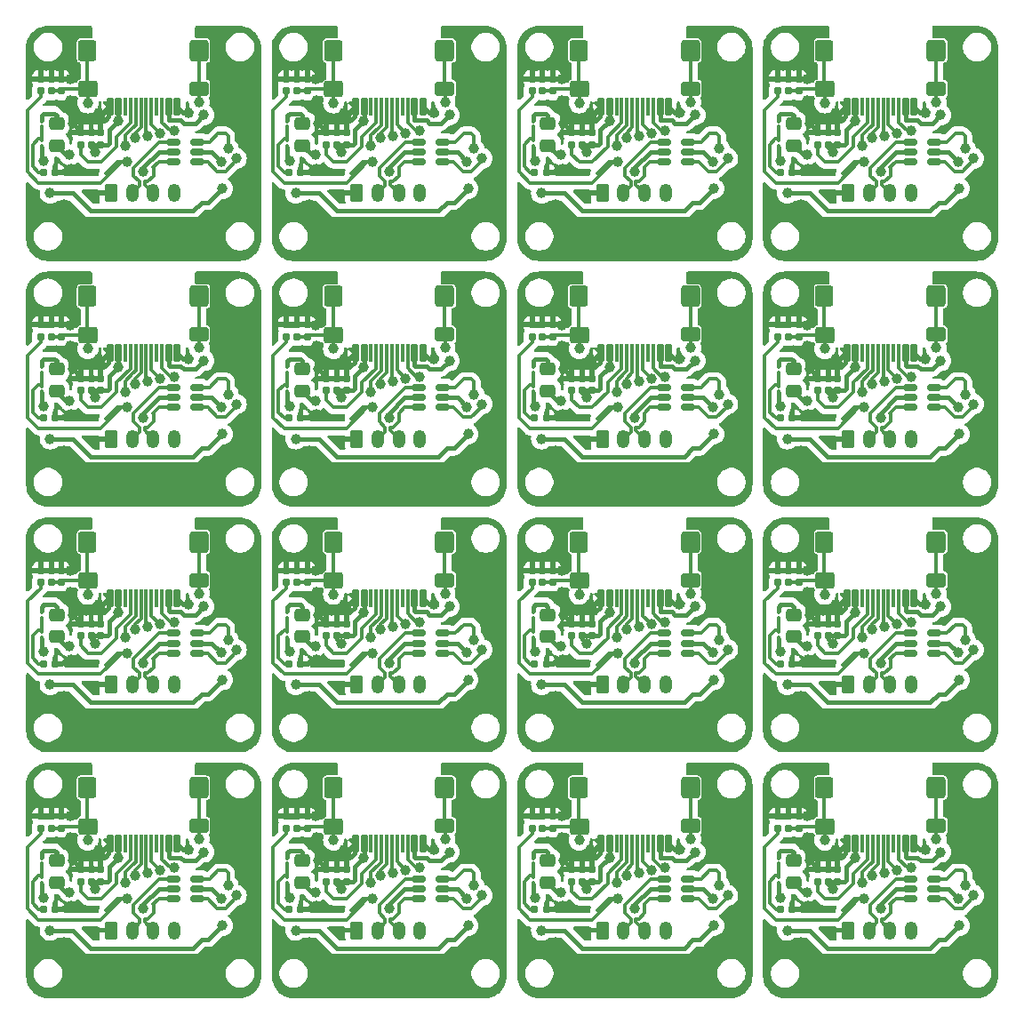
<source format=gtl>
G04 #@! TF.GenerationSoftware,KiCad,Pcbnew,8.0.6*
G04 #@! TF.CreationDate,2024-11-12T16:38:53+01:00*
G04 #@! TF.ProjectId,USB-C_Adapter - nutzen,5553422d-435f-4416-9461-70746572202d,rev?*
G04 #@! TF.SameCoordinates,Original*
G04 #@! TF.FileFunction,Copper,L1,Top*
G04 #@! TF.FilePolarity,Positive*
%FSLAX46Y46*%
G04 Gerber Fmt 4.6, Leading zero omitted, Abs format (unit mm)*
G04 Created by KiCad (PCBNEW 8.0.6) date 2024-11-12 16:38:53*
%MOMM*%
%LPD*%
G01*
G04 APERTURE LIST*
G04 Aperture macros list*
%AMRoundRect*
0 Rectangle with rounded corners*
0 $1 Rounding radius*
0 $2 $3 $4 $5 $6 $7 $8 $9 X,Y pos of 4 corners*
0 Add a 4 corners polygon primitive as box body*
4,1,4,$2,$3,$4,$5,$6,$7,$8,$9,$2,$3,0*
0 Add four circle primitives for the rounded corners*
1,1,$1+$1,$2,$3*
1,1,$1+$1,$4,$5*
1,1,$1+$1,$6,$7*
1,1,$1+$1,$8,$9*
0 Add four rect primitives between the rounded corners*
20,1,$1+$1,$2,$3,$4,$5,0*
20,1,$1+$1,$4,$5,$6,$7,0*
20,1,$1+$1,$6,$7,$8,$9,0*
20,1,$1+$1,$8,$9,$2,$3,0*%
G04 Aperture macros list end*
G04 #@! TA.AperFunction,SMDPad,CuDef*
%ADD10RoundRect,0.155000X0.155000X-0.212500X0.155000X0.212500X-0.155000X0.212500X-0.155000X-0.212500X0*%
G04 #@! TD*
G04 #@! TA.AperFunction,SMDPad,CuDef*
%ADD11RoundRect,0.150000X0.150000X0.737500X-0.150000X0.737500X-0.150000X-0.737500X0.150000X-0.737500X0*%
G04 #@! TD*
G04 #@! TA.AperFunction,SMDPad,CuDef*
%ADD12RoundRect,0.075000X0.075000X0.812500X-0.075000X0.812500X-0.075000X-0.812500X0.075000X-0.812500X0*%
G04 #@! TD*
G04 #@! TA.AperFunction,SMDPad,CuDef*
%ADD13RoundRect,0.176875X0.723125X0.530625X-0.723125X0.530625X-0.723125X-0.530625X0.723125X-0.530625X0*%
G04 #@! TD*
G04 #@! TA.AperFunction,SMDPad,CuDef*
%ADD14RoundRect,0.225000X0.675000X0.775000X-0.675000X0.775000X-0.675000X-0.775000X0.675000X-0.775000X0*%
G04 #@! TD*
G04 #@! TA.AperFunction,SMDPad,CuDef*
%ADD15RoundRect,0.189375X0.710625X0.568125X-0.710625X0.568125X-0.710625X-0.568125X0.710625X-0.568125X0*%
G04 #@! TD*
G04 #@! TA.AperFunction,SMDPad,CuDef*
%ADD16RoundRect,0.212500X0.637500X0.787500X-0.637500X0.787500X-0.637500X-0.787500X0.637500X-0.787500X0*%
G04 #@! TD*
G04 #@! TA.AperFunction,ComponentPad*
%ADD17RoundRect,0.250000X-0.350000X-0.625000X0.350000X-0.625000X0.350000X0.625000X-0.350000X0.625000X0*%
G04 #@! TD*
G04 #@! TA.AperFunction,ComponentPad*
%ADD18O,1.200000X1.750000*%
G04 #@! TD*
G04 #@! TA.AperFunction,SMDPad,CuDef*
%ADD19RoundRect,0.100000X0.100000X-0.217500X0.100000X0.217500X-0.100000X0.217500X-0.100000X-0.217500X0*%
G04 #@! TD*
G04 #@! TA.AperFunction,SMDPad,CuDef*
%ADD20RoundRect,0.250000X0.475000X-0.337500X0.475000X0.337500X-0.475000X0.337500X-0.475000X-0.337500X0*%
G04 #@! TD*
G04 #@! TA.AperFunction,SMDPad,CuDef*
%ADD21RoundRect,0.150000X-0.512500X-0.150000X0.512500X-0.150000X0.512500X0.150000X-0.512500X0.150000X0*%
G04 #@! TD*
G04 #@! TA.AperFunction,SMDPad,CuDef*
%ADD22RoundRect,0.155000X-0.212500X-0.155000X0.212500X-0.155000X0.212500X0.155000X-0.212500X0.155000X0*%
G04 #@! TD*
G04 #@! TA.AperFunction,ViaPad*
%ADD23C,1.000000*%
G04 #@! TD*
G04 #@! TA.AperFunction,Conductor*
%ADD24C,0.400000*%
G04 #@! TD*
G04 #@! TA.AperFunction,Conductor*
%ADD25C,0.300000*%
G04 #@! TD*
G04 APERTURE END LIST*
D10*
X212000000Y-171467500D03*
X212000000Y-170332500D03*
D11*
X217594000Y-102768400D03*
X218394000Y-102768400D03*
D12*
X219544000Y-102768400D03*
X220544000Y-102768400D03*
X221044000Y-102768400D03*
X222044000Y-102768400D03*
D11*
X223194000Y-102768400D03*
X223994000Y-102768400D03*
X223994000Y-102768400D03*
X223194000Y-102768400D03*
D12*
X222544000Y-102768400D03*
X221544000Y-102768400D03*
X220044000Y-102768400D03*
X219044000Y-102768400D03*
D11*
X218394000Y-102768400D03*
X217594000Y-102768400D03*
D13*
X226094000Y-101048400D03*
D14*
X226094000Y-97410900D03*
D15*
X215494000Y-101098400D03*
D16*
X215444000Y-97410900D03*
D10*
X192400000Y-106367500D03*
X192400000Y-105232500D03*
D11*
X217594000Y-172968400D03*
X218394000Y-172968400D03*
D12*
X219544000Y-172968400D03*
X220544000Y-172968400D03*
X221044000Y-172968400D03*
X222044000Y-172968400D03*
D11*
X223194000Y-172968400D03*
X223994000Y-172968400D03*
X223994000Y-172968400D03*
X223194000Y-172968400D03*
D12*
X222544000Y-172968400D03*
X221544000Y-172968400D03*
X220044000Y-172968400D03*
X219044000Y-172968400D03*
D11*
X218394000Y-172968400D03*
X217594000Y-172968400D03*
D13*
X226094000Y-171248400D03*
D14*
X226094000Y-167610900D03*
D15*
X215494000Y-171298400D03*
D16*
X215444000Y-167610900D03*
D10*
X214800000Y-176567500D03*
X214800000Y-175432500D03*
D17*
X170900000Y-157800000D03*
D18*
X172900000Y-157800000D03*
X174900000Y-157800000D03*
X176900000Y-157800000D03*
D19*
X211100000Y-130040000D03*
X211100000Y-129225000D03*
D10*
X240100000Y-129767500D03*
X240100000Y-128632500D03*
D20*
X212500000Y-129837500D03*
X212500000Y-127762500D03*
X212500000Y-106437500D03*
X212500000Y-104362500D03*
X235900000Y-106437500D03*
X235900000Y-104362500D03*
D11*
X240994000Y-102768400D03*
X241794000Y-102768400D03*
D12*
X242944000Y-102768400D03*
X243944000Y-102768400D03*
X244444000Y-102768400D03*
X245444000Y-102768400D03*
D11*
X246594000Y-102768400D03*
X247394000Y-102768400D03*
X247394000Y-102768400D03*
X246594000Y-102768400D03*
D12*
X245944000Y-102768400D03*
X244944000Y-102768400D03*
X243444000Y-102768400D03*
X242444000Y-102768400D03*
D11*
X241794000Y-102768400D03*
X240994000Y-102768400D03*
D13*
X249494000Y-101048400D03*
D14*
X249494000Y-97410900D03*
D15*
X238894000Y-101098400D03*
D16*
X238844000Y-97410900D03*
D10*
X212000000Y-148067500D03*
X212000000Y-146932500D03*
D19*
X187700000Y-176840000D03*
X187700000Y-176025000D03*
X187700000Y-153440000D03*
X187700000Y-152625000D03*
D17*
X241100000Y-157800000D03*
D18*
X243100000Y-157800000D03*
X245100000Y-157800000D03*
X247100000Y-157800000D03*
D10*
X211000000Y-101267500D03*
X211000000Y-100132500D03*
D11*
X170794000Y-126168400D03*
X171594000Y-126168400D03*
D12*
X172744000Y-126168400D03*
X173744000Y-126168400D03*
X174244000Y-126168400D03*
X175244000Y-126168400D03*
D11*
X176394000Y-126168400D03*
X177194000Y-126168400D03*
X177194000Y-126168400D03*
X176394000Y-126168400D03*
D12*
X175744000Y-126168400D03*
X174744000Y-126168400D03*
X173244000Y-126168400D03*
X172244000Y-126168400D03*
D11*
X171594000Y-126168400D03*
X170794000Y-126168400D03*
D13*
X179294000Y-124448400D03*
D14*
X179294000Y-120810900D03*
D15*
X168694000Y-124498400D03*
D16*
X168644000Y-120810900D03*
D10*
X188600000Y-101267500D03*
X188600000Y-100132500D03*
X234400000Y-171467500D03*
X234400000Y-170332500D03*
D19*
X211100000Y-175007500D03*
X211100000Y-174192500D03*
D10*
X215800000Y-153167500D03*
X215800000Y-152032500D03*
D21*
X223600000Y-152900000D03*
X223600000Y-153850000D03*
X223600000Y-154800000D03*
X225875000Y-154800000D03*
X225875000Y-153850000D03*
X225875000Y-152900000D03*
D20*
X235900000Y-129837500D03*
X235900000Y-127762500D03*
D10*
X193300000Y-129767500D03*
X193300000Y-128632500D03*
D19*
X211100000Y-151607500D03*
X211100000Y-150792500D03*
D20*
X165700000Y-153237500D03*
X165700000Y-151162500D03*
D21*
X223600000Y-106100000D03*
X223600000Y-107050000D03*
X223600000Y-108000000D03*
X225875000Y-108000000D03*
X225875000Y-107050000D03*
X225875000Y-106100000D03*
D10*
X213000000Y-171467500D03*
X213000000Y-170332500D03*
D22*
X211232500Y-179200000D03*
X212367500Y-179200000D03*
D11*
X240994000Y-172968400D03*
X241794000Y-172968400D03*
D12*
X242944000Y-172968400D03*
X243944000Y-172968400D03*
X244444000Y-172968400D03*
X245444000Y-172968400D03*
D11*
X246594000Y-172968400D03*
X247394000Y-172968400D03*
X247394000Y-172968400D03*
X246594000Y-172968400D03*
D12*
X245944000Y-172968400D03*
X244944000Y-172968400D03*
X243444000Y-172968400D03*
X242444000Y-172968400D03*
D11*
X241794000Y-172968400D03*
X240994000Y-172968400D03*
D13*
X249494000Y-171248400D03*
D14*
X249494000Y-167610900D03*
D15*
X238894000Y-171298400D03*
D16*
X238844000Y-167610900D03*
D10*
X235400000Y-124667500D03*
X235400000Y-123532500D03*
D19*
X164300000Y-151607500D03*
X164300000Y-150792500D03*
D10*
X187600000Y-101267500D03*
X187600000Y-100132500D03*
D11*
X194194000Y-172968400D03*
X194994000Y-172968400D03*
D12*
X196144000Y-172968400D03*
X197144000Y-172968400D03*
X197644000Y-172968400D03*
X198644000Y-172968400D03*
D11*
X199794000Y-172968400D03*
X200594000Y-172968400D03*
X200594000Y-172968400D03*
X199794000Y-172968400D03*
D12*
X199144000Y-172968400D03*
X198144000Y-172968400D03*
X196644000Y-172968400D03*
X195644000Y-172968400D03*
D11*
X194994000Y-172968400D03*
X194194000Y-172968400D03*
D13*
X202694000Y-171248400D03*
D14*
X202694000Y-167610900D03*
D15*
X192094000Y-171298400D03*
D16*
X192044000Y-167610900D03*
D10*
X215800000Y-129767500D03*
X215800000Y-128632500D03*
D22*
X164432500Y-179200000D03*
X165567500Y-179200000D03*
D21*
X200200000Y-152900000D03*
X200200000Y-153850000D03*
X200200000Y-154800000D03*
X202475000Y-154800000D03*
X202475000Y-153850000D03*
X202475000Y-152900000D03*
D20*
X212500000Y-176637500D03*
X212500000Y-174562500D03*
D19*
X211100000Y-106640000D03*
X211100000Y-105825000D03*
D10*
X189600000Y-171467500D03*
X189600000Y-170332500D03*
D20*
X235900000Y-153237500D03*
X235900000Y-151162500D03*
X189100000Y-106437500D03*
X189100000Y-104362500D03*
D10*
X187600000Y-124667500D03*
X187600000Y-123532500D03*
X192400000Y-153167500D03*
X192400000Y-152032500D03*
X238200000Y-129767500D03*
X238200000Y-128632500D03*
X214800000Y-129767500D03*
X214800000Y-128632500D03*
X189600000Y-124667500D03*
X189600000Y-123532500D03*
D20*
X165700000Y-129837500D03*
X165700000Y-127762500D03*
D10*
X212000000Y-124667500D03*
X212000000Y-123532500D03*
D19*
X234500000Y-104807500D03*
X234500000Y-103992500D03*
D17*
X194300000Y-134400000D03*
D18*
X196300000Y-134400000D03*
X198300000Y-134400000D03*
X200300000Y-134400000D03*
D19*
X211100000Y-176840000D03*
X211100000Y-176025000D03*
D11*
X217594000Y-126168400D03*
X218394000Y-126168400D03*
D12*
X219544000Y-126168400D03*
X220544000Y-126168400D03*
X221044000Y-126168400D03*
X222044000Y-126168400D03*
D11*
X223194000Y-126168400D03*
X223994000Y-126168400D03*
X223994000Y-126168400D03*
X223194000Y-126168400D03*
D12*
X222544000Y-126168400D03*
X221544000Y-126168400D03*
X220044000Y-126168400D03*
X219044000Y-126168400D03*
D11*
X218394000Y-126168400D03*
X217594000Y-126168400D03*
D13*
X226094000Y-124448400D03*
D14*
X226094000Y-120810900D03*
D15*
X215494000Y-124498400D03*
D16*
X215444000Y-120810900D03*
D10*
X191400000Y-129767500D03*
X191400000Y-128632500D03*
X192400000Y-176567500D03*
X192400000Y-175432500D03*
D22*
X234632500Y-155800000D03*
X235767500Y-155800000D03*
D20*
X165700000Y-106437500D03*
X165700000Y-104362500D03*
D17*
X217700000Y-181200000D03*
D18*
X219700000Y-181200000D03*
X221700000Y-181200000D03*
X223700000Y-181200000D03*
D10*
X165200000Y-124667500D03*
X165200000Y-123532500D03*
D19*
X164300000Y-104807500D03*
X164300000Y-103992500D03*
D22*
X164432500Y-109000000D03*
X165567500Y-109000000D03*
D19*
X164300000Y-175007500D03*
X164300000Y-174192500D03*
D10*
X193300000Y-153167500D03*
X193300000Y-152032500D03*
D19*
X234500000Y-175007500D03*
X234500000Y-174192500D03*
D17*
X217700000Y-157800000D03*
D18*
X219700000Y-157800000D03*
X221700000Y-157800000D03*
X223700000Y-157800000D03*
D10*
X239200000Y-106367500D03*
X239200000Y-105232500D03*
X187600000Y-171467500D03*
X187600000Y-170332500D03*
X169000000Y-153167500D03*
X169000000Y-152032500D03*
X240100000Y-153167500D03*
X240100000Y-152032500D03*
X169000000Y-129767500D03*
X169000000Y-128632500D03*
X214800000Y-153167500D03*
X214800000Y-152032500D03*
X169000000Y-176567500D03*
X169000000Y-175432500D03*
X239200000Y-153167500D03*
X239200000Y-152032500D03*
X169000000Y-106367500D03*
X169000000Y-105232500D03*
X164200000Y-171467500D03*
X164200000Y-170332500D03*
D22*
X187832500Y-132400000D03*
X188967500Y-132400000D03*
D10*
X238200000Y-176567500D03*
X238200000Y-175432500D03*
X240100000Y-106367500D03*
X240100000Y-105232500D03*
D20*
X189100000Y-176637500D03*
X189100000Y-174562500D03*
D21*
X247000000Y-106100000D03*
X247000000Y-107050000D03*
X247000000Y-108000000D03*
X249275000Y-108000000D03*
X249275000Y-107050000D03*
X249275000Y-106100000D03*
X176800000Y-176300000D03*
X176800000Y-177250000D03*
X176800000Y-178200000D03*
X179075000Y-178200000D03*
X179075000Y-177250000D03*
X179075000Y-176300000D03*
D19*
X211100000Y-104807500D03*
X211100000Y-103992500D03*
D21*
X200200000Y-176300000D03*
X200200000Y-177250000D03*
X200200000Y-178200000D03*
X202475000Y-178200000D03*
X202475000Y-177250000D03*
X202475000Y-176300000D03*
D10*
X235400000Y-171467500D03*
X235400000Y-170332500D03*
X212000000Y-101267500D03*
X212000000Y-100132500D03*
X168000000Y-106367500D03*
X168000000Y-105232500D03*
X191400000Y-176567500D03*
X191400000Y-175432500D03*
X239200000Y-176567500D03*
X239200000Y-175432500D03*
X168000000Y-176567500D03*
X168000000Y-175432500D03*
D22*
X234632500Y-132400000D03*
X235767500Y-132400000D03*
D20*
X189100000Y-129837500D03*
X189100000Y-127762500D03*
D10*
X165200000Y-101267500D03*
X165200000Y-100132500D03*
D22*
X234632500Y-179200000D03*
X235767500Y-179200000D03*
D10*
X234400000Y-124667500D03*
X234400000Y-123532500D03*
X188600000Y-171467500D03*
X188600000Y-170332500D03*
D20*
X212500000Y-153237500D03*
X212500000Y-151162500D03*
D10*
X166200000Y-171467500D03*
X166200000Y-170332500D03*
D11*
X217594000Y-149568400D03*
X218394000Y-149568400D03*
D12*
X219544000Y-149568400D03*
X220544000Y-149568400D03*
X221044000Y-149568400D03*
X222044000Y-149568400D03*
D11*
X223194000Y-149568400D03*
X223994000Y-149568400D03*
X223994000Y-149568400D03*
X223194000Y-149568400D03*
D12*
X222544000Y-149568400D03*
X221544000Y-149568400D03*
X220044000Y-149568400D03*
X219044000Y-149568400D03*
D11*
X218394000Y-149568400D03*
X217594000Y-149568400D03*
D13*
X226094000Y-147848400D03*
D14*
X226094000Y-144210900D03*
D15*
X215494000Y-147898400D03*
D16*
X215444000Y-144210900D03*
D10*
X164200000Y-101267500D03*
X164200000Y-100132500D03*
X165200000Y-171467500D03*
X165200000Y-170332500D03*
X211000000Y-148067500D03*
X211000000Y-146932500D03*
D21*
X200200000Y-106100000D03*
X200200000Y-107050000D03*
X200200000Y-108000000D03*
X202475000Y-108000000D03*
X202475000Y-107050000D03*
X202475000Y-106100000D03*
D11*
X194194000Y-149568400D03*
X194994000Y-149568400D03*
D12*
X196144000Y-149568400D03*
X197144000Y-149568400D03*
X197644000Y-149568400D03*
X198644000Y-149568400D03*
D11*
X199794000Y-149568400D03*
X200594000Y-149568400D03*
X200594000Y-149568400D03*
X199794000Y-149568400D03*
D12*
X199144000Y-149568400D03*
X198144000Y-149568400D03*
X196644000Y-149568400D03*
X195644000Y-149568400D03*
D11*
X194994000Y-149568400D03*
X194194000Y-149568400D03*
D13*
X202694000Y-147848400D03*
D14*
X202694000Y-144210900D03*
D15*
X192094000Y-147898400D03*
D16*
X192044000Y-144210900D03*
D21*
X247000000Y-152900000D03*
X247000000Y-153850000D03*
X247000000Y-154800000D03*
X249275000Y-154800000D03*
X249275000Y-153850000D03*
X249275000Y-152900000D03*
D10*
X166200000Y-124667500D03*
X166200000Y-123532500D03*
D20*
X165700000Y-176637500D03*
X165700000Y-174562500D03*
D17*
X194300000Y-157800000D03*
D18*
X196300000Y-157800000D03*
X198300000Y-157800000D03*
X200300000Y-157800000D03*
D10*
X235400000Y-148067500D03*
X235400000Y-146932500D03*
D19*
X234500000Y-128207500D03*
X234500000Y-127392500D03*
X187700000Y-151607500D03*
X187700000Y-150792500D03*
D17*
X194300000Y-111000000D03*
D18*
X196300000Y-111000000D03*
X198300000Y-111000000D03*
X200300000Y-111000000D03*
D22*
X211232500Y-109000000D03*
X212367500Y-109000000D03*
D11*
X194194000Y-126168400D03*
X194994000Y-126168400D03*
D12*
X196144000Y-126168400D03*
X197144000Y-126168400D03*
X197644000Y-126168400D03*
X198644000Y-126168400D03*
D11*
X199794000Y-126168400D03*
X200594000Y-126168400D03*
X200594000Y-126168400D03*
X199794000Y-126168400D03*
D12*
X199144000Y-126168400D03*
X198144000Y-126168400D03*
X196644000Y-126168400D03*
X195644000Y-126168400D03*
D11*
X194994000Y-126168400D03*
X194194000Y-126168400D03*
D13*
X202694000Y-124448400D03*
D14*
X202694000Y-120810900D03*
D15*
X192094000Y-124498400D03*
D16*
X192044000Y-120810900D03*
D10*
X166200000Y-148067500D03*
X166200000Y-146932500D03*
X215800000Y-176567500D03*
X215800000Y-175432500D03*
D19*
X234500000Y-151607500D03*
X234500000Y-150792500D03*
D21*
X247000000Y-176300000D03*
X247000000Y-177250000D03*
X247000000Y-178200000D03*
X249275000Y-178200000D03*
X249275000Y-177250000D03*
X249275000Y-176300000D03*
D22*
X211232500Y-132400000D03*
X212367500Y-132400000D03*
D10*
X164200000Y-148067500D03*
X164200000Y-146932500D03*
D17*
X241100000Y-111000000D03*
D18*
X243100000Y-111000000D03*
X245100000Y-111000000D03*
X247100000Y-111000000D03*
D11*
X170794000Y-102768400D03*
X171594000Y-102768400D03*
D12*
X172744000Y-102768400D03*
X173744000Y-102768400D03*
X174244000Y-102768400D03*
X175244000Y-102768400D03*
D11*
X176394000Y-102768400D03*
X177194000Y-102768400D03*
X177194000Y-102768400D03*
X176394000Y-102768400D03*
D12*
X175744000Y-102768400D03*
X174744000Y-102768400D03*
X173244000Y-102768400D03*
X172244000Y-102768400D03*
D11*
X171594000Y-102768400D03*
X170794000Y-102768400D03*
D13*
X179294000Y-101048400D03*
D14*
X179294000Y-97410900D03*
D15*
X168694000Y-101098400D03*
D16*
X168644000Y-97410900D03*
D11*
X240994000Y-149568400D03*
X241794000Y-149568400D03*
D12*
X242944000Y-149568400D03*
X243944000Y-149568400D03*
X244444000Y-149568400D03*
X245444000Y-149568400D03*
D11*
X246594000Y-149568400D03*
X247394000Y-149568400D03*
X247394000Y-149568400D03*
X246594000Y-149568400D03*
D12*
X245944000Y-149568400D03*
X244944000Y-149568400D03*
X243444000Y-149568400D03*
X242444000Y-149568400D03*
D11*
X241794000Y-149568400D03*
X240994000Y-149568400D03*
D13*
X249494000Y-147848400D03*
D14*
X249494000Y-144210900D03*
D15*
X238894000Y-147898400D03*
D16*
X238844000Y-144210900D03*
D10*
X169900000Y-153167500D03*
X169900000Y-152032500D03*
X213000000Y-148067500D03*
X213000000Y-146932500D03*
D17*
X170900000Y-134400000D03*
D18*
X172900000Y-134400000D03*
X174900000Y-134400000D03*
X176900000Y-134400000D03*
D19*
X211100000Y-128207500D03*
X211100000Y-127392500D03*
D10*
X236400000Y-101267500D03*
X236400000Y-100132500D03*
X164200000Y-124667500D03*
X164200000Y-123532500D03*
D19*
X234500000Y-176840000D03*
X234500000Y-176025000D03*
D10*
X169900000Y-106367500D03*
X169900000Y-105232500D03*
D19*
X164300000Y-130040000D03*
X164300000Y-129225000D03*
X211100000Y-153440000D03*
X211100000Y-152625000D03*
D22*
X164432500Y-132400000D03*
X165567500Y-132400000D03*
D21*
X176800000Y-152900000D03*
X176800000Y-153850000D03*
X176800000Y-154800000D03*
X179075000Y-154800000D03*
X179075000Y-153850000D03*
X179075000Y-152900000D03*
D17*
X241100000Y-134400000D03*
D18*
X243100000Y-134400000D03*
X245100000Y-134400000D03*
X247100000Y-134400000D03*
D17*
X241100000Y-181200000D03*
D18*
X243100000Y-181200000D03*
X245100000Y-181200000D03*
X247100000Y-181200000D03*
D22*
X164432500Y-155800000D03*
X165567500Y-155800000D03*
D10*
X235400000Y-101267500D03*
X235400000Y-100132500D03*
X193300000Y-106367500D03*
X193300000Y-105232500D03*
X236400000Y-124667500D03*
X236400000Y-123532500D03*
D19*
X164300000Y-176840000D03*
X164300000Y-176025000D03*
D11*
X240994000Y-126168400D03*
X241794000Y-126168400D03*
D12*
X242944000Y-126168400D03*
X243944000Y-126168400D03*
X244444000Y-126168400D03*
X245444000Y-126168400D03*
D11*
X246594000Y-126168400D03*
X247394000Y-126168400D03*
X247394000Y-126168400D03*
X246594000Y-126168400D03*
D12*
X245944000Y-126168400D03*
X244944000Y-126168400D03*
X243444000Y-126168400D03*
X242444000Y-126168400D03*
D11*
X241794000Y-126168400D03*
X240994000Y-126168400D03*
D13*
X249494000Y-124448400D03*
D14*
X249494000Y-120810900D03*
D15*
X238894000Y-124498400D03*
D16*
X238844000Y-120810900D03*
D19*
X187700000Y-130040000D03*
X187700000Y-129225000D03*
D11*
X194194000Y-102768400D03*
X194994000Y-102768400D03*
D12*
X196144000Y-102768400D03*
X197144000Y-102768400D03*
X197644000Y-102768400D03*
X198644000Y-102768400D03*
D11*
X199794000Y-102768400D03*
X200594000Y-102768400D03*
X200594000Y-102768400D03*
X199794000Y-102768400D03*
D12*
X199144000Y-102768400D03*
X198144000Y-102768400D03*
X196644000Y-102768400D03*
X195644000Y-102768400D03*
D11*
X194994000Y-102768400D03*
X194194000Y-102768400D03*
D13*
X202694000Y-101048400D03*
D14*
X202694000Y-97410900D03*
D15*
X192094000Y-101098400D03*
D16*
X192044000Y-97410900D03*
D19*
X164300000Y-128207500D03*
X164300000Y-127392500D03*
D10*
X169900000Y-129767500D03*
X169900000Y-128632500D03*
X169900000Y-176567500D03*
X169900000Y-175432500D03*
X193300000Y-176567500D03*
X193300000Y-175432500D03*
X189600000Y-101267500D03*
X189600000Y-100132500D03*
X236400000Y-148067500D03*
X236400000Y-146932500D03*
D19*
X234500000Y-130040000D03*
X234500000Y-129225000D03*
D10*
X238200000Y-106367500D03*
X238200000Y-105232500D03*
X188600000Y-124667500D03*
X188600000Y-123532500D03*
D19*
X187700000Y-128207500D03*
X187700000Y-127392500D03*
D10*
X188600000Y-148067500D03*
X188600000Y-146932500D03*
D20*
X189100000Y-153237500D03*
X189100000Y-151162500D03*
D19*
X187700000Y-175007500D03*
X187700000Y-174192500D03*
D10*
X187600000Y-148067500D03*
X187600000Y-146932500D03*
D22*
X187832500Y-155800000D03*
X188967500Y-155800000D03*
D10*
X191400000Y-106367500D03*
X191400000Y-105232500D03*
D11*
X170794000Y-172968400D03*
X171594000Y-172968400D03*
D12*
X172744000Y-172968400D03*
X173744000Y-172968400D03*
X174244000Y-172968400D03*
X175244000Y-172968400D03*
D11*
X176394000Y-172968400D03*
X177194000Y-172968400D03*
X177194000Y-172968400D03*
X176394000Y-172968400D03*
D12*
X175744000Y-172968400D03*
X174744000Y-172968400D03*
X173244000Y-172968400D03*
X172244000Y-172968400D03*
D11*
X171594000Y-172968400D03*
X170794000Y-172968400D03*
D13*
X179294000Y-171248400D03*
D14*
X179294000Y-167610900D03*
D15*
X168694000Y-171298400D03*
D16*
X168644000Y-167610900D03*
D10*
X234400000Y-101267500D03*
X234400000Y-100132500D03*
D21*
X247000000Y-129500000D03*
X247000000Y-130450000D03*
X247000000Y-131400000D03*
X249275000Y-131400000D03*
X249275000Y-130450000D03*
X249275000Y-129500000D03*
D22*
X211232500Y-155800000D03*
X212367500Y-155800000D03*
D10*
X166200000Y-101267500D03*
X166200000Y-100132500D03*
D21*
X223600000Y-129500000D03*
X223600000Y-130450000D03*
X223600000Y-131400000D03*
X225875000Y-131400000D03*
X225875000Y-130450000D03*
X225875000Y-129500000D03*
D10*
X216700000Y-153167500D03*
X216700000Y-152032500D03*
X238200000Y-153167500D03*
X238200000Y-152032500D03*
D21*
X200200000Y-129500000D03*
X200200000Y-130450000D03*
X200200000Y-131400000D03*
X202475000Y-131400000D03*
X202475000Y-130450000D03*
X202475000Y-129500000D03*
D10*
X211000000Y-171467500D03*
X211000000Y-170332500D03*
X214800000Y-106367500D03*
X214800000Y-105232500D03*
X216700000Y-129767500D03*
X216700000Y-128632500D03*
D21*
X223600000Y-176300000D03*
X223600000Y-177250000D03*
X223600000Y-178200000D03*
X225875000Y-178200000D03*
X225875000Y-177250000D03*
X225875000Y-176300000D03*
D19*
X164300000Y-106640000D03*
X164300000Y-105825000D03*
D17*
X217700000Y-111000000D03*
D18*
X219700000Y-111000000D03*
X221700000Y-111000000D03*
X223700000Y-111000000D03*
D10*
X215800000Y-106367500D03*
X215800000Y-105232500D03*
D19*
X187700000Y-104807500D03*
X187700000Y-103992500D03*
D10*
X236400000Y-171467500D03*
X236400000Y-170332500D03*
D17*
X194300000Y-181200000D03*
D18*
X196300000Y-181200000D03*
X198300000Y-181200000D03*
X200300000Y-181200000D03*
D10*
X216700000Y-176567500D03*
X216700000Y-175432500D03*
X240100000Y-176567500D03*
X240100000Y-175432500D03*
X168000000Y-153167500D03*
X168000000Y-152032500D03*
X191400000Y-153167500D03*
X191400000Y-152032500D03*
X213000000Y-101267500D03*
X213000000Y-100132500D03*
X189600000Y-148067500D03*
X189600000Y-146932500D03*
D22*
X234632500Y-109000000D03*
X235767500Y-109000000D03*
D19*
X234500000Y-153440000D03*
X234500000Y-152625000D03*
D17*
X217700000Y-134400000D03*
D18*
X219700000Y-134400000D03*
X221700000Y-134400000D03*
X223700000Y-134400000D03*
D10*
X192400000Y-129767500D03*
X192400000Y-128632500D03*
D19*
X164300000Y-153440000D03*
X164300000Y-152625000D03*
D11*
X170794000Y-149568400D03*
X171594000Y-149568400D03*
D12*
X172744000Y-149568400D03*
X173744000Y-149568400D03*
X174244000Y-149568400D03*
X175244000Y-149568400D03*
D11*
X176394000Y-149568400D03*
X177194000Y-149568400D03*
X177194000Y-149568400D03*
X176394000Y-149568400D03*
D12*
X175744000Y-149568400D03*
X174744000Y-149568400D03*
X173244000Y-149568400D03*
X172244000Y-149568400D03*
D11*
X171594000Y-149568400D03*
X170794000Y-149568400D03*
D13*
X179294000Y-147848400D03*
D14*
X179294000Y-144210900D03*
D15*
X168694000Y-147898400D03*
D16*
X168644000Y-144210900D03*
D22*
X187832500Y-179200000D03*
X188967500Y-179200000D03*
D21*
X176800000Y-129500000D03*
X176800000Y-130450000D03*
X176800000Y-131400000D03*
X179075000Y-131400000D03*
X179075000Y-130450000D03*
X179075000Y-129500000D03*
D10*
X168000000Y-129767500D03*
X168000000Y-128632500D03*
D19*
X234500000Y-106640000D03*
X234500000Y-105825000D03*
D10*
X165200000Y-148067500D03*
X165200000Y-146932500D03*
D21*
X176800000Y-106100000D03*
X176800000Y-107050000D03*
X176800000Y-108000000D03*
X179075000Y-108000000D03*
X179075000Y-107050000D03*
X179075000Y-106100000D03*
D22*
X187832500Y-109000000D03*
X188967500Y-109000000D03*
D10*
X239200000Y-129767500D03*
X239200000Y-128632500D03*
D19*
X187700000Y-106640000D03*
X187700000Y-105825000D03*
D20*
X235900000Y-176637500D03*
X235900000Y-174562500D03*
D10*
X216700000Y-106367500D03*
X216700000Y-105232500D03*
X211000000Y-124667500D03*
X211000000Y-123532500D03*
D17*
X170900000Y-111000000D03*
D18*
X172900000Y-111000000D03*
X174900000Y-111000000D03*
X176900000Y-111000000D03*
D10*
X213000000Y-124667500D03*
X213000000Y-123532500D03*
X234400000Y-148067500D03*
X234400000Y-146932500D03*
D17*
X170900000Y-181200000D03*
D18*
X172900000Y-181200000D03*
X174900000Y-181200000D03*
X176900000Y-181200000D03*
D23*
X189800000Y-135500000D03*
X190400000Y-100148400D03*
X237300000Y-108650000D03*
X225035010Y-103355899D03*
X190500000Y-178850000D03*
X213800000Y-100148400D03*
X197390503Y-155752999D03*
X237228550Y-125561293D03*
X190428550Y-102161293D03*
X190625000Y-127762180D03*
X213800000Y-123548400D03*
X173990503Y-155752999D03*
X214025000Y-151162180D03*
X213900000Y-155450000D03*
X190500000Y-155450000D03*
X190428550Y-172361293D03*
X244190503Y-179152999D03*
X178235010Y-126755899D03*
X166400000Y-112100000D03*
X236600000Y-182300000D03*
X193122722Y-173555900D03*
X213828550Y-172361293D03*
X167100000Y-132050000D03*
X169722722Y-150155900D03*
X189800000Y-182300000D03*
X173990503Y-132352999D03*
X197390503Y-108952999D03*
X193122722Y-126755900D03*
X167225000Y-174562180D03*
X244190503Y-132352999D03*
X166400000Y-182300000D03*
X166400000Y-135500000D03*
X248435010Y-126755899D03*
X166400000Y-158900000D03*
X178235010Y-103355899D03*
X167000000Y-170348400D03*
X237300000Y-178850000D03*
X213200000Y-135500000D03*
X197390503Y-179152999D03*
X213900000Y-108650000D03*
X248435010Y-103355899D03*
X237228550Y-102161293D03*
X167225000Y-104362180D03*
X244190503Y-155752999D03*
X167028550Y-148961293D03*
X193122722Y-150155900D03*
X225035010Y-173555899D03*
X220790503Y-155752999D03*
X173990503Y-108952999D03*
X169722722Y-103355900D03*
X216522722Y-150155900D03*
X201635010Y-173555899D03*
X201635010Y-126755899D03*
X167100000Y-155450000D03*
X167100000Y-108650000D03*
X237200000Y-170348400D03*
X213828550Y-102161293D03*
X220790503Y-179152999D03*
X214025000Y-174562180D03*
X167028550Y-125561293D03*
X236600000Y-112100000D03*
X216522722Y-126755900D03*
X169722722Y-173555900D03*
X193122722Y-103355900D03*
X178235010Y-173555899D03*
X167100000Y-178850000D03*
X167000000Y-123548400D03*
X173990503Y-179152999D03*
X214025000Y-104362180D03*
X213200000Y-158900000D03*
X201635010Y-150155899D03*
X237200000Y-146948400D03*
X237300000Y-132050000D03*
X213900000Y-178850000D03*
X190400000Y-123548400D03*
X167000000Y-100148400D03*
X190428550Y-148961293D03*
X220790503Y-132352999D03*
X236600000Y-135500000D03*
X237200000Y-100148400D03*
X167225000Y-151162180D03*
X237228550Y-172361293D03*
X190625000Y-104362180D03*
X167028550Y-172361293D03*
X239922722Y-126755900D03*
X237425000Y-104362180D03*
X244190503Y-108952999D03*
X190500000Y-132050000D03*
X213200000Y-112100000D03*
X248435010Y-150155899D03*
X169722722Y-126755900D03*
X214025000Y-127762180D03*
X213828550Y-125561293D03*
X248435010Y-173555899D03*
X237200000Y-123548400D03*
X190400000Y-146948400D03*
X167000000Y-146948400D03*
X239922722Y-150155900D03*
X236600000Y-158900000D03*
X197390503Y-132352999D03*
X190400000Y-170348400D03*
X189800000Y-158900000D03*
X237425000Y-151162180D03*
X237425000Y-174562180D03*
X167028550Y-102161293D03*
X216522722Y-103355900D03*
X190428550Y-125561293D03*
X239922722Y-103355900D03*
X239922722Y-173555900D03*
X189800000Y-112100000D03*
X225035010Y-126755899D03*
X201635010Y-103355899D03*
X190625000Y-151162180D03*
X213900000Y-132050000D03*
X216522722Y-173555900D03*
X178235010Y-150155899D03*
X213828550Y-148961293D03*
X167225000Y-127762180D03*
X237300000Y-155450000D03*
X225035010Y-150155899D03*
X237228550Y-148961293D03*
X213800000Y-170348400D03*
X190500000Y-108650000D03*
X190625000Y-174562180D03*
X220790503Y-108952999D03*
X213800000Y-146948400D03*
X213200000Y-182300000D03*
X237425000Y-127762180D03*
X202700000Y-172525000D03*
X179300000Y-125725000D03*
X192094000Y-125800000D03*
X202700000Y-125725000D03*
X238894000Y-102400000D03*
X179300000Y-172525000D03*
X238894000Y-149200000D03*
X202700000Y-149125000D03*
X202700000Y-102325000D03*
X215494000Y-172600000D03*
X226100000Y-172525000D03*
X226100000Y-149125000D03*
X168694000Y-125800000D03*
X179300000Y-149125000D03*
X168694000Y-149200000D03*
X249500000Y-125725000D03*
X238894000Y-172600000D03*
X192094000Y-102400000D03*
X215494000Y-125800000D03*
X179300000Y-102325000D03*
X192094000Y-149200000D03*
X249500000Y-172525000D03*
X168694000Y-102400000D03*
X168694000Y-172600000D03*
X249500000Y-102325000D03*
X215494000Y-149200000D03*
X226100000Y-125725000D03*
X238894000Y-125800000D03*
X215494000Y-102400000D03*
X249500000Y-149125000D03*
X192094000Y-172600000D03*
X226100000Y-102325000D03*
X169421294Y-177250000D03*
X237163909Y-154157141D03*
X213763909Y-177557141D03*
X249921623Y-103554732D03*
X237163909Y-107357141D03*
X169421294Y-107050000D03*
X194974915Y-150918770D03*
X166963909Y-154157141D03*
X237163909Y-130757141D03*
X216221294Y-153850000D03*
X166963909Y-107357141D03*
X171574915Y-127518770D03*
X190363909Y-107357141D03*
X171574915Y-174318770D03*
X203121623Y-173754732D03*
X179721623Y-150354732D03*
X241774915Y-174318770D03*
X226521623Y-173754732D03*
X194974915Y-127518770D03*
X203121623Y-126954732D03*
X241774915Y-150918770D03*
X218374915Y-104118770D03*
X192821294Y-107050000D03*
X213763909Y-154157141D03*
X192821294Y-130450000D03*
X239621294Y-177250000D03*
X192821294Y-153850000D03*
X239621294Y-130450000D03*
X241774915Y-127518770D03*
X179721623Y-126954732D03*
X216221294Y-107050000D03*
X249921623Y-150354732D03*
X190363909Y-130757141D03*
X194974915Y-174318770D03*
X166963909Y-177557141D03*
X216221294Y-177250000D03*
X194974915Y-104118770D03*
X237163909Y-177557141D03*
X169421294Y-130450000D03*
X218374915Y-150918770D03*
X226521623Y-126954732D03*
X190363909Y-177557141D03*
X249921623Y-173754732D03*
X226521623Y-103554732D03*
X218374915Y-127518770D03*
X249921623Y-126954732D03*
X192821294Y-177250000D03*
X166963909Y-130757141D03*
X216221294Y-130450000D03*
X218374915Y-174318770D03*
X213763909Y-130757141D03*
X190363909Y-154157141D03*
X239621294Y-153850000D03*
X241774915Y-104118770D03*
X203121623Y-103554732D03*
X171574915Y-104118770D03*
X239621294Y-107050000D03*
X169421294Y-153850000D03*
X179721623Y-173754732D03*
X226521623Y-150354732D03*
X179721623Y-103554732D03*
X203121623Y-150354732D03*
X213763909Y-107357141D03*
X171574915Y-150918770D03*
X188500000Y-111000000D03*
X234681307Y-107890000D03*
X234681307Y-131290000D03*
X234681307Y-154690000D03*
X188500000Y-134400000D03*
X187881307Y-178090000D03*
X234681307Y-178090000D03*
X228300000Y-110550000D03*
X204900000Y-157350000D03*
X188500000Y-181200000D03*
X251609392Y-154765889D03*
X228209392Y-131365889D03*
X211900000Y-134400000D03*
X211281307Y-178090000D03*
X181409392Y-178165889D03*
X235300000Y-157800000D03*
X251700000Y-157350000D03*
X164481307Y-107890000D03*
X235300000Y-181200000D03*
X204809392Y-154765889D03*
X251700000Y-180750000D03*
X181500000Y-180750000D03*
X165100000Y-134400000D03*
X164481307Y-178090000D03*
X181409392Y-107965889D03*
X211900000Y-181200000D03*
X204809392Y-178165889D03*
X251700000Y-133950000D03*
X251609392Y-107965889D03*
X251609392Y-131365889D03*
X204900000Y-133950000D03*
X165100000Y-157800000D03*
X165100000Y-181200000D03*
X164481307Y-131290000D03*
X204809392Y-107965889D03*
X228300000Y-133950000D03*
X228300000Y-180750000D03*
X181500000Y-157350000D03*
X187881307Y-131290000D03*
X251609392Y-178165889D03*
X211900000Y-111000000D03*
X211281307Y-131290000D03*
X204900000Y-180750000D03*
X228300000Y-157350000D03*
X204900000Y-110550000D03*
X164481307Y-154690000D03*
X165100000Y-111000000D03*
X181409392Y-154765889D03*
X228209392Y-154765889D03*
X211900000Y-157800000D03*
X235300000Y-111000000D03*
X187881307Y-154690000D03*
X235300000Y-134400000D03*
X211281307Y-107890000D03*
X188500000Y-157800000D03*
X251700000Y-110550000D03*
X228209392Y-178165889D03*
X228209392Y-107965889D03*
X181409392Y-131365889D03*
X181500000Y-133950000D03*
X187881307Y-107890000D03*
X211281307Y-154690000D03*
X204809392Y-131365889D03*
X181500000Y-110550000D03*
X242598859Y-108002007D03*
X195798859Y-178202007D03*
X195798859Y-131402007D03*
X219198859Y-178202007D03*
X223679046Y-175255899D03*
X200279046Y-175255899D03*
X200279046Y-105055899D03*
X176879046Y-105055899D03*
X176879046Y-128455899D03*
X219198859Y-131402007D03*
X247079046Y-151855899D03*
X172398859Y-131402007D03*
X247079046Y-175255899D03*
X242598859Y-131402007D03*
X242598859Y-178202007D03*
X172398859Y-108002007D03*
X176879046Y-175255899D03*
X219198859Y-154802007D03*
X172398859Y-178202007D03*
X200279046Y-151855899D03*
X223679046Y-128455899D03*
X247079046Y-128455899D03*
X223679046Y-105055899D03*
X200279046Y-128455899D03*
X247079046Y-105055899D03*
X176879046Y-151855899D03*
X172398859Y-154802007D03*
X195798859Y-154802007D03*
X242598859Y-154802007D03*
X219198859Y-108002007D03*
X195798859Y-108002007D03*
X223679046Y-151855899D03*
X197773390Y-105517982D03*
X244573390Y-128917982D03*
X219054339Y-176694002D03*
X242454339Y-176694002D03*
X219054339Y-129894002D03*
X172254339Y-129894002D03*
X242454339Y-153294002D03*
X174373390Y-175717982D03*
X219054339Y-153294002D03*
X195654339Y-153294002D03*
X195654339Y-176694002D03*
X197773390Y-152317982D03*
X174373390Y-128917982D03*
X219054339Y-106494002D03*
X195654339Y-106494002D03*
X221173390Y-175717982D03*
X172254339Y-106494002D03*
X242454339Y-106494002D03*
X172254339Y-176694002D03*
X242454339Y-129894002D03*
X221173390Y-152317982D03*
X174373390Y-152317982D03*
X244573390Y-105517982D03*
X244573390Y-152317982D03*
X174373390Y-105517982D03*
X221173390Y-105517982D03*
X172254339Y-153294002D03*
X195654339Y-129894002D03*
X221173390Y-128917982D03*
X244573390Y-175717982D03*
X197773390Y-128917982D03*
X197773390Y-175717982D03*
X175544360Y-152055632D03*
X222344360Y-175455632D03*
X243396090Y-175950287D03*
X219996090Y-152550287D03*
X245744360Y-152055632D03*
X198944360Y-175455632D03*
X245744360Y-128655632D03*
X175544360Y-128655632D03*
X243396090Y-152550287D03*
X173196090Y-175950287D03*
X198944360Y-128655632D03*
X219996090Y-129150287D03*
X173196090Y-129150287D03*
X175544360Y-105255632D03*
X219996090Y-175950287D03*
X222344360Y-128655632D03*
X219996090Y-105750287D03*
X173196090Y-152550287D03*
X243396090Y-129150287D03*
X198944360Y-152055632D03*
X196596090Y-175950287D03*
X175544360Y-175455632D03*
X245744360Y-175455632D03*
X245744360Y-105255632D03*
X222344360Y-152055632D03*
X243396090Y-105750287D03*
X196596090Y-129150287D03*
X222344360Y-105255632D03*
X196596090Y-152550287D03*
X196596090Y-105750287D03*
X173196090Y-105750287D03*
X198944360Y-105255632D03*
X182055686Y-106757768D03*
X252255686Y-153557768D03*
X252255686Y-176957768D03*
X205455686Y-130157768D03*
X228855686Y-176957768D03*
X252255686Y-130157768D03*
X182055686Y-153557768D03*
X252255686Y-106757768D03*
X228855686Y-106757768D03*
X228855686Y-153557768D03*
X182055686Y-176957768D03*
X182055686Y-130157768D03*
X205455686Y-153557768D03*
X228855686Y-130157768D03*
X205455686Y-106757768D03*
X205455686Y-176957768D03*
X206229477Y-131074967D03*
X229629477Y-177874967D03*
X229629477Y-154474967D03*
X206229477Y-154474967D03*
X253029477Y-177874967D03*
X229629477Y-131074967D03*
X206229477Y-177874967D03*
X182829477Y-131074967D03*
X206229477Y-107674967D03*
X253029477Y-131074967D03*
X182829477Y-177874967D03*
X182829477Y-154474967D03*
X253029477Y-154474967D03*
X229629477Y-107674967D03*
X182829477Y-107674967D03*
X253029477Y-107674967D03*
D24*
X216700000Y-152032500D02*
X216700000Y-150900000D01*
X217466822Y-150500000D02*
X217466822Y-149695578D01*
X180000000Y-136800000D02*
X180800000Y-136000000D01*
X169900000Y-152032500D02*
X169000000Y-152032500D01*
X167225000Y-127762180D02*
X167028550Y-127565730D01*
X178235010Y-126755899D02*
X177781499Y-126755899D01*
X236400000Y-100132500D02*
X237184100Y-100132500D01*
X187600000Y-100165000D02*
X188567500Y-100165000D01*
X214800000Y-105137180D02*
X214800000Y-105232500D01*
X245669238Y-177250000D02*
X247000000Y-177250000D01*
X190625000Y-151162180D02*
X191400000Y-151937180D01*
X217466822Y-103700000D02*
X217466822Y-102895578D01*
X216700000Y-105232500D02*
X216700000Y-104100000D01*
X190625000Y-104362180D02*
X191400000Y-105137180D01*
X213900000Y-178850000D02*
X213350000Y-178850000D01*
X213900000Y-108650000D02*
X213350000Y-108650000D01*
X189950000Y-155450000D02*
X189600000Y-155800000D01*
X220790503Y-155752999D02*
X220790503Y-155328735D01*
X177781499Y-103355899D02*
X177194000Y-102768400D01*
X193300000Y-104100000D02*
X193583411Y-103816589D01*
X240866822Y-102895578D02*
X240994000Y-102768400D01*
X173990503Y-155328735D02*
X175469238Y-153850000D01*
X166400000Y-112100000D02*
X167700000Y-113400000D01*
X201181499Y-150155899D02*
X200594000Y-149568400D01*
X168000000Y-151937180D02*
X168000000Y-152032500D01*
X192400000Y-175432500D02*
X191400000Y-175432500D01*
X224581499Y-173555899D02*
X223994000Y-172968400D01*
X213350000Y-108650000D02*
X213000000Y-109000000D01*
X170666822Y-103700000D02*
X170666822Y-102895578D01*
X213000000Y-179200000D02*
X212367500Y-179200000D01*
X166200000Y-146932500D02*
X166984100Y-146932500D01*
X240866822Y-127100000D02*
X240866822Y-126295578D01*
X170666822Y-173900000D02*
X170366822Y-174200000D01*
X237300000Y-132050000D02*
X236750000Y-132050000D01*
X166200000Y-109000000D02*
X165567500Y-109000000D01*
X213200000Y-158900000D02*
X214500000Y-160200000D01*
X224581499Y-103355899D02*
X223994000Y-102768400D01*
X193300000Y-105232500D02*
X192400000Y-105232500D01*
X193583411Y-103816589D02*
X193766822Y-104000000D01*
X236400000Y-109000000D02*
X235767500Y-109000000D01*
X244190503Y-131928735D02*
X245669238Y-130450000D01*
X188567500Y-146965000D02*
X188600000Y-146932500D01*
X189950000Y-132050000D02*
X189600000Y-132400000D01*
X188600000Y-100132500D02*
X189600000Y-100132500D01*
X215800000Y-175432500D02*
X214800000Y-175432500D01*
X203400000Y-136800000D02*
X204200000Y-136000000D01*
X211000000Y-170365000D02*
X211967500Y-170365000D01*
X240383411Y-150616589D02*
X240566822Y-150800000D01*
X250200000Y-160200000D02*
X251000000Y-159400000D01*
X169722722Y-126755900D02*
X170183411Y-127216589D01*
X213828550Y-127565730D02*
X213828550Y-125561293D01*
X191400000Y-128537180D02*
X191400000Y-128632500D01*
X220790503Y-178728735D02*
X222269238Y-177250000D01*
X217466822Y-150500000D02*
X217166822Y-150800000D01*
X213000000Y-109000000D02*
X212367500Y-109000000D01*
X167225000Y-151162180D02*
X167028550Y-150965730D01*
X187600000Y-146965000D02*
X188567500Y-146965000D01*
X213350000Y-178850000D02*
X213000000Y-179200000D01*
X216700000Y-105232500D02*
X215800000Y-105232500D01*
X213000000Y-146932500D02*
X213784100Y-146932500D01*
X188567500Y-170365000D02*
X188600000Y-170332500D01*
X197390503Y-108528735D02*
X198869238Y-107050000D01*
X248435010Y-126755899D02*
X247981499Y-126755899D01*
X167028550Y-104165730D02*
X167028550Y-102161293D01*
X214025000Y-127762180D02*
X214800000Y-128537180D01*
X236600000Y-112100000D02*
X237900000Y-113400000D01*
X194066822Y-102895578D02*
X194194000Y-102768400D01*
X244190503Y-108528735D02*
X245669238Y-107050000D01*
X236600000Y-158900000D02*
X237900000Y-160200000D01*
X244190503Y-178728735D02*
X245669238Y-177250000D01*
X180000000Y-113400000D02*
X180800000Y-112600000D01*
X167700000Y-136800000D02*
X180000000Y-136800000D01*
X167225000Y-104362180D02*
X167028550Y-104165730D01*
X167225000Y-174562180D02*
X167028550Y-174365730D01*
X167100000Y-155450000D02*
X166550000Y-155450000D01*
X217466822Y-149695578D02*
X217594000Y-149568400D01*
X192400000Y-105232500D02*
X191400000Y-105232500D01*
X177781499Y-173555899D02*
X177194000Y-172968400D01*
X169000000Y-175432500D02*
X168000000Y-175432500D01*
X167225000Y-104362180D02*
X168000000Y-105137180D01*
X240866822Y-173095578D02*
X240994000Y-172968400D01*
X166984100Y-100132500D02*
X167000000Y-100148400D01*
X194066822Y-173900000D02*
X193766822Y-174200000D01*
X220790503Y-132352999D02*
X220790503Y-131928735D01*
X239200000Y-152032500D02*
X238200000Y-152032500D01*
X213000000Y-170332500D02*
X213784100Y-170332500D01*
X164200000Y-146965000D02*
X165167500Y-146965000D01*
X170666822Y-173095578D02*
X170794000Y-172968400D01*
X214025000Y-127762180D02*
X213828550Y-127565730D01*
X212000000Y-100132500D02*
X213000000Y-100132500D01*
X180000000Y-160200000D02*
X180800000Y-159400000D01*
X226800000Y-113400000D02*
X227600000Y-112600000D01*
X189600000Y-100132500D02*
X190384100Y-100132500D01*
X173990503Y-108528735D02*
X175469238Y-107050000D01*
X166400000Y-182300000D02*
X167700000Y-183600000D01*
X198869238Y-177250000D02*
X200200000Y-177250000D01*
X237425000Y-174562180D02*
X237228550Y-174365730D01*
X169900000Y-175432500D02*
X169000000Y-175432500D01*
X216522722Y-150155900D02*
X216983411Y-150616589D01*
X240866822Y-173900000D02*
X240566822Y-174200000D01*
X225035010Y-150155899D02*
X224581499Y-150155899D01*
X213828550Y-174365730D02*
X213828550Y-172361293D01*
X194066822Y-103700000D02*
X194066822Y-102895578D01*
X194066822Y-103700000D02*
X193766822Y-104000000D01*
X193122722Y-173555900D02*
X193583411Y-174016589D01*
X240100000Y-128632500D02*
X239200000Y-128632500D01*
X164200000Y-123565000D02*
X165167500Y-123565000D01*
X214025000Y-151162180D02*
X213828550Y-150965730D01*
X215800000Y-105232500D02*
X214800000Y-105232500D01*
X165200000Y-170332500D02*
X166200000Y-170332500D01*
X213784100Y-123532500D02*
X213800000Y-123548400D01*
X240866822Y-126295578D02*
X240994000Y-126168400D01*
X234400000Y-170365000D02*
X235367500Y-170365000D01*
X234400000Y-146965000D02*
X235367500Y-146965000D01*
X237425000Y-151162180D02*
X237228550Y-150965730D01*
X245669238Y-153850000D02*
X247000000Y-153850000D01*
X175469238Y-177250000D02*
X176800000Y-177250000D01*
X189600000Y-109000000D02*
X188967500Y-109000000D01*
X236400000Y-132400000D02*
X235767500Y-132400000D01*
X189950000Y-108650000D02*
X189600000Y-109000000D01*
X211000000Y-100165000D02*
X211967500Y-100165000D01*
X240866822Y-150500000D02*
X240866822Y-149695578D01*
X240100000Y-174300000D02*
X240383411Y-174016589D01*
X203400000Y-183600000D02*
X204200000Y-182800000D01*
X188567500Y-123565000D02*
X188600000Y-123532500D01*
X237300000Y-108650000D02*
X236750000Y-108650000D01*
X169000000Y-128632500D02*
X168000000Y-128632500D01*
X189800000Y-182300000D02*
X191100000Y-183600000D01*
X213000000Y-132400000D02*
X212367500Y-132400000D01*
X190500000Y-178850000D02*
X189950000Y-178850000D01*
X236400000Y-170332500D02*
X237184100Y-170332500D01*
X238200000Y-105137180D02*
X238200000Y-105232500D01*
X240100000Y-127500000D02*
X240383411Y-127216589D01*
X245669238Y-107050000D02*
X247000000Y-107050000D01*
X250200000Y-113400000D02*
X251000000Y-112600000D01*
X216700000Y-174300000D02*
X216983411Y-174016589D01*
X237228550Y-104165730D02*
X237228550Y-102161293D01*
X236400000Y-146932500D02*
X237184100Y-146932500D01*
X203400000Y-160200000D02*
X204200000Y-159400000D01*
X170666822Y-150500000D02*
X170366822Y-150800000D01*
X194066822Y-149695578D02*
X194194000Y-149568400D01*
X239200000Y-175432500D02*
X238200000Y-175432500D01*
X236750000Y-108650000D02*
X236400000Y-109000000D01*
X240383411Y-103816589D02*
X240566822Y-104000000D01*
X211000000Y-146965000D02*
X211967500Y-146965000D01*
X237425000Y-127762180D02*
X238200000Y-128537180D01*
X213784100Y-146932500D02*
X213800000Y-146948400D01*
X193300000Y-175432500D02*
X193300000Y-174300000D01*
X234400000Y-123565000D02*
X235367500Y-123565000D01*
X224581499Y-150155899D02*
X223994000Y-149568400D01*
X190625000Y-104362180D02*
X190428550Y-104165730D01*
X166984100Y-123532500D02*
X167000000Y-123548400D01*
X220790503Y-155328735D02*
X222269238Y-153850000D01*
X215800000Y-128632500D02*
X214800000Y-128632500D01*
X240100000Y-152032500D02*
X240100000Y-150900000D01*
X175469238Y-153850000D02*
X176800000Y-153850000D01*
X240866822Y-127100000D02*
X240566822Y-127400000D01*
X239200000Y-105232500D02*
X238200000Y-105232500D01*
X194066822Y-150500000D02*
X193766822Y-150800000D01*
X214025000Y-151162180D02*
X214800000Y-151937180D01*
X190500000Y-108650000D02*
X189950000Y-108650000D01*
X166550000Y-132050000D02*
X166200000Y-132400000D01*
X173990503Y-131928735D02*
X175469238Y-130450000D01*
X235367500Y-170365000D02*
X235400000Y-170332500D01*
X216700000Y-104100000D02*
X216983411Y-103816589D01*
X236750000Y-155450000D02*
X236400000Y-155800000D01*
X201635010Y-126755899D02*
X201181499Y-126755899D01*
X165167500Y-100165000D02*
X165200000Y-100132500D01*
X173990503Y-132352999D02*
X173990503Y-131928735D01*
X165200000Y-146932500D02*
X166200000Y-146932500D01*
X213350000Y-155450000D02*
X213000000Y-155800000D01*
X213200000Y-182300000D02*
X214500000Y-183600000D01*
X169900000Y-152032500D02*
X169900000Y-150900000D01*
X188600000Y-123532500D02*
X189600000Y-123532500D01*
X169722722Y-103355900D02*
X170183411Y-103816589D01*
X213000000Y-123532500D02*
X213784100Y-123532500D01*
X194066822Y-127100000D02*
X193766822Y-127400000D01*
X250200000Y-183600000D02*
X251000000Y-182800000D01*
X237900000Y-160200000D02*
X250200000Y-160200000D01*
X214800000Y-128537180D02*
X214800000Y-128632500D01*
X239922722Y-173555900D02*
X240383411Y-174016589D01*
X216522722Y-103355900D02*
X216983411Y-103816589D01*
X198869238Y-153850000D02*
X200200000Y-153850000D01*
X236400000Y-123532500D02*
X237184100Y-123532500D01*
X237900000Y-113400000D02*
X250200000Y-113400000D01*
X190428550Y-104165730D02*
X190428550Y-102161293D01*
X167700000Y-160200000D02*
X180000000Y-160200000D01*
X166200000Y-179200000D02*
X165567500Y-179200000D01*
X192400000Y-152032500D02*
X191400000Y-152032500D01*
X213900000Y-132050000D02*
X213350000Y-132050000D01*
X213200000Y-135500000D02*
X214500000Y-136800000D01*
X189800000Y-158900000D02*
X191100000Y-160200000D01*
X213828550Y-150965730D02*
X213828550Y-148961293D01*
X214800000Y-175337180D02*
X214800000Y-175432500D01*
X225035010Y-103355899D02*
X224581499Y-103355899D01*
X166550000Y-178850000D02*
X166200000Y-179200000D01*
X191400000Y-105137180D02*
X191400000Y-105232500D01*
X189600000Y-146932500D02*
X190384100Y-146932500D01*
X173990503Y-155752999D02*
X173990503Y-155328735D01*
X190500000Y-132050000D02*
X189950000Y-132050000D01*
X213784100Y-100132500D02*
X213800000Y-100148400D01*
X168000000Y-175337180D02*
X168000000Y-175432500D01*
X170666822Y-127100000D02*
X170366822Y-127400000D01*
X166200000Y-100132500D02*
X166984100Y-100132500D01*
X190625000Y-127762180D02*
X190428550Y-127565730D01*
X224581499Y-126755899D02*
X223994000Y-126168400D01*
X190625000Y-174562180D02*
X191400000Y-175337180D01*
X244190503Y-155752999D02*
X244190503Y-155328735D01*
X235367500Y-123565000D02*
X235400000Y-123532500D01*
X167100000Y-132050000D02*
X166550000Y-132050000D01*
X193300000Y-152032500D02*
X193300000Y-150900000D01*
X226800000Y-160200000D02*
X227600000Y-159400000D01*
X169900000Y-175432500D02*
X169900000Y-174300000D01*
X168000000Y-128537180D02*
X168000000Y-128632500D01*
X164200000Y-100165000D02*
X165167500Y-100165000D01*
X236750000Y-132050000D02*
X236400000Y-132400000D01*
X167225000Y-174562180D02*
X168000000Y-175337180D01*
X170666822Y-149695578D02*
X170794000Y-149568400D01*
X201635010Y-150155899D02*
X201181499Y-150155899D01*
X193300000Y-128632500D02*
X192400000Y-128632500D01*
X212000000Y-146932500D02*
X213000000Y-146932500D01*
X190428550Y-127565730D02*
X190428550Y-125561293D01*
X201181499Y-173555899D02*
X200594000Y-172968400D01*
X237228550Y-150965730D02*
X237228550Y-148961293D01*
X190428550Y-150965730D02*
X190428550Y-148961293D01*
X240866822Y-103700000D02*
X240566822Y-104000000D01*
X173990503Y-178728735D02*
X175469238Y-177250000D01*
X190625000Y-127762180D02*
X191400000Y-128537180D01*
X247981499Y-150155899D02*
X247394000Y-149568400D01*
X189600000Y-132400000D02*
X188967500Y-132400000D01*
X217466822Y-173900000D02*
X217166822Y-174200000D01*
X239922722Y-150155900D02*
X240383411Y-150616589D01*
X237300000Y-178850000D02*
X236750000Y-178850000D01*
X169900000Y-105232500D02*
X169000000Y-105232500D01*
X240100000Y-128632500D02*
X240100000Y-127500000D01*
X216700000Y-175432500D02*
X216700000Y-174300000D01*
X198869238Y-130450000D02*
X200200000Y-130450000D01*
X244190503Y-179152999D02*
X244190503Y-178728735D01*
X170666822Y-173900000D02*
X170666822Y-173095578D01*
X170666822Y-127100000D02*
X170666822Y-126295578D01*
X169900000Y-128632500D02*
X169000000Y-128632500D01*
X240100000Y-104100000D02*
X240383411Y-103816589D01*
X190428550Y-174365730D02*
X190428550Y-172361293D01*
X193122722Y-103355900D02*
X193583411Y-103816589D01*
X165200000Y-123532500D02*
X166200000Y-123532500D01*
X237425000Y-127762180D02*
X237228550Y-127565730D01*
X191400000Y-175337180D02*
X191400000Y-175432500D01*
X170183411Y-174016589D02*
X170366822Y-174200000D01*
X211967500Y-100165000D02*
X212000000Y-100132500D01*
X237184100Y-170332500D02*
X237200000Y-170348400D01*
X166200000Y-132400000D02*
X165567500Y-132400000D01*
X250200000Y-136800000D02*
X251000000Y-136000000D01*
X166550000Y-155450000D02*
X166200000Y-155800000D01*
X194066822Y-173900000D02*
X194066822Y-173095578D01*
X166200000Y-155800000D02*
X165567500Y-155800000D01*
X173990503Y-108952999D02*
X173990503Y-108528735D01*
X216983411Y-150616589D02*
X217166822Y-150800000D01*
X170666822Y-102895578D02*
X170794000Y-102768400D01*
X247981499Y-103355899D02*
X247394000Y-102768400D01*
X240866822Y-150500000D02*
X240566822Y-150800000D01*
X173990503Y-179152999D02*
X173990503Y-178728735D01*
X193583411Y-174016589D02*
X193766822Y-174200000D01*
X170183411Y-103816589D02*
X170366822Y-104000000D01*
X166400000Y-135500000D02*
X167700000Y-136800000D01*
X240866822Y-149695578D02*
X240994000Y-149568400D01*
X167225000Y-151162180D02*
X168000000Y-151937180D01*
X236600000Y-135500000D02*
X237900000Y-136800000D01*
X237900000Y-183600000D02*
X250200000Y-183600000D01*
X237425000Y-104362180D02*
X238200000Y-105137180D01*
X237425000Y-104362180D02*
X237228550Y-104165730D01*
X247981499Y-173555899D02*
X247394000Y-172968400D01*
X166984100Y-170332500D02*
X167000000Y-170348400D01*
X216700000Y-128632500D02*
X216700000Y-127500000D01*
X164200000Y-170365000D02*
X165167500Y-170365000D01*
X166400000Y-158900000D02*
X167700000Y-160200000D01*
X222269238Y-177250000D02*
X223600000Y-177250000D01*
X240866822Y-103700000D02*
X240866822Y-102895578D01*
X214500000Y-113400000D02*
X226800000Y-113400000D01*
X187600000Y-123565000D02*
X188567500Y-123565000D01*
X194066822Y-150500000D02*
X194066822Y-149695578D01*
X167028550Y-127565730D02*
X167028550Y-125561293D01*
X175469238Y-107050000D02*
X176800000Y-107050000D01*
X170183411Y-127216589D02*
X170366822Y-127400000D01*
X165167500Y-146965000D02*
X165200000Y-146932500D01*
X211967500Y-146965000D02*
X212000000Y-146932500D01*
X193300000Y-128632500D02*
X193300000Y-127500000D01*
X167028550Y-174365730D02*
X167028550Y-172361293D01*
X217466822Y-102895578D02*
X217594000Y-102768400D01*
X213900000Y-155450000D02*
X213350000Y-155450000D01*
X217466822Y-126295578D02*
X217594000Y-126168400D01*
X238200000Y-128537180D02*
X238200000Y-128632500D01*
X187600000Y-170365000D02*
X188567500Y-170365000D01*
X177781499Y-150155899D02*
X177194000Y-149568400D01*
X225035010Y-126755899D02*
X224581499Y-126755899D01*
X169000000Y-152032500D02*
X168000000Y-152032500D01*
X197390503Y-155752999D02*
X197390503Y-155328735D01*
X220790503Y-108952999D02*
X220790503Y-108528735D01*
X167100000Y-178850000D02*
X166550000Y-178850000D01*
X201635010Y-173555899D02*
X201181499Y-173555899D01*
X216983411Y-103816589D02*
X217166822Y-104000000D01*
X216522722Y-126755900D02*
X216983411Y-127216589D01*
X217466822Y-127100000D02*
X217466822Y-126295578D01*
X235400000Y-146932500D02*
X236400000Y-146932500D01*
X216700000Y-152032500D02*
X215800000Y-152032500D01*
X248435010Y-173555899D02*
X247981499Y-173555899D01*
X197390503Y-108952999D02*
X197390503Y-108528735D01*
X240383411Y-174016589D02*
X240566822Y-174200000D01*
X237900000Y-136800000D02*
X250200000Y-136800000D01*
X166200000Y-170332500D02*
X166984100Y-170332500D01*
X170666822Y-126295578D02*
X170794000Y-126168400D01*
X198869238Y-107050000D02*
X200200000Y-107050000D01*
X167700000Y-113400000D02*
X180000000Y-113400000D01*
X203400000Y-113400000D02*
X204200000Y-112600000D01*
X165167500Y-123565000D02*
X165200000Y-123532500D01*
X213000000Y-155800000D02*
X212367500Y-155800000D01*
X169900000Y-174300000D02*
X170183411Y-174016589D01*
X237300000Y-155450000D02*
X236750000Y-155450000D01*
X240100000Y-105232500D02*
X240100000Y-104100000D01*
X165200000Y-100132500D02*
X166200000Y-100132500D01*
X193583411Y-127216589D02*
X193766822Y-127400000D01*
X237184100Y-123532500D02*
X237200000Y-123548400D01*
X197390503Y-178728735D02*
X198869238Y-177250000D01*
X214500000Y-160200000D02*
X226800000Y-160200000D01*
X170666822Y-150500000D02*
X170666822Y-149695578D01*
X216700000Y-175432500D02*
X215800000Y-175432500D01*
X169900000Y-150900000D02*
X170183411Y-150616589D01*
X240100000Y-152032500D02*
X239200000Y-152032500D01*
X211967500Y-123565000D02*
X212000000Y-123532500D01*
X216983411Y-127216589D02*
X217166822Y-127400000D01*
X240383411Y-127216589D02*
X240566822Y-127400000D01*
X189950000Y-178850000D02*
X189600000Y-179200000D01*
X201181499Y-126755899D02*
X200594000Y-126168400D01*
X220790503Y-179152999D02*
X220790503Y-178728735D01*
X170666822Y-103700000D02*
X170366822Y-104000000D01*
X166550000Y-108650000D02*
X166200000Y-109000000D01*
X177781499Y-126755899D02*
X177194000Y-126168400D01*
X197390503Y-131928735D02*
X198869238Y-130450000D01*
X238200000Y-175337180D02*
X238200000Y-175432500D01*
X169000000Y-105232500D02*
X168000000Y-105232500D01*
X166984100Y-146932500D02*
X167000000Y-146948400D01*
X235367500Y-100165000D02*
X235400000Y-100132500D01*
X220790503Y-108528735D02*
X222269238Y-107050000D01*
X236400000Y-155800000D02*
X235767500Y-155800000D01*
X189600000Y-123532500D02*
X190384100Y-123532500D01*
X211967500Y-170365000D02*
X212000000Y-170332500D01*
X169900000Y-127500000D02*
X170183411Y-127216589D01*
X201181499Y-103355899D02*
X200594000Y-102768400D01*
X240100000Y-105232500D02*
X239200000Y-105232500D01*
X235367500Y-146965000D02*
X235400000Y-146932500D01*
X190625000Y-151162180D02*
X190428550Y-150965730D01*
X238200000Y-151937180D02*
X238200000Y-152032500D01*
X222269238Y-107050000D02*
X223600000Y-107050000D01*
X190500000Y-155450000D02*
X189950000Y-155450000D01*
X189600000Y-155800000D02*
X188967500Y-155800000D01*
X239922722Y-103355900D02*
X240383411Y-103816589D01*
X191100000Y-113400000D02*
X203400000Y-113400000D01*
X193583411Y-150616589D02*
X193766822Y-150800000D01*
X237184100Y-100132500D02*
X237200000Y-100148400D01*
X192400000Y-128632500D02*
X191400000Y-128632500D01*
X237184100Y-146932500D02*
X237200000Y-146948400D01*
X213784100Y-170332500D02*
X213800000Y-170348400D01*
X222269238Y-130450000D02*
X223600000Y-130450000D01*
X167700000Y-183600000D02*
X180000000Y-183600000D01*
X170183411Y-150616589D02*
X170366822Y-150800000D01*
X226800000Y-136800000D02*
X227600000Y-136000000D01*
X190625000Y-174562180D02*
X190428550Y-174365730D01*
X236750000Y-178850000D02*
X236400000Y-179200000D01*
X169900000Y-105232500D02*
X169900000Y-104100000D01*
X216522722Y-173555900D02*
X216983411Y-174016589D01*
X213828550Y-104165730D02*
X213828550Y-102161293D01*
X240100000Y-150900000D02*
X240383411Y-150616589D01*
X211000000Y-123565000D02*
X211967500Y-123565000D01*
X226800000Y-183600000D02*
X227600000Y-182800000D01*
X190384100Y-146932500D02*
X190400000Y-146948400D01*
X188600000Y-170332500D02*
X189600000Y-170332500D01*
X194066822Y-127100000D02*
X194066822Y-126295578D01*
X193300000Y-152032500D02*
X192400000Y-152032500D01*
X191100000Y-136800000D02*
X203400000Y-136800000D01*
X214025000Y-104362180D02*
X214800000Y-105137180D01*
X188600000Y-146932500D02*
X189600000Y-146932500D01*
X189800000Y-135500000D02*
X191100000Y-136800000D01*
X194066822Y-173095578D02*
X194194000Y-172968400D01*
X191100000Y-183600000D02*
X203400000Y-183600000D01*
X213000000Y-100132500D02*
X213784100Y-100132500D01*
X235400000Y-170332500D02*
X236400000Y-170332500D01*
X193300000Y-127500000D02*
X193583411Y-127216589D01*
X236400000Y-179200000D02*
X235767500Y-179200000D01*
X165167500Y-170365000D02*
X165200000Y-170332500D01*
X214800000Y-151937180D02*
X214800000Y-152032500D01*
X237425000Y-174562180D02*
X238200000Y-175337180D01*
X214500000Y-183600000D02*
X226800000Y-183600000D01*
X237228550Y-174365730D02*
X237228550Y-172361293D01*
X201635010Y-103355899D02*
X201181499Y-103355899D01*
X213200000Y-112100000D02*
X214500000Y-113400000D01*
X193300000Y-175432500D02*
X192400000Y-175432500D01*
X191400000Y-151937180D02*
X191400000Y-152032500D01*
X247981499Y-126755899D02*
X247394000Y-126168400D01*
X237228550Y-127565730D02*
X237228550Y-125561293D01*
X190384100Y-123532500D02*
X190400000Y-123548400D01*
X225035010Y-173555899D02*
X224581499Y-173555899D01*
X166200000Y-123532500D02*
X166984100Y-123532500D01*
X216700000Y-127500000D02*
X216983411Y-127216589D01*
X167100000Y-108650000D02*
X166550000Y-108650000D01*
X169900000Y-104100000D02*
X170183411Y-103816589D01*
X213350000Y-132050000D02*
X213000000Y-132400000D01*
X237425000Y-151162180D02*
X238200000Y-151937180D01*
X193300000Y-150900000D02*
X193583411Y-150616589D01*
X193122722Y-150155900D02*
X193583411Y-150616589D01*
X214025000Y-174562180D02*
X213828550Y-174365730D01*
X216983411Y-174016589D02*
X217166822Y-174200000D01*
X235400000Y-123532500D02*
X236400000Y-123532500D01*
X215800000Y-152032500D02*
X214800000Y-152032500D01*
X188567500Y-100165000D02*
X188600000Y-100132500D01*
X193300000Y-105232500D02*
X193300000Y-104100000D01*
X244190503Y-108952999D02*
X244190503Y-108528735D01*
X175469238Y-130450000D02*
X176800000Y-130450000D01*
X217466822Y-173095578D02*
X217594000Y-172968400D01*
X197390503Y-179152999D02*
X197390503Y-178728735D01*
X190384100Y-170332500D02*
X190400000Y-170348400D01*
X189800000Y-112100000D02*
X191100000Y-113400000D01*
X248435010Y-150155899D02*
X247981499Y-150155899D01*
X180000000Y-183600000D02*
X180800000Y-182800000D01*
X216700000Y-128632500D02*
X215800000Y-128632500D01*
X222269238Y-153850000D02*
X223600000Y-153850000D01*
X240100000Y-175432500D02*
X240100000Y-174300000D01*
X217466822Y-173900000D02*
X217466822Y-173095578D01*
X189600000Y-170332500D02*
X190384100Y-170332500D01*
X240866822Y-173900000D02*
X240866822Y-173095578D01*
X217466822Y-127100000D02*
X217166822Y-127400000D01*
X216700000Y-150900000D02*
X216983411Y-150616589D01*
X239922722Y-126755900D02*
X240383411Y-127216589D01*
X234400000Y-100165000D02*
X235367500Y-100165000D01*
X214025000Y-104362180D02*
X213828550Y-104165730D01*
X193300000Y-174300000D02*
X193583411Y-174016589D01*
X236600000Y-182300000D02*
X237900000Y-183600000D01*
X189600000Y-179200000D02*
X188967500Y-179200000D01*
X245669238Y-130450000D02*
X247000000Y-130450000D01*
X193122722Y-126755900D02*
X193583411Y-127216589D01*
X244190503Y-132352999D02*
X244190503Y-131928735D01*
X178235010Y-173555899D02*
X177781499Y-173555899D01*
X178235010Y-103355899D02*
X177781499Y-103355899D01*
X178235010Y-150155899D02*
X177781499Y-150155899D01*
X248435010Y-103355899D02*
X247981499Y-103355899D01*
X214500000Y-136800000D02*
X226800000Y-136800000D01*
X239200000Y-128632500D02*
X238200000Y-128632500D01*
X169722722Y-173555900D02*
X170183411Y-174016589D01*
X169722722Y-150155900D02*
X170183411Y-150616589D01*
X194066822Y-126295578D02*
X194194000Y-126168400D01*
X220790503Y-131928735D02*
X222269238Y-130450000D01*
X214025000Y-174562180D02*
X214800000Y-175337180D01*
X190384100Y-100132500D02*
X190400000Y-100148400D01*
X197390503Y-155328735D02*
X198869238Y-153850000D01*
X244190503Y-155328735D02*
X245669238Y-153850000D01*
X191100000Y-160200000D02*
X203400000Y-160200000D01*
X168000000Y-105137180D02*
X168000000Y-105232500D01*
X212000000Y-170332500D02*
X213000000Y-170332500D01*
X240100000Y-175432500D02*
X239200000Y-175432500D01*
X235400000Y-100132500D02*
X236400000Y-100132500D01*
X167225000Y-127762180D02*
X168000000Y-128537180D01*
X167028550Y-150965730D02*
X167028550Y-148961293D01*
X212000000Y-123532500D02*
X213000000Y-123532500D01*
X217466822Y-103700000D02*
X217166822Y-104000000D01*
X197390503Y-132352999D02*
X197390503Y-131928735D01*
X169900000Y-128632500D02*
X169900000Y-127500000D01*
D25*
X192094000Y-125800000D02*
X192094000Y-124498400D01*
X179300000Y-124454400D02*
X179294000Y-124448400D01*
X213000000Y-148067500D02*
X213169100Y-147898400D01*
X202700000Y-147854400D02*
X202694000Y-147848400D01*
X192044000Y-167610900D02*
X192044000Y-171248400D01*
X189769100Y-101098400D02*
X192094000Y-101098400D01*
X188600000Y-124667500D02*
X189600000Y-124667500D01*
X168644000Y-171248400D02*
X168694000Y-171298400D01*
X215494000Y-172600000D02*
X215494000Y-171298400D01*
X238844000Y-171248400D02*
X238894000Y-171298400D01*
X179294000Y-147848400D02*
X179294000Y-144210900D01*
X238844000Y-101048400D02*
X238894000Y-101098400D01*
X166369100Y-171298400D02*
X168694000Y-171298400D01*
X238894000Y-125800000D02*
X238894000Y-124498400D01*
X179300000Y-125725000D02*
X179300000Y-124454400D01*
X215494000Y-102400000D02*
X215494000Y-101098400D01*
X238844000Y-167610900D02*
X238844000Y-171248400D01*
X168644000Y-167610900D02*
X168644000Y-171248400D01*
X168644000Y-124448400D02*
X168694000Y-124498400D01*
X168694000Y-125800000D02*
X168694000Y-124498400D01*
X192044000Y-147848400D02*
X192094000Y-147898400D01*
X215444000Y-124448400D02*
X215494000Y-124498400D01*
X226094000Y-124448400D02*
X226094000Y-120810900D01*
X238894000Y-149200000D02*
X238894000Y-147898400D01*
X236400000Y-171467500D02*
X236569100Y-171298400D01*
X212000000Y-148067500D02*
X213000000Y-148067500D01*
X166200000Y-171467500D02*
X166369100Y-171298400D01*
X179300000Y-147854400D02*
X179294000Y-147848400D01*
X189769100Y-147898400D02*
X192094000Y-147898400D01*
X179294000Y-101048400D02*
X179294000Y-97410900D01*
X226100000Y-102325000D02*
X226100000Y-101054400D01*
X215444000Y-120810900D02*
X215444000Y-124448400D01*
X188600000Y-101267500D02*
X189600000Y-101267500D01*
X202700000Y-172525000D02*
X202700000Y-171254400D01*
X238844000Y-97410900D02*
X238844000Y-101048400D01*
X236569100Y-124498400D02*
X238894000Y-124498400D01*
X202700000Y-125725000D02*
X202700000Y-124454400D01*
X166369100Y-124498400D02*
X168694000Y-124498400D01*
X189600000Y-148067500D02*
X189769100Y-147898400D01*
X236569100Y-101098400D02*
X238894000Y-101098400D01*
X165200000Y-101267500D02*
X166200000Y-101267500D01*
X213169100Y-171298400D02*
X215494000Y-171298400D01*
X235400000Y-124667500D02*
X236400000Y-124667500D01*
X215444000Y-144210900D02*
X215444000Y-147848400D01*
X249500000Y-172525000D02*
X249500000Y-171254400D01*
X165200000Y-171467500D02*
X166200000Y-171467500D01*
X192044000Y-97410900D02*
X192044000Y-101048400D01*
X226100000Y-124454400D02*
X226094000Y-124448400D01*
X192094000Y-149200000D02*
X192094000Y-147898400D01*
X202700000Y-101054400D02*
X202694000Y-101048400D01*
X168644000Y-101048400D02*
X168694000Y-101098400D01*
X249494000Y-147848400D02*
X249494000Y-144210900D01*
X249500000Y-125725000D02*
X249500000Y-124454400D01*
X179300000Y-101054400D02*
X179294000Y-101048400D01*
X179300000Y-171254400D02*
X179294000Y-171248400D01*
X179300000Y-172525000D02*
X179300000Y-171254400D01*
X192094000Y-172600000D02*
X192094000Y-171298400D01*
X166369100Y-101098400D02*
X168694000Y-101098400D01*
X235400000Y-101267500D02*
X236400000Y-101267500D01*
X249500000Y-149125000D02*
X249500000Y-147854400D01*
X238844000Y-124448400D02*
X238894000Y-124498400D01*
X179300000Y-149125000D02*
X179300000Y-147854400D01*
X238844000Y-120810900D02*
X238844000Y-124448400D01*
X236400000Y-124667500D02*
X236569100Y-124498400D01*
X226100000Y-125725000D02*
X226100000Y-124454400D01*
X215494000Y-125800000D02*
X215494000Y-124498400D01*
X238844000Y-147848400D02*
X238894000Y-147898400D01*
X202700000Y-102325000D02*
X202700000Y-101054400D01*
X236400000Y-148067500D02*
X236569100Y-147898400D01*
X166369100Y-147898400D02*
X168694000Y-147898400D01*
X179300000Y-102325000D02*
X179300000Y-101054400D01*
X215444000Y-101048400D02*
X215494000Y-101098400D01*
X213000000Y-171467500D02*
X213169100Y-171298400D01*
X168644000Y-147848400D02*
X168694000Y-147898400D01*
X226100000Y-149125000D02*
X226100000Y-147854400D01*
X213000000Y-124667500D02*
X213169100Y-124498400D01*
X215444000Y-97410900D02*
X215444000Y-101048400D01*
X226100000Y-147854400D02*
X226094000Y-147848400D01*
X202694000Y-171248400D02*
X202694000Y-167610900D01*
X226100000Y-101054400D02*
X226094000Y-101048400D01*
X249500000Y-147854400D02*
X249494000Y-147848400D01*
X249500000Y-102325000D02*
X249500000Y-101054400D01*
X192044000Y-171248400D02*
X192094000Y-171298400D01*
X249500000Y-101054400D02*
X249494000Y-101048400D01*
X189769100Y-124498400D02*
X192094000Y-124498400D01*
X238844000Y-144210900D02*
X238844000Y-147848400D01*
X235400000Y-148067500D02*
X236400000Y-148067500D01*
X249494000Y-101048400D02*
X249494000Y-97410900D01*
X215494000Y-149200000D02*
X215494000Y-147898400D01*
X202694000Y-101048400D02*
X202694000Y-97410900D01*
X166200000Y-101267500D02*
X166369100Y-101098400D01*
X226094000Y-171248400D02*
X226094000Y-167610900D01*
X202700000Y-124454400D02*
X202694000Y-124448400D01*
X179294000Y-171248400D02*
X179294000Y-167610900D01*
X249494000Y-171248400D02*
X249494000Y-167610900D01*
X168644000Y-144210900D02*
X168644000Y-147848400D01*
X236400000Y-101267500D02*
X236569100Y-101098400D01*
X238894000Y-102400000D02*
X238894000Y-101098400D01*
X226094000Y-147848400D02*
X226094000Y-144210900D01*
X226100000Y-171254400D02*
X226094000Y-171248400D01*
X226100000Y-172525000D02*
X226100000Y-171254400D01*
X235400000Y-171467500D02*
X236400000Y-171467500D01*
X168644000Y-97410900D02*
X168644000Y-101048400D01*
X189769100Y-171298400D02*
X192094000Y-171298400D01*
X192044000Y-144210900D02*
X192044000Y-147848400D01*
X168644000Y-120810900D02*
X168644000Y-124448400D01*
X165200000Y-124667500D02*
X166200000Y-124667500D01*
X192094000Y-102400000D02*
X192094000Y-101098400D01*
X189600000Y-101267500D02*
X189769100Y-101098400D01*
X249500000Y-124454400D02*
X249494000Y-124448400D01*
X215444000Y-147848400D02*
X215494000Y-147898400D01*
X213169100Y-147898400D02*
X215494000Y-147898400D01*
X166200000Y-124667500D02*
X166369100Y-124498400D01*
X192044000Y-101048400D02*
X192094000Y-101098400D01*
X202694000Y-124448400D02*
X202694000Y-120810900D01*
X215444000Y-167610900D02*
X215444000Y-171248400D01*
X236569100Y-147898400D02*
X238894000Y-147898400D01*
X236569100Y-171298400D02*
X238894000Y-171298400D01*
X212000000Y-101267500D02*
X213000000Y-101267500D01*
X212000000Y-171467500D02*
X213000000Y-171467500D01*
X189600000Y-124667500D02*
X189769100Y-124498400D01*
X213169100Y-101098400D02*
X215494000Y-101098400D01*
X212000000Y-124667500D02*
X213000000Y-124667500D01*
X192044000Y-124448400D02*
X192094000Y-124498400D01*
X179294000Y-124448400D02*
X179294000Y-120810900D01*
X168694000Y-149200000D02*
X168694000Y-147898400D01*
X168694000Y-172600000D02*
X168694000Y-171298400D01*
X188600000Y-148067500D02*
X189600000Y-148067500D01*
X215444000Y-171248400D02*
X215494000Y-171298400D01*
X192044000Y-120810900D02*
X192044000Y-124448400D01*
X202694000Y-147848400D02*
X202694000Y-144210900D01*
X226094000Y-101048400D02*
X226094000Y-97410900D01*
X249494000Y-124448400D02*
X249494000Y-120810900D01*
X189600000Y-171467500D02*
X189769100Y-171298400D01*
X202700000Y-171254400D02*
X202694000Y-171248400D01*
X213000000Y-101267500D02*
X213169100Y-101098400D01*
X166200000Y-148067500D02*
X166369100Y-147898400D01*
X202700000Y-149125000D02*
X202700000Y-147854400D01*
X238894000Y-172600000D02*
X238894000Y-171298400D01*
X188600000Y-171467500D02*
X189600000Y-171467500D01*
X168694000Y-102400000D02*
X168694000Y-101098400D01*
X249500000Y-171254400D02*
X249494000Y-171248400D01*
X213169100Y-124498400D02*
X215494000Y-124498400D01*
X165200000Y-148067500D02*
X166200000Y-148067500D01*
D24*
X176465949Y-127455899D02*
X176394000Y-127383950D01*
X217332500Y-129767500D02*
X216700000Y-129767500D01*
X194110000Y-151783685D02*
X194110000Y-152990000D01*
X241794000Y-127499685D02*
X241794000Y-126168400D01*
X218394000Y-174299685D02*
X218394000Y-172968400D01*
X177520796Y-150855899D02*
X176465949Y-150855899D01*
X192400000Y-106367500D02*
X193300000Y-106367500D01*
X177520796Y-174255899D02*
X176465949Y-174255899D01*
X169000000Y-153167500D02*
X169900000Y-153167500D01*
X223194000Y-150783950D02*
X223194000Y-149568400D01*
X217510000Y-129590000D02*
X217332500Y-129767500D01*
X177520796Y-104055899D02*
X176465949Y-104055899D01*
X225720456Y-127755899D02*
X224620796Y-127755899D01*
X240732500Y-129767500D02*
X240100000Y-129767500D01*
X239200000Y-106628706D02*
X239621294Y-107050000D01*
X170710000Y-151783685D02*
X170710000Y-152990000D01*
X171594000Y-104099685D02*
X171594000Y-102768400D01*
X239200000Y-129767500D02*
X240100000Y-129767500D01*
X170710000Y-128383685D02*
X170710000Y-129590000D01*
X200920796Y-174255899D02*
X199865949Y-174255899D01*
X194994000Y-104099685D02*
X194994000Y-102768400D01*
X249120456Y-151155899D02*
X248020796Y-151155899D01*
X192400000Y-129767500D02*
X193300000Y-129767500D01*
X246665949Y-104055899D02*
X246594000Y-103983950D01*
X201220796Y-127755899D02*
X200920796Y-127455899D01*
X194974915Y-150918770D02*
X194110000Y-151783685D01*
X176465949Y-150855899D02*
X176394000Y-150783950D01*
X223194000Y-174183950D02*
X223194000Y-172968400D01*
X241794000Y-174299685D02*
X241794000Y-172968400D01*
X192400000Y-153167500D02*
X192400000Y-153428706D01*
X237163909Y-130757141D02*
X236819641Y-130757141D01*
X240910000Y-151783685D02*
X240910000Y-152990000D01*
X239200000Y-176567500D02*
X240100000Y-176567500D01*
X223194000Y-103983950D02*
X223194000Y-102768400D01*
X194110000Y-152990000D02*
X193932500Y-153167500D01*
X192400000Y-176567500D02*
X192400000Y-176828706D01*
X246665949Y-174255899D02*
X246594000Y-174183950D01*
X169000000Y-106367500D02*
X169000000Y-106628706D01*
X241774915Y-104118770D02*
X240910000Y-104983685D01*
X247720796Y-127455899D02*
X246665949Y-127455899D01*
X249921623Y-173754732D02*
X249120456Y-174555899D01*
X218374915Y-127518770D02*
X218394000Y-127499685D01*
X248020796Y-174555899D02*
X247720796Y-174255899D01*
X247720796Y-150855899D02*
X246665949Y-150855899D01*
X193932500Y-106367500D02*
X193300000Y-106367500D01*
X240910000Y-152990000D02*
X240732500Y-153167500D01*
X239200000Y-106367500D02*
X239200000Y-106628706D01*
X194994000Y-127499685D02*
X194994000Y-126168400D01*
X194994000Y-174299685D02*
X194994000Y-172968400D01*
X194110000Y-128383685D02*
X194110000Y-129590000D01*
X246665949Y-127455899D02*
X246594000Y-127383950D01*
X236819641Y-154157141D02*
X235900000Y-153237500D01*
X218374915Y-104118770D02*
X217510000Y-104983685D01*
X240732500Y-176567500D02*
X240100000Y-176567500D01*
X169000000Y-106367500D02*
X169900000Y-106367500D01*
X199865949Y-174255899D02*
X199794000Y-174183950D01*
X190019641Y-154157141D02*
X189100000Y-153237500D01*
X166963909Y-130757141D02*
X166619641Y-130757141D01*
X166619641Y-177557141D02*
X165700000Y-176637500D01*
X200920796Y-127455899D02*
X199865949Y-127455899D01*
X247720796Y-174255899D02*
X246665949Y-174255899D01*
X239200000Y-153167500D02*
X240100000Y-153167500D01*
X241774915Y-150918770D02*
X240910000Y-151783685D01*
X194974915Y-174318770D02*
X194994000Y-174299685D01*
X240910000Y-129590000D02*
X240732500Y-129767500D01*
X177820796Y-127755899D02*
X177520796Y-127455899D01*
X166619641Y-107357141D02*
X165700000Y-106437500D01*
X170532500Y-106367500D02*
X169900000Y-106367500D01*
X170710000Y-104983685D02*
X170710000Y-106190000D01*
X171574915Y-127518770D02*
X171594000Y-127499685D01*
X169000000Y-153428706D02*
X169421294Y-153850000D01*
X194974915Y-104118770D02*
X194110000Y-104983685D01*
X217332500Y-106367500D02*
X216700000Y-106367500D01*
X241774915Y-174318770D02*
X240910000Y-175183685D01*
X224620796Y-151155899D02*
X224320796Y-150855899D01*
X223265949Y-150855899D02*
X223194000Y-150783950D01*
X170710000Y-106190000D02*
X170532500Y-106367500D01*
X218374915Y-150918770D02*
X218394000Y-150899685D01*
X218374915Y-174318770D02*
X218394000Y-174299685D01*
X178920456Y-127755899D02*
X177820796Y-127755899D01*
X237163909Y-177557141D02*
X236819641Y-177557141D01*
X179721623Y-150354732D02*
X178920456Y-151155899D01*
X217510000Y-152990000D02*
X217332500Y-153167500D01*
X171574915Y-127518770D02*
X170710000Y-128383685D01*
X237163909Y-154157141D02*
X236819641Y-154157141D01*
X176465949Y-104055899D02*
X176394000Y-103983950D01*
X200920796Y-104055899D02*
X199865949Y-104055899D01*
X194974915Y-150918770D02*
X194994000Y-150899685D01*
X218394000Y-104099685D02*
X218394000Y-102768400D01*
X176394000Y-174183950D02*
X176394000Y-172968400D01*
X177820796Y-174555899D02*
X177520796Y-174255899D01*
X190363909Y-107357141D02*
X190019641Y-107357141D01*
X199794000Y-174183950D02*
X199794000Y-172968400D01*
X194110000Y-106190000D02*
X193932500Y-106367500D01*
X170532500Y-129767500D02*
X169900000Y-129767500D01*
X192400000Y-153428706D02*
X192821294Y-153850000D01*
X192400000Y-176828706D02*
X192821294Y-177250000D01*
X246665949Y-150855899D02*
X246594000Y-150783950D01*
X217510000Y-151783685D02*
X217510000Y-152990000D01*
X194974915Y-127518770D02*
X194994000Y-127499685D01*
X240910000Y-104983685D02*
X240910000Y-106190000D01*
X179721623Y-126954732D02*
X178920456Y-127755899D01*
X241774915Y-174318770D02*
X241794000Y-174299685D01*
X213419641Y-154157141D02*
X212500000Y-153237500D01*
X178920456Y-151155899D02*
X177820796Y-151155899D01*
X239200000Y-129767500D02*
X239200000Y-130028706D01*
X194110000Y-175183685D02*
X194110000Y-176390000D01*
X241774915Y-150918770D02*
X241794000Y-150899685D01*
X239200000Y-176828706D02*
X239621294Y-177250000D01*
X249120456Y-127755899D02*
X248020796Y-127755899D01*
X213763909Y-107357141D02*
X213419641Y-107357141D01*
X178920456Y-104355899D02*
X177820796Y-104355899D01*
X239200000Y-153428706D02*
X239621294Y-153850000D01*
X171574915Y-150918770D02*
X171594000Y-150899685D01*
X166963909Y-107357141D02*
X166619641Y-107357141D01*
X218374915Y-127518770D02*
X217510000Y-128383685D01*
X215800000Y-176567500D02*
X215800000Y-176828706D01*
X224620796Y-127755899D02*
X224320796Y-127455899D01*
X240910000Y-176390000D02*
X240732500Y-176567500D01*
X248020796Y-104355899D02*
X247720796Y-104055899D01*
X194974915Y-104118770D02*
X194994000Y-104099685D01*
X246594000Y-174183950D02*
X246594000Y-172968400D01*
X194974915Y-174318770D02*
X194110000Y-175183685D01*
X226521623Y-150354732D02*
X225720456Y-151155899D01*
X179721623Y-173754732D02*
X178920456Y-174555899D01*
X240732500Y-153167500D02*
X240100000Y-153167500D01*
X217510000Y-104983685D02*
X217510000Y-106190000D01*
X215800000Y-129767500D02*
X216700000Y-129767500D01*
X249921623Y-103554732D02*
X249120456Y-104355899D01*
X179721623Y-103554732D02*
X178920456Y-104355899D01*
X166619641Y-130757141D02*
X165700000Y-129837500D01*
X170710000Y-175183685D02*
X170710000Y-176390000D01*
X166963909Y-154157141D02*
X166619641Y-154157141D01*
X213419641Y-107357141D02*
X212500000Y-106437500D01*
X239200000Y-130028706D02*
X239621294Y-130450000D01*
X170710000Y-176390000D02*
X170532500Y-176567500D01*
X217510000Y-128383685D02*
X217510000Y-129590000D01*
X166963909Y-177557141D02*
X166619641Y-177557141D01*
X215800000Y-130028706D02*
X216221294Y-130450000D01*
X224320796Y-104055899D02*
X223265949Y-104055899D01*
X224320796Y-127455899D02*
X223265949Y-127455899D01*
X190363909Y-154157141D02*
X190019641Y-154157141D01*
X193932500Y-153167500D02*
X193300000Y-153167500D01*
X166619641Y-154157141D02*
X165700000Y-153237500D01*
X170710000Y-152990000D02*
X170532500Y-153167500D01*
X215800000Y-106367500D02*
X216700000Y-106367500D01*
X169000000Y-176567500D02*
X169900000Y-176567500D01*
X190019641Y-130757141D02*
X189100000Y-129837500D01*
X190363909Y-177557141D02*
X190019641Y-177557141D01*
X170532500Y-153167500D02*
X169900000Y-153167500D01*
X202320456Y-174555899D02*
X201220796Y-174555899D01*
X199794000Y-150783950D02*
X199794000Y-149568400D01*
X213419641Y-130757141D02*
X212500000Y-129837500D01*
X203121623Y-173754732D02*
X202320456Y-174555899D01*
X199865949Y-150855899D02*
X199794000Y-150783950D01*
X190019641Y-107357141D02*
X189100000Y-106437500D01*
X240732500Y-106367500D02*
X240100000Y-106367500D01*
X241794000Y-104099685D02*
X241794000Y-102768400D01*
X192400000Y-176567500D02*
X193300000Y-176567500D01*
X169000000Y-106628706D02*
X169421294Y-107050000D01*
X190019641Y-177557141D02*
X189100000Y-176637500D01*
X239200000Y-106367500D02*
X240100000Y-106367500D01*
X236819641Y-177557141D02*
X235900000Y-176637500D01*
X169000000Y-129767500D02*
X169000000Y-130028706D01*
X218374915Y-104118770D02*
X218394000Y-104099685D01*
X215800000Y-106367500D02*
X215800000Y-106628706D01*
X169000000Y-130028706D02*
X169421294Y-130450000D01*
X169000000Y-153167500D02*
X169000000Y-153428706D01*
X192400000Y-130028706D02*
X192821294Y-130450000D01*
X246594000Y-150783950D02*
X246594000Y-149568400D01*
X248020796Y-151155899D02*
X247720796Y-150855899D01*
X194110000Y-104983685D02*
X194110000Y-106190000D01*
X240910000Y-175183685D02*
X240910000Y-176390000D01*
X225720456Y-174555899D02*
X224620796Y-174555899D01*
X199865949Y-127455899D02*
X199794000Y-127383950D01*
X213763909Y-130757141D02*
X213419641Y-130757141D01*
X217332500Y-176567500D02*
X216700000Y-176567500D01*
X194974915Y-127518770D02*
X194110000Y-128383685D01*
X200920796Y-150855899D02*
X199865949Y-150855899D01*
X171594000Y-127499685D02*
X171594000Y-126168400D01*
X215800000Y-129767500D02*
X215800000Y-130028706D01*
X248020796Y-127755899D02*
X247720796Y-127455899D01*
X201220796Y-104355899D02*
X200920796Y-104055899D01*
X226521623Y-126954732D02*
X225720456Y-127755899D01*
X213419641Y-177557141D02*
X212500000Y-176637500D01*
X239200000Y-153167500D02*
X239200000Y-153428706D01*
X193932500Y-129767500D02*
X193300000Y-129767500D01*
X223265949Y-104055899D02*
X223194000Y-103983950D01*
X218394000Y-150899685D02*
X218394000Y-149568400D01*
X218374915Y-174318770D02*
X217510000Y-175183685D01*
X213763909Y-154157141D02*
X213419641Y-154157141D01*
X217510000Y-176390000D02*
X217332500Y-176567500D01*
X192400000Y-129767500D02*
X192400000Y-130028706D01*
X249120456Y-104355899D02*
X248020796Y-104355899D01*
X225720456Y-151155899D02*
X224620796Y-151155899D01*
X202320456Y-104355899D02*
X201220796Y-104355899D01*
X177820796Y-104355899D02*
X177520796Y-104055899D01*
X223265949Y-127455899D02*
X223194000Y-127383950D01*
X223194000Y-127383950D02*
X223194000Y-126168400D01*
X201220796Y-151155899D02*
X200920796Y-150855899D01*
X215800000Y-176828706D02*
X216221294Y-177250000D01*
X170710000Y-129590000D02*
X170532500Y-129767500D01*
X193932500Y-176567500D02*
X193300000Y-176567500D01*
X169000000Y-129767500D02*
X169900000Y-129767500D01*
X224620796Y-104355899D02*
X224320796Y-104055899D01*
X192400000Y-106367500D02*
X192400000Y-106628706D01*
X177520796Y-127455899D02*
X176465949Y-127455899D01*
X237163909Y-107357141D02*
X236819641Y-107357141D01*
X169000000Y-176828706D02*
X169421294Y-177250000D01*
X215800000Y-176567500D02*
X216700000Y-176567500D01*
X249921623Y-150354732D02*
X249120456Y-151155899D01*
X218374915Y-150918770D02*
X217510000Y-151783685D01*
X224320796Y-150855899D02*
X223265949Y-150855899D01*
X201220796Y-174555899D02*
X200920796Y-174255899D01*
X215800000Y-153167500D02*
X216700000Y-153167500D01*
X202320456Y-151155899D02*
X201220796Y-151155899D01*
X170532500Y-176567500D02*
X169900000Y-176567500D01*
X199865949Y-104055899D02*
X199794000Y-103983950D01*
X215800000Y-153167500D02*
X215800000Y-153428706D01*
X203121623Y-103554732D02*
X202320456Y-104355899D01*
X177820796Y-151155899D02*
X177520796Y-150855899D01*
X226521623Y-103554732D02*
X225720456Y-104355899D01*
X249120456Y-174555899D02*
X248020796Y-174555899D01*
X199794000Y-103983950D02*
X199794000Y-102768400D01*
X217510000Y-175183685D02*
X217510000Y-176390000D01*
X171594000Y-174299685D02*
X171594000Y-172968400D01*
X247720796Y-104055899D02*
X246665949Y-104055899D01*
X213763909Y-177557141D02*
X213419641Y-177557141D01*
X246594000Y-127383950D02*
X246594000Y-126168400D01*
X240910000Y-106190000D02*
X240732500Y-106367500D01*
X225720456Y-104355899D02*
X224620796Y-104355899D01*
X215800000Y-106628706D02*
X216221294Y-107050000D01*
X224320796Y-174255899D02*
X223265949Y-174255899D01*
X176394000Y-127383950D02*
X176394000Y-126168400D01*
X176394000Y-150783950D02*
X176394000Y-149568400D01*
X217510000Y-106190000D02*
X217332500Y-106367500D01*
X194994000Y-150899685D02*
X194994000Y-149568400D01*
X226521623Y-173754732D02*
X225720456Y-174555899D01*
X194110000Y-176390000D02*
X193932500Y-176567500D01*
X240910000Y-128383685D02*
X240910000Y-129590000D01*
X241794000Y-150899685D02*
X241794000Y-149568400D01*
X192400000Y-106628706D02*
X192821294Y-107050000D01*
X241774915Y-127518770D02*
X240910000Y-128383685D01*
X171594000Y-150899685D02*
X171594000Y-149568400D01*
X241774915Y-104118770D02*
X241794000Y-104099685D01*
X203121623Y-150354732D02*
X202320456Y-151155899D01*
X171574915Y-150918770D02*
X170710000Y-151783685D01*
X199794000Y-127383950D02*
X199794000Y-126168400D01*
X239200000Y-176567500D02*
X239200000Y-176828706D01*
X171574915Y-174318770D02*
X171594000Y-174299685D01*
X241774915Y-127518770D02*
X241794000Y-127499685D01*
X217332500Y-153167500D02*
X216700000Y-153167500D01*
X249921623Y-126954732D02*
X249120456Y-127755899D01*
X203121623Y-126954732D02*
X202320456Y-127755899D01*
X171574915Y-174318770D02*
X170710000Y-175183685D01*
X215800000Y-153428706D02*
X216221294Y-153850000D01*
X171574915Y-104118770D02*
X170710000Y-104983685D01*
X176394000Y-103983950D02*
X176394000Y-102768400D01*
X246594000Y-103983950D02*
X246594000Y-102768400D01*
X224620796Y-174555899D02*
X224320796Y-174255899D01*
X178920456Y-174555899D02*
X177820796Y-174555899D01*
X223265949Y-174255899D02*
X223194000Y-174183950D01*
X218394000Y-127499685D02*
X218394000Y-126168400D01*
X176465949Y-174255899D02*
X176394000Y-174183950D01*
X171574915Y-104118770D02*
X171594000Y-104099685D01*
X194110000Y-129590000D02*
X193932500Y-129767500D01*
X236819641Y-130757141D02*
X235900000Y-129837500D01*
X202320456Y-127755899D02*
X201220796Y-127755899D01*
X169000000Y-176567500D02*
X169000000Y-176828706D01*
X190363909Y-130757141D02*
X190019641Y-130757141D01*
X192400000Y-153167500D02*
X193300000Y-153167500D01*
X236819641Y-107357141D02*
X235900000Y-106437500D01*
X211100000Y-103600000D02*
X211100000Y-103990000D01*
X234500000Y-103600000D02*
X234500000Y-103990000D01*
X235700000Y-150200000D02*
X234700000Y-150200000D01*
X212500000Y-174562500D02*
X212500000Y-173800000D01*
X211300000Y-173600000D02*
X211100000Y-173800000D01*
X187700000Y-173800000D02*
X187700000Y-174190000D01*
X235900000Y-104362500D02*
X235900000Y-103600000D01*
X164300000Y-103600000D02*
X164300000Y-103990000D01*
X212300000Y-103400000D02*
X211300000Y-103400000D01*
X187900000Y-173600000D02*
X187700000Y-173800000D01*
X234500000Y-150400000D02*
X234500000Y-150790000D01*
X165500000Y-126800000D02*
X164500000Y-126800000D01*
X189100000Y-151162500D02*
X189100000Y-150400000D01*
X165700000Y-127000000D02*
X165500000Y-126800000D01*
X235900000Y-173800000D02*
X235700000Y-173600000D01*
X211100000Y-127000000D02*
X211100000Y-127390000D01*
X187700000Y-150400000D02*
X187700000Y-150790000D01*
X164500000Y-126800000D02*
X164300000Y-127000000D01*
X234500000Y-173800000D02*
X234500000Y-174190000D01*
X164300000Y-173800000D02*
X164300000Y-174190000D01*
X164300000Y-127000000D02*
X164300000Y-127390000D01*
X211100000Y-150400000D02*
X211100000Y-150790000D01*
X235900000Y-103600000D02*
X235700000Y-103400000D01*
X234500000Y-127000000D02*
X234500000Y-127390000D01*
X164500000Y-173600000D02*
X164300000Y-173800000D01*
X188900000Y-150200000D02*
X187900000Y-150200000D01*
X211300000Y-150200000D02*
X211100000Y-150400000D01*
X164300000Y-150400000D02*
X164300000Y-150790000D01*
X234700000Y-126800000D02*
X234500000Y-127000000D01*
X212500000Y-103600000D02*
X212300000Y-103400000D01*
X212500000Y-150400000D02*
X212300000Y-150200000D01*
X187700000Y-103600000D02*
X187700000Y-103990000D01*
X188900000Y-126800000D02*
X187900000Y-126800000D01*
X235900000Y-127000000D02*
X235700000Y-126800000D01*
X187900000Y-126800000D02*
X187700000Y-127000000D01*
X165500000Y-173600000D02*
X164500000Y-173600000D01*
X165700000Y-151162500D02*
X165700000Y-150400000D01*
X211300000Y-126800000D02*
X211100000Y-127000000D01*
X188900000Y-103400000D02*
X187900000Y-103400000D01*
X235900000Y-151162500D02*
X235900000Y-150400000D01*
X189100000Y-127762500D02*
X189100000Y-127000000D01*
X234700000Y-150200000D02*
X234500000Y-150400000D01*
X188900000Y-173600000D02*
X187900000Y-173600000D01*
X165700000Y-173800000D02*
X165500000Y-173600000D01*
X189100000Y-104362500D02*
X189100000Y-103600000D01*
X165700000Y-104362500D02*
X165700000Y-103600000D01*
X189100000Y-173800000D02*
X188900000Y-173600000D01*
X235900000Y-127762500D02*
X235900000Y-127000000D01*
X189100000Y-127000000D02*
X188900000Y-126800000D01*
X211300000Y-103400000D02*
X211100000Y-103600000D01*
X165500000Y-150200000D02*
X164500000Y-150200000D01*
X211100000Y-173800000D02*
X211100000Y-174190000D01*
X189100000Y-150400000D02*
X188900000Y-150200000D01*
X235700000Y-173600000D02*
X234700000Y-173600000D01*
X234700000Y-103400000D02*
X234500000Y-103600000D01*
X235700000Y-103400000D02*
X234700000Y-103400000D01*
X165700000Y-103600000D02*
X165500000Y-103400000D01*
X187900000Y-150200000D02*
X187700000Y-150400000D01*
X187900000Y-103400000D02*
X187700000Y-103600000D01*
X212300000Y-173600000D02*
X211300000Y-173600000D01*
X212300000Y-126800000D02*
X211300000Y-126800000D01*
X187700000Y-127000000D02*
X187700000Y-127390000D01*
X212500000Y-173800000D02*
X212300000Y-173600000D01*
X165700000Y-127762500D02*
X165700000Y-127000000D01*
X235900000Y-150400000D02*
X235700000Y-150200000D01*
X212500000Y-151162500D02*
X212500000Y-150400000D01*
X189100000Y-103600000D02*
X188900000Y-103400000D01*
X234700000Y-173600000D02*
X234500000Y-173800000D01*
X212500000Y-127000000D02*
X212300000Y-126800000D01*
X164500000Y-103400000D02*
X164300000Y-103600000D01*
X189100000Y-174562500D02*
X189100000Y-173800000D01*
X212500000Y-104362500D02*
X212500000Y-103600000D01*
X165700000Y-150400000D02*
X165500000Y-150200000D01*
X235700000Y-126800000D02*
X234700000Y-126800000D01*
X212500000Y-127762500D02*
X212500000Y-127000000D01*
X165500000Y-103400000D02*
X164500000Y-103400000D01*
X235900000Y-174562500D02*
X235900000Y-173800000D01*
X164500000Y-150200000D02*
X164300000Y-150400000D01*
X165700000Y-174562500D02*
X165700000Y-173800000D01*
X212300000Y-150200000D02*
X211300000Y-150200000D01*
X188500000Y-111000000D02*
X190685786Y-111000000D01*
X226950000Y-158700000D02*
X226300000Y-158700000D01*
X211900000Y-111000000D02*
X214085786Y-111000000D01*
X225500000Y-159500000D02*
X226300000Y-158700000D01*
X164481307Y-107890000D02*
X164300000Y-107708693D01*
X251700000Y-133950000D02*
X250350000Y-135300000D01*
X211900000Y-157800000D02*
X214085786Y-157800000D01*
X180150000Y-135300000D02*
X179500000Y-135300000D01*
X202100000Y-182900000D02*
X202900000Y-182100000D01*
X223600000Y-181100000D02*
X223700000Y-181200000D01*
X178700000Y-136100000D02*
X179500000Y-135300000D01*
X178700000Y-159500000D02*
X179500000Y-158700000D01*
X176800000Y-134300000D02*
X176900000Y-134400000D01*
X180150000Y-182100000D02*
X179500000Y-182100000D01*
X211100000Y-131108693D02*
X211100000Y-130042500D01*
X235300000Y-111000000D02*
X237485786Y-111000000D01*
X234681307Y-107890000D02*
X234500000Y-107708693D01*
X237485786Y-181200000D02*
X239185786Y-182900000D01*
X251609392Y-178165889D02*
X250693503Y-177250000D01*
X187881307Y-107890000D02*
X187700000Y-107708693D01*
X180150000Y-158700000D02*
X179500000Y-158700000D01*
X211100000Y-177908693D02*
X211100000Y-176842500D01*
X215785786Y-182900000D02*
X225500000Y-182900000D01*
X202100000Y-136100000D02*
X202900000Y-135300000D01*
X176800000Y-181100000D02*
X176900000Y-181200000D01*
X203550000Y-182100000D02*
X202900000Y-182100000D01*
X239185786Y-112700000D02*
X248900000Y-112700000D01*
X178700000Y-182900000D02*
X179500000Y-182100000D01*
X239185786Y-159500000D02*
X248900000Y-159500000D01*
X180493503Y-153850000D02*
X179075000Y-153850000D01*
X181409392Y-107965889D02*
X180493503Y-107050000D01*
X204809392Y-107965889D02*
X203893503Y-107050000D01*
X215785786Y-136100000D02*
X225500000Y-136100000D01*
X168985786Y-159500000D02*
X178700000Y-159500000D01*
X202100000Y-159500000D02*
X202900000Y-158700000D01*
X180493503Y-130450000D02*
X179075000Y-130450000D01*
X168985786Y-112700000D02*
X178700000Y-112700000D01*
X204809392Y-131365889D02*
X203893503Y-130450000D01*
X226950000Y-111900000D02*
X226300000Y-111900000D01*
X168985786Y-182900000D02*
X178700000Y-182900000D01*
X204809392Y-178165889D02*
X203893503Y-177250000D01*
X211281307Y-131290000D02*
X211100000Y-131108693D01*
X187700000Y-154508693D02*
X187700000Y-153442500D01*
X168985786Y-136100000D02*
X178700000Y-136100000D01*
X214085786Y-134400000D02*
X215785786Y-136100000D01*
X234500000Y-177908693D02*
X234500000Y-176842500D01*
X204809392Y-154765889D02*
X203893503Y-153850000D01*
X190685786Y-157800000D02*
X192385786Y-159500000D01*
X234500000Y-107708693D02*
X234500000Y-106642500D01*
X228209392Y-107965889D02*
X227293503Y-107050000D01*
X251609392Y-154765889D02*
X250693503Y-153850000D01*
X181500000Y-133950000D02*
X180150000Y-135300000D01*
X227293503Y-153850000D02*
X225875000Y-153850000D01*
X200200000Y-181100000D02*
X200300000Y-181200000D01*
X214085786Y-157800000D02*
X215785786Y-159500000D01*
X226950000Y-182100000D02*
X226300000Y-182100000D01*
X250693503Y-107050000D02*
X249275000Y-107050000D01*
X223600000Y-157700000D02*
X223700000Y-157800000D01*
X181409392Y-178165889D02*
X180493503Y-177250000D01*
X235300000Y-157800000D02*
X237485786Y-157800000D01*
X223600000Y-134300000D02*
X223700000Y-134400000D01*
X188500000Y-157800000D02*
X190685786Y-157800000D01*
X190685786Y-134400000D02*
X192385786Y-136100000D01*
X203550000Y-111900000D02*
X202900000Y-111900000D01*
X248900000Y-182900000D02*
X249700000Y-182100000D01*
X192385786Y-159500000D02*
X202100000Y-159500000D01*
X187881307Y-131290000D02*
X187700000Y-131108693D01*
X251700000Y-180750000D02*
X250350000Y-182100000D01*
X165100000Y-111000000D02*
X167285786Y-111000000D01*
X248900000Y-159500000D02*
X249700000Y-158700000D01*
X225500000Y-112700000D02*
X226300000Y-111900000D01*
X200200000Y-110900000D02*
X200300000Y-111000000D01*
X180493503Y-107050000D02*
X179075000Y-107050000D01*
X211100000Y-107708693D02*
X211100000Y-106642500D01*
X190685786Y-181200000D02*
X192385786Y-182900000D01*
X164481307Y-154690000D02*
X164300000Y-154508693D01*
X167285786Y-181200000D02*
X168985786Y-182900000D01*
X164300000Y-131108693D02*
X164300000Y-130042500D01*
X225500000Y-182900000D02*
X226300000Y-182100000D01*
X203893503Y-130450000D02*
X202475000Y-130450000D01*
X181500000Y-110550000D02*
X180150000Y-111900000D01*
X215785786Y-159500000D02*
X225500000Y-159500000D01*
X250350000Y-111900000D02*
X249700000Y-111900000D01*
X247000000Y-134300000D02*
X247100000Y-134400000D01*
X181500000Y-180750000D02*
X180150000Y-182100000D01*
X228300000Y-133950000D02*
X226950000Y-135300000D01*
X200200000Y-134300000D02*
X200300000Y-134400000D01*
X225500000Y-136100000D02*
X226300000Y-135300000D01*
X164481307Y-178090000D02*
X164300000Y-177908693D01*
X235300000Y-134400000D02*
X237485786Y-134400000D01*
X250350000Y-158700000D02*
X249700000Y-158700000D01*
X228300000Y-157350000D02*
X226950000Y-158700000D01*
X227293503Y-130450000D02*
X225875000Y-130450000D01*
X239185786Y-182900000D02*
X248900000Y-182900000D01*
X228209392Y-154765889D02*
X227293503Y-153850000D01*
X247000000Y-157700000D02*
X247100000Y-157800000D01*
X180493503Y-177250000D02*
X179075000Y-177250000D01*
X165100000Y-134400000D02*
X167285786Y-134400000D01*
X247000000Y-181100000D02*
X247100000Y-181200000D01*
X248900000Y-112700000D02*
X249700000Y-111900000D01*
X228209392Y-178165889D02*
X227293503Y-177250000D01*
X203893503Y-107050000D02*
X202475000Y-107050000D01*
X181409392Y-131365889D02*
X180493503Y-130450000D01*
X247000000Y-110900000D02*
X247100000Y-111000000D01*
X180150000Y-111900000D02*
X179500000Y-111900000D01*
X234681307Y-178090000D02*
X234500000Y-177908693D01*
X227293503Y-107050000D02*
X225875000Y-107050000D01*
X223600000Y-110900000D02*
X223700000Y-111000000D01*
X228209392Y-131365889D02*
X227293503Y-130450000D01*
X176800000Y-157700000D02*
X176900000Y-157800000D01*
X164481307Y-131290000D02*
X164300000Y-131108693D01*
X176800000Y-110900000D02*
X176900000Y-111000000D01*
X237485786Y-111000000D02*
X239185786Y-112700000D01*
X164300000Y-177908693D02*
X164300000Y-176842500D01*
X187881307Y-154690000D02*
X187700000Y-154508693D01*
X187700000Y-107708693D02*
X187700000Y-106642500D01*
X251609392Y-107965889D02*
X250693503Y-107050000D01*
X204900000Y-110550000D02*
X203550000Y-111900000D01*
X250693503Y-130450000D02*
X249275000Y-130450000D01*
X214085786Y-181200000D02*
X215785786Y-182900000D01*
X248900000Y-136100000D02*
X249700000Y-135300000D01*
X234500000Y-154508693D02*
X234500000Y-153442500D01*
X237485786Y-157800000D02*
X239185786Y-159500000D01*
X164300000Y-154508693D02*
X164300000Y-153442500D01*
X234681307Y-131290000D02*
X234500000Y-131108693D01*
X200200000Y-157700000D02*
X200300000Y-157800000D01*
X203550000Y-135300000D02*
X202900000Y-135300000D01*
X235300000Y-181200000D02*
X237485786Y-181200000D01*
X167285786Y-111000000D02*
X168985786Y-112700000D01*
X211900000Y-134400000D02*
X214085786Y-134400000D01*
X251609392Y-131365889D02*
X250693503Y-130450000D01*
X192385786Y-182900000D02*
X202100000Y-182900000D01*
X204900000Y-157350000D02*
X203550000Y-158700000D01*
X204900000Y-180750000D02*
X203550000Y-182100000D01*
X251700000Y-157350000D02*
X250350000Y-158700000D01*
X214085786Y-111000000D02*
X215785786Y-112700000D01*
X202100000Y-112700000D02*
X202900000Y-111900000D01*
X237485786Y-134400000D02*
X239185786Y-136100000D01*
X164300000Y-107708693D02*
X164300000Y-106642500D01*
X234681307Y-154690000D02*
X234500000Y-154508693D01*
X215785786Y-112700000D02*
X225500000Y-112700000D01*
X211281307Y-107890000D02*
X211100000Y-107708693D01*
X211900000Y-181200000D02*
X214085786Y-181200000D01*
X211281307Y-154690000D02*
X211100000Y-154508693D01*
X178700000Y-112700000D02*
X179500000Y-111900000D01*
X211100000Y-154508693D02*
X211100000Y-153442500D01*
X190685786Y-111000000D02*
X192385786Y-112700000D01*
X250693503Y-177250000D02*
X249275000Y-177250000D01*
X204900000Y-133950000D02*
X203550000Y-135300000D01*
X192385786Y-136100000D02*
X202100000Y-136100000D01*
X234500000Y-131108693D02*
X234500000Y-130042500D01*
X227293503Y-177250000D02*
X225875000Y-177250000D01*
X187700000Y-177908693D02*
X187700000Y-176842500D01*
X188500000Y-134400000D02*
X190685786Y-134400000D01*
X181500000Y-157350000D02*
X180150000Y-158700000D01*
X188500000Y-181200000D02*
X190685786Y-181200000D01*
X228300000Y-110550000D02*
X226950000Y-111900000D01*
X203893503Y-177250000D02*
X202475000Y-177250000D01*
X203550000Y-158700000D02*
X202900000Y-158700000D01*
X250350000Y-135300000D02*
X249700000Y-135300000D01*
X181409392Y-154765889D02*
X180493503Y-153850000D01*
X203893503Y-153850000D02*
X202475000Y-153850000D01*
X187881307Y-178090000D02*
X187700000Y-177908693D01*
X187700000Y-131108693D02*
X187700000Y-130042500D01*
X211281307Y-178090000D02*
X211100000Y-177908693D01*
X192385786Y-112700000D02*
X202100000Y-112700000D01*
X165100000Y-157800000D02*
X167285786Y-157800000D01*
X167285786Y-134400000D02*
X168985786Y-136100000D01*
X228300000Y-180750000D02*
X226950000Y-182100000D01*
X165100000Y-181200000D02*
X167285786Y-181200000D01*
X250350000Y-182100000D02*
X249700000Y-182100000D01*
X226950000Y-135300000D02*
X226300000Y-135300000D01*
X251700000Y-110550000D02*
X250350000Y-111900000D01*
X250693503Y-153850000D02*
X249275000Y-153850000D01*
X239185786Y-136100000D02*
X248900000Y-136100000D01*
X167285786Y-157800000D02*
X168985786Y-159500000D01*
D25*
X187400000Y-133400000D02*
X186347921Y-132347921D01*
X164200000Y-172000000D02*
X164200000Y-171500000D01*
X223346710Y-105055899D02*
X223679046Y-105055899D01*
X162947921Y-155747921D02*
X162945961Y-149854039D01*
X233147921Y-132347921D02*
X233145961Y-126454039D01*
X241700992Y-178202007D02*
X242598859Y-178202007D01*
X223346710Y-151855899D02*
X223679046Y-151855899D01*
X241700992Y-154802007D02*
X242598859Y-154802007D01*
X209745961Y-173254039D02*
X211000000Y-172000000D01*
X233147921Y-155747921D02*
X233145961Y-149854039D01*
X209745961Y-126454039D02*
X211000000Y-125200000D01*
X195326115Y-154802007D02*
X193328122Y-156800000D01*
X233145961Y-126454039D02*
X234400000Y-125200000D01*
X246746710Y-175255899D02*
X247079046Y-175255899D01*
X218300992Y-108002007D02*
X219198859Y-108002007D01*
X242598859Y-131402007D02*
X242126115Y-131402007D01*
X169928122Y-110000000D02*
X164000000Y-110000000D01*
X195798859Y-131402007D02*
X195326115Y-131402007D01*
X245944000Y-174453189D02*
X246746710Y-175255899D01*
X175744000Y-126168400D02*
X175744000Y-127653189D01*
X234200000Y-133400000D02*
X233147921Y-132347921D01*
X194900992Y-154802007D02*
X195798859Y-154802007D01*
X245944000Y-172968400D02*
X245944000Y-174453189D01*
X175744000Y-104253189D02*
X176546710Y-105055899D01*
X245944000Y-102768400D02*
X245944000Y-104253189D01*
X187600000Y-101800000D02*
X187600000Y-101300000D01*
X216728122Y-110000000D02*
X210800000Y-110000000D01*
X169928122Y-180200000D02*
X164000000Y-180200000D01*
X210800000Y-110000000D02*
X209747921Y-108947921D01*
X242126115Y-178202007D02*
X240128122Y-180200000D01*
X240128122Y-156800000D02*
X234200000Y-156800000D01*
X164200000Y-148600000D02*
X164200000Y-148100000D01*
X164000000Y-180200000D02*
X162947921Y-179147921D01*
X223346710Y-128455899D02*
X223679046Y-128455899D01*
X233145961Y-103054039D02*
X234400000Y-101800000D01*
X218726115Y-108002007D02*
X216728122Y-110000000D01*
X170395950Y-109107049D02*
X171500992Y-108002007D01*
X175744000Y-127653189D02*
X176546710Y-128455899D01*
X199144000Y-102768400D02*
X199144000Y-104253189D01*
X186345961Y-149854039D02*
X187600000Y-148600000D01*
X233147921Y-179147921D02*
X233145961Y-173254039D01*
X199946710Y-151855899D02*
X200279046Y-151855899D01*
X193328122Y-133400000D02*
X187400000Y-133400000D01*
X187400000Y-156800000D02*
X186347921Y-155747921D01*
X233145961Y-149854039D02*
X234400000Y-148600000D01*
X172398859Y-154802007D02*
X171926115Y-154802007D01*
X175744000Y-172968400D02*
X175744000Y-174453189D01*
X199946710Y-105055899D02*
X200279046Y-105055899D01*
X216728122Y-156800000D02*
X210800000Y-156800000D01*
X187600000Y-148600000D02*
X187600000Y-148100000D01*
X245944000Y-104253189D02*
X246746710Y-105055899D01*
X186347921Y-155747921D02*
X186345961Y-149854039D01*
X242598859Y-178202007D02*
X242126115Y-178202007D01*
X245944000Y-126168400D02*
X245944000Y-127653189D01*
X170395950Y-155907049D02*
X171500992Y-154802007D01*
X241700992Y-131402007D02*
X242598859Y-131402007D01*
X186345961Y-126454039D02*
X187600000Y-125200000D01*
X195798859Y-154802007D02*
X195326115Y-154802007D01*
X175744000Y-102768400D02*
X175744000Y-104253189D01*
X162947921Y-179147921D02*
X162945961Y-173254039D01*
X222544000Y-149568400D02*
X222544000Y-151053189D01*
X222544000Y-127653189D02*
X223346710Y-128455899D01*
X199946710Y-128455899D02*
X200279046Y-128455899D01*
X171926115Y-131402007D02*
X169928122Y-133400000D01*
X199144000Y-151053189D02*
X199946710Y-151855899D01*
X219198859Y-178202007D02*
X218726115Y-178202007D01*
X195798859Y-108002007D02*
X195326115Y-108002007D01*
X186345961Y-173254039D02*
X187600000Y-172000000D01*
X211000000Y-172000000D02*
X211000000Y-171500000D01*
X216728122Y-180200000D02*
X210800000Y-180200000D01*
X195798859Y-178202007D02*
X195326115Y-178202007D01*
X199144000Y-127653189D02*
X199946710Y-128455899D01*
X162945961Y-103054039D02*
X164200000Y-101800000D01*
X217195950Y-132507049D02*
X218300992Y-131402007D01*
X246746710Y-128455899D02*
X247079046Y-128455899D01*
X233147921Y-108947921D02*
X233145961Y-103054039D01*
X187400000Y-110000000D02*
X186347921Y-108947921D01*
X193795950Y-109107049D02*
X194900992Y-108002007D01*
X234400000Y-101800000D02*
X234400000Y-101300000D01*
X222544000Y-172968400D02*
X222544000Y-174453189D01*
X242126115Y-154802007D02*
X240128122Y-156800000D01*
X240595950Y-155907049D02*
X241700992Y-154802007D01*
X210800000Y-133400000D02*
X209747921Y-132347921D01*
X218726115Y-178202007D02*
X216728122Y-180200000D01*
X199144000Y-174453189D02*
X199946710Y-175255899D01*
X169928122Y-156800000D02*
X164000000Y-156800000D01*
X199946710Y-175255899D02*
X200279046Y-175255899D01*
X234200000Y-180200000D02*
X233147921Y-179147921D01*
X217195950Y-179307049D02*
X218300992Y-178202007D01*
X175744000Y-151053189D02*
X176546710Y-151855899D01*
X219198859Y-131402007D02*
X218726115Y-131402007D01*
X218726115Y-131402007D02*
X216728122Y-133400000D01*
X171500992Y-178202007D02*
X172398859Y-178202007D01*
X222544000Y-104253189D02*
X223346710Y-105055899D01*
X193795950Y-179307049D02*
X194900992Y-178202007D01*
X199144000Y-172968400D02*
X199144000Y-174453189D01*
X170395950Y-132507049D02*
X171500992Y-131402007D01*
X240128122Y-180200000D02*
X234200000Y-180200000D01*
X242598859Y-108002007D02*
X242126115Y-108002007D01*
X199144000Y-126168400D02*
X199144000Y-127653189D01*
X186347921Y-179147921D02*
X186345961Y-173254039D01*
X162945961Y-173254039D02*
X164200000Y-172000000D01*
X217195950Y-155907049D02*
X218300992Y-154802007D01*
X172398859Y-178202007D02*
X171926115Y-178202007D01*
X193795950Y-155907049D02*
X194900992Y-154802007D01*
X240595950Y-109107049D02*
X241700992Y-108002007D01*
X195326115Y-108002007D02*
X193328122Y-110000000D01*
X222544000Y-126168400D02*
X222544000Y-127653189D01*
X240128122Y-110000000D02*
X234200000Y-110000000D01*
X186345961Y-103054039D02*
X187600000Y-101800000D01*
X193328122Y-110000000D02*
X187400000Y-110000000D01*
X245944000Y-151053189D02*
X246746710Y-151855899D01*
X162945961Y-126454039D02*
X164200000Y-125200000D01*
X219198859Y-154802007D02*
X218726115Y-154802007D01*
X162947921Y-108947921D02*
X162945961Y-103054039D01*
X171500992Y-131402007D02*
X172398859Y-131402007D01*
X164000000Y-110000000D02*
X162947921Y-108947921D01*
X176546710Y-175255899D02*
X176879046Y-175255899D01*
X246746710Y-151855899D02*
X247079046Y-151855899D01*
X162947921Y-132347921D02*
X162945961Y-126454039D01*
X187600000Y-172000000D02*
X187600000Y-171500000D01*
X242126115Y-131402007D02*
X240128122Y-133400000D01*
X194900992Y-108002007D02*
X195798859Y-108002007D01*
X195326115Y-131402007D02*
X193328122Y-133400000D01*
X211000000Y-101800000D02*
X211000000Y-101300000D01*
X234400000Y-172000000D02*
X234400000Y-171500000D01*
X164000000Y-133400000D02*
X162947921Y-132347921D01*
X164200000Y-101800000D02*
X164200000Y-101300000D01*
X242598859Y-154802007D02*
X242126115Y-154802007D01*
X209747921Y-179147921D02*
X209745961Y-173254039D01*
X195326115Y-178202007D02*
X193328122Y-180200000D01*
X241700992Y-108002007D02*
X242598859Y-108002007D01*
X193328122Y-180200000D02*
X187400000Y-180200000D01*
X234400000Y-148600000D02*
X234400000Y-148100000D01*
X210800000Y-156800000D02*
X209747921Y-155747921D01*
X216728122Y-133400000D02*
X210800000Y-133400000D01*
X233145961Y-173254039D02*
X234400000Y-172000000D01*
X171500992Y-154802007D02*
X172398859Y-154802007D01*
X176546710Y-151855899D02*
X176879046Y-151855899D01*
X209747921Y-132347921D02*
X209745961Y-126454039D01*
X172398859Y-108002007D02*
X171926115Y-108002007D01*
X242126115Y-108002007D02*
X240128122Y-110000000D01*
X186347921Y-132347921D02*
X186345961Y-126454039D01*
X223346710Y-175255899D02*
X223679046Y-175255899D01*
X194900992Y-131402007D02*
X195798859Y-131402007D01*
X218300992Y-131402007D02*
X219198859Y-131402007D01*
X171926115Y-178202007D02*
X169928122Y-180200000D01*
X218300992Y-178202007D02*
X219198859Y-178202007D01*
X240595950Y-179307049D02*
X241700992Y-178202007D01*
X211000000Y-148600000D02*
X211000000Y-148100000D01*
X209745961Y-103054039D02*
X211000000Y-101800000D01*
X199144000Y-104253189D02*
X199946710Y-105055899D01*
X234200000Y-110000000D02*
X233147921Y-108947921D01*
X209747921Y-108947921D02*
X209745961Y-103054039D01*
X209745961Y-149854039D02*
X211000000Y-148600000D01*
X246746710Y-105055899D02*
X247079046Y-105055899D01*
X209747921Y-155747921D02*
X209745961Y-149854039D01*
X176546710Y-105055899D02*
X176879046Y-105055899D01*
X222544000Y-174453189D02*
X223346710Y-175255899D01*
X210800000Y-180200000D02*
X209747921Y-179147921D01*
X187400000Y-180200000D02*
X186347921Y-179147921D01*
X234400000Y-125200000D02*
X234400000Y-124700000D01*
X164200000Y-125200000D02*
X164200000Y-124700000D01*
X172398859Y-131402007D02*
X171926115Y-131402007D01*
X169928122Y-133400000D02*
X164000000Y-133400000D01*
X211000000Y-125200000D02*
X211000000Y-124700000D01*
X170395950Y-179307049D02*
X171500992Y-178202007D01*
X175744000Y-174453189D02*
X176546710Y-175255899D01*
X175744000Y-149568400D02*
X175744000Y-151053189D01*
X217195950Y-109107049D02*
X218300992Y-108002007D01*
X176546710Y-128455899D02*
X176879046Y-128455899D01*
X218300992Y-154802007D02*
X219198859Y-154802007D01*
X186347921Y-108947921D02*
X186345961Y-103054039D01*
X219198859Y-108002007D02*
X218726115Y-108002007D01*
X199144000Y-149568400D02*
X199144000Y-151053189D01*
X171926115Y-154802007D02*
X169928122Y-156800000D01*
X218726115Y-154802007D02*
X216728122Y-156800000D01*
X222544000Y-151053189D02*
X223346710Y-151855899D01*
X193328122Y-156800000D02*
X187400000Y-156800000D01*
X162945961Y-149854039D02*
X164200000Y-148600000D01*
X240595950Y-132507049D02*
X241700992Y-131402007D01*
X234200000Y-156800000D02*
X233147921Y-155747921D01*
X245944000Y-149568400D02*
X245944000Y-151053189D01*
X171926115Y-108002007D02*
X169928122Y-110000000D01*
X194900992Y-178202007D02*
X195798859Y-178202007D01*
X193795950Y-132507049D02*
X194900992Y-131402007D01*
X240128122Y-133400000D02*
X234200000Y-133400000D01*
X222544000Y-102768400D02*
X222544000Y-104253189D01*
X171500992Y-108002007D02*
X172398859Y-108002007D01*
X164000000Y-156800000D02*
X162947921Y-155747921D01*
X245944000Y-127653189D02*
X246746710Y-128455899D01*
X187600000Y-125200000D02*
X187600000Y-124700000D01*
X193344894Y-131400000D02*
X192100000Y-131400000D01*
X214800000Y-130700000D02*
X214800000Y-129767500D01*
X218200000Y-105637188D02*
X218200000Y-106544894D01*
X242944000Y-104293188D02*
X241600000Y-105637188D01*
X218200000Y-106544894D02*
X216744894Y-108000000D01*
X192100000Y-131400000D02*
X191400000Y-130700000D01*
X196144000Y-174493188D02*
X194800000Y-175837188D01*
X193344894Y-154800000D02*
X192100000Y-154800000D01*
X241600000Y-152437188D02*
X241600000Y-153344894D01*
X168000000Y-154100000D02*
X168000000Y-153167500D01*
X218200000Y-175837188D02*
X218200000Y-176744894D01*
X172744000Y-172968400D02*
X172744000Y-174493188D01*
X194800000Y-129944894D02*
X193344894Y-131400000D01*
X169944894Y-178200000D02*
X168700000Y-178200000D01*
X238200000Y-177500000D02*
X238200000Y-176567500D01*
X196144000Y-172968400D02*
X196144000Y-174493188D01*
X172744000Y-127693188D02*
X171400000Y-129037188D01*
X192100000Y-108000000D02*
X191400000Y-107300000D01*
X242944000Y-149568400D02*
X242944000Y-151093188D01*
X218200000Y-129037188D02*
X218200000Y-129944894D01*
X196144000Y-151093188D02*
X194800000Y-152437188D01*
X191400000Y-154100000D02*
X191400000Y-153167500D01*
X193344894Y-178200000D02*
X192100000Y-178200000D01*
X194800000Y-105637188D02*
X194800000Y-106544894D01*
X168000000Y-107300000D02*
X168000000Y-106367500D01*
X219544000Y-172968400D02*
X219544000Y-174493188D01*
X171400000Y-129944894D02*
X169944894Y-131400000D01*
X191400000Y-130700000D02*
X191400000Y-129767500D01*
X215500000Y-108000000D02*
X214800000Y-107300000D01*
X214800000Y-177500000D02*
X214800000Y-176567500D01*
X169944894Y-154800000D02*
X168700000Y-154800000D01*
X171400000Y-175837188D02*
X171400000Y-176744894D01*
X168700000Y-108000000D02*
X168000000Y-107300000D01*
X219544000Y-149568400D02*
X219544000Y-151093188D01*
X219544000Y-102768400D02*
X219544000Y-104293188D01*
X171400000Y-176744894D02*
X169944894Y-178200000D01*
X168700000Y-154800000D02*
X168000000Y-154100000D01*
X168000000Y-130700000D02*
X168000000Y-129767500D01*
X196144000Y-102768400D02*
X196144000Y-104293188D01*
X218200000Y-129944894D02*
X216744894Y-131400000D01*
X194800000Y-129037188D02*
X194800000Y-129944894D01*
X238200000Y-107300000D02*
X238200000Y-106367500D01*
X194800000Y-106544894D02*
X193344894Y-108000000D01*
X219544000Y-104293188D02*
X218200000Y-105637188D01*
X238200000Y-130700000D02*
X238200000Y-129767500D01*
X219544000Y-126168400D02*
X219544000Y-127693188D01*
X194800000Y-176744894D02*
X193344894Y-178200000D01*
X196144000Y-104293188D02*
X194800000Y-105637188D01*
X193344894Y-108000000D02*
X192100000Y-108000000D01*
X214800000Y-107300000D02*
X214800000Y-106367500D01*
X241600000Y-176744894D02*
X240144894Y-178200000D01*
X172744000Y-149568400D02*
X172744000Y-151093188D01*
X219544000Y-127693188D02*
X218200000Y-129037188D01*
X171400000Y-106544894D02*
X169944894Y-108000000D01*
X242944000Y-151093188D02*
X241600000Y-152437188D01*
X172744000Y-102768400D02*
X172744000Y-104293188D01*
X218200000Y-153344894D02*
X216744894Y-154800000D01*
X219544000Y-151093188D02*
X218200000Y-152437188D01*
X171400000Y-129037188D02*
X171400000Y-129944894D01*
X194800000Y-153344894D02*
X193344894Y-154800000D01*
X240144894Y-131400000D02*
X238900000Y-131400000D01*
X196144000Y-127693188D02*
X194800000Y-129037188D01*
X172744000Y-126168400D02*
X172744000Y-127693188D01*
X242944000Y-102768400D02*
X242944000Y-104293188D01*
X242944000Y-172968400D02*
X242944000Y-174493188D01*
X238900000Y-108000000D02*
X238200000Y-107300000D01*
X238900000Y-154800000D02*
X238200000Y-154100000D01*
X216744894Y-178200000D02*
X215500000Y-178200000D01*
X242944000Y-126168400D02*
X242944000Y-127693188D01*
X169944894Y-131400000D02*
X168700000Y-131400000D01*
X240144894Y-154800000D02*
X238900000Y-154800000D01*
X214800000Y-154100000D02*
X214800000Y-153167500D01*
X171400000Y-152437188D02*
X171400000Y-153344894D01*
X238900000Y-131400000D02*
X238200000Y-130700000D01*
X238900000Y-178200000D02*
X238200000Y-177500000D01*
X240144894Y-178200000D02*
X238900000Y-178200000D01*
X216744894Y-154800000D02*
X215500000Y-154800000D01*
X241600000Y-105637188D02*
X241600000Y-106544894D01*
X218200000Y-152437188D02*
X218200000Y-153344894D01*
X241600000Y-129944894D02*
X240144894Y-131400000D01*
X240144894Y-108000000D02*
X238900000Y-108000000D01*
X169944894Y-108000000D02*
X168700000Y-108000000D01*
X168700000Y-131400000D02*
X168000000Y-130700000D01*
X196144000Y-149568400D02*
X196144000Y-151093188D01*
X172744000Y-174493188D02*
X171400000Y-175837188D01*
X216744894Y-108000000D02*
X215500000Y-108000000D01*
X242944000Y-174493188D02*
X241600000Y-175837188D01*
X194800000Y-152437188D02*
X194800000Y-153344894D01*
X196144000Y-126168400D02*
X196144000Y-127693188D01*
X215500000Y-131400000D02*
X214800000Y-130700000D01*
X218200000Y-176744894D02*
X216744894Y-178200000D01*
X215500000Y-154800000D02*
X214800000Y-154100000D01*
X241600000Y-129037188D02*
X241600000Y-129944894D01*
X241600000Y-153344894D02*
X240144894Y-154800000D01*
X241600000Y-175837188D02*
X241600000Y-176744894D01*
X219544000Y-174493188D02*
X218200000Y-175837188D01*
X168700000Y-178200000D02*
X168000000Y-177500000D01*
X171400000Y-153344894D02*
X169944894Y-154800000D01*
X215500000Y-178200000D02*
X214800000Y-177500000D01*
X241600000Y-106544894D02*
X240144894Y-108000000D01*
X172744000Y-151093188D02*
X171400000Y-152437188D01*
X192100000Y-154800000D02*
X191400000Y-154100000D01*
X172744000Y-104293188D02*
X171400000Y-105637188D01*
X168000000Y-177500000D02*
X168000000Y-176567500D01*
X194800000Y-175837188D02*
X194800000Y-176744894D01*
X191400000Y-177500000D02*
X191400000Y-176567500D01*
X216744894Y-131400000D02*
X215500000Y-131400000D01*
X191400000Y-107300000D02*
X191400000Y-106367500D01*
X242944000Y-127693188D02*
X241600000Y-129037188D01*
X171400000Y-105637188D02*
X171400000Y-106544894D01*
X238200000Y-154100000D02*
X238200000Y-153167500D01*
X192100000Y-178200000D02*
X191400000Y-177500000D01*
X172951107Y-104793188D02*
X173244000Y-104500295D01*
X172951107Y-128193188D02*
X173244000Y-127900295D01*
X220044000Y-151300295D02*
X220044000Y-149568400D01*
X196644000Y-104500295D02*
X196644000Y-102768400D01*
X196351106Y-151593188D02*
X196351107Y-151593188D01*
X172254339Y-105489955D02*
X172951106Y-104793188D01*
X244573390Y-175717982D02*
X244444000Y-175588592D01*
X219054339Y-106494002D02*
X219054339Y-105489955D01*
X219751106Y-128193188D02*
X219751107Y-128193188D01*
X244444000Y-105388592D02*
X244444000Y-102768400D01*
X197773390Y-152317982D02*
X197644000Y-152188592D01*
X197773390Y-105517982D02*
X197644000Y-105388592D01*
X195654339Y-152289955D02*
X196351106Y-151593188D01*
X196351106Y-128193188D02*
X196351107Y-128193188D01*
X244573390Y-105517982D02*
X244444000Y-105388592D01*
X219054339Y-105489955D02*
X219751106Y-104793188D01*
X221044000Y-128788592D02*
X221044000Y-126168400D01*
X196644000Y-127900295D02*
X196644000Y-126168400D01*
X195654339Y-105489955D02*
X196351106Y-104793188D01*
X173244000Y-127900295D02*
X173244000Y-126168400D01*
X243151106Y-174993188D02*
X243151107Y-174993188D01*
X242454339Y-129894002D02*
X242454339Y-128889955D01*
X221044000Y-152188592D02*
X221044000Y-149568400D01*
X172254339Y-176694002D02*
X172254339Y-175689955D01*
X196351106Y-104793188D02*
X196351107Y-104793188D01*
X243151106Y-128193188D02*
X243151107Y-128193188D01*
X174244000Y-175588592D02*
X174244000Y-172968400D01*
X243444000Y-127900295D02*
X243444000Y-126168400D01*
X196351107Y-128193188D02*
X196644000Y-127900295D01*
X242454339Y-152289955D02*
X243151106Y-151593188D01*
X242454339Y-176694002D02*
X242454339Y-175689955D01*
X173244000Y-151300295D02*
X173244000Y-149568400D01*
X195654339Y-153294002D02*
X195654339Y-152289955D01*
X174373390Y-105517982D02*
X174244000Y-105388592D01*
X197644000Y-152188592D02*
X197644000Y-149568400D01*
X197773390Y-175717982D02*
X197644000Y-175588592D01*
X244573390Y-128917982D02*
X244444000Y-128788592D01*
X195654339Y-129894002D02*
X195654339Y-128889955D01*
X244444000Y-152188592D02*
X244444000Y-149568400D01*
X172951106Y-104793188D02*
X172951107Y-104793188D01*
X196351107Y-174993188D02*
X196644000Y-174700295D01*
X197644000Y-105388592D02*
X197644000Y-102768400D01*
X172951106Y-174993188D02*
X172951107Y-174993188D01*
X243444000Y-104500295D02*
X243444000Y-102768400D01*
X196351107Y-104793188D02*
X196644000Y-104500295D01*
X172951106Y-151593188D02*
X172951107Y-151593188D01*
X172951107Y-174993188D02*
X173244000Y-174700295D01*
X172254339Y-129894002D02*
X172254339Y-128889955D01*
X219751107Y-128193188D02*
X220044000Y-127900295D01*
X221044000Y-175588592D02*
X221044000Y-172968400D01*
X242454339Y-128889955D02*
X243151106Y-128193188D01*
X221173390Y-128917982D02*
X221044000Y-128788592D01*
X219751107Y-174993188D02*
X220044000Y-174700295D01*
X221173390Y-175717982D02*
X221044000Y-175588592D01*
X219054339Y-175689955D02*
X219751106Y-174993188D01*
X243151107Y-104793188D02*
X243444000Y-104500295D01*
X243151107Y-128193188D02*
X243444000Y-127900295D01*
X173244000Y-104500295D02*
X173244000Y-102768400D01*
X172254339Y-152289955D02*
X172951106Y-151593188D01*
X219054339Y-153294002D02*
X219054339Y-152289955D01*
X219054339Y-129894002D02*
X219054339Y-128889955D01*
X195654339Y-176694002D02*
X195654339Y-175689955D01*
X219751106Y-151593188D02*
X219751107Y-151593188D01*
X242454339Y-105489955D02*
X243151106Y-104793188D01*
X172254339Y-106494002D02*
X172254339Y-105489955D01*
X243151106Y-104793188D02*
X243151107Y-104793188D01*
X220044000Y-127900295D02*
X220044000Y-126168400D01*
X242454339Y-106494002D02*
X242454339Y-105489955D01*
X174373390Y-152317982D02*
X174244000Y-152188592D01*
X242454339Y-175689955D02*
X243151106Y-174993188D01*
X174373390Y-175717982D02*
X174244000Y-175588592D01*
X172254339Y-128889955D02*
X172951106Y-128193188D01*
X221173390Y-152317982D02*
X221044000Y-152188592D01*
X195654339Y-175689955D02*
X196351106Y-174993188D01*
X243444000Y-151300295D02*
X243444000Y-149568400D01*
X242454339Y-153294002D02*
X242454339Y-152289955D01*
X219751106Y-174993188D02*
X219751107Y-174993188D01*
X173244000Y-174700295D02*
X173244000Y-172968400D01*
X243151107Y-174993188D02*
X243444000Y-174700295D01*
X219751107Y-104793188D02*
X220044000Y-104500295D01*
X243151107Y-151593188D02*
X243444000Y-151300295D01*
X243444000Y-174700295D02*
X243444000Y-172968400D01*
X220044000Y-104500295D02*
X220044000Y-102768400D01*
X197773390Y-128917982D02*
X197644000Y-128788592D01*
X221044000Y-105388592D02*
X221044000Y-102768400D01*
X197644000Y-175588592D02*
X197644000Y-172968400D01*
X244573390Y-152317982D02*
X244444000Y-152188592D01*
X196351106Y-174993188D02*
X196351107Y-174993188D01*
X219054339Y-152289955D02*
X219751106Y-151593188D01*
X244444000Y-175588592D02*
X244444000Y-172968400D01*
X172951106Y-128193188D02*
X172951107Y-128193188D01*
X196644000Y-151300295D02*
X196644000Y-149568400D01*
X197644000Y-128788592D02*
X197644000Y-126168400D01*
X219054339Y-128889955D02*
X219751106Y-128193188D01*
X174373390Y-128917982D02*
X174244000Y-128788592D01*
X172254339Y-175689955D02*
X172951106Y-174993188D01*
X196644000Y-174700295D02*
X196644000Y-172968400D01*
X219054339Y-176694002D02*
X219054339Y-175689955D01*
X196351107Y-151593188D02*
X196644000Y-151300295D01*
X221173390Y-105517982D02*
X221044000Y-105388592D01*
X195654339Y-128889955D02*
X196351106Y-128193188D01*
X220044000Y-174700295D02*
X220044000Y-172968400D01*
X172951107Y-151593188D02*
X173244000Y-151300295D01*
X172254339Y-153294002D02*
X172254339Y-152289955D01*
X174244000Y-128788592D02*
X174244000Y-126168400D01*
X219751107Y-151593188D02*
X220044000Y-151300295D01*
X243151106Y-151593188D02*
X243151107Y-151593188D01*
X219751106Y-104793188D02*
X219751107Y-104793188D01*
X174244000Y-152188592D02*
X174244000Y-149568400D01*
X195654339Y-106494002D02*
X195654339Y-105489955D01*
X244444000Y-128788592D02*
X244444000Y-126168400D01*
X174244000Y-105388592D02*
X174244000Y-102768400D01*
X221544000Y-151255272D02*
X221544000Y-149568400D01*
X175544360Y-152055632D02*
X174744000Y-151255272D01*
X196596090Y-129150287D02*
X196596090Y-128655310D01*
X174744000Y-151255272D02*
X174744000Y-149568400D01*
X222344360Y-152055632D02*
X221544000Y-151255272D01*
X198144000Y-174655272D02*
X198144000Y-172968400D01*
X196596090Y-128655310D02*
X197144000Y-128107400D01*
X174744000Y-172968400D02*
X174744000Y-174344000D01*
X173196090Y-152550287D02*
X173196090Y-152055310D01*
X197144000Y-128107400D02*
X197144000Y-126168400D01*
X198944360Y-128655632D02*
X198144000Y-127855272D01*
X222344360Y-128655632D02*
X221544000Y-127855272D01*
X244944000Y-174655272D02*
X244944000Y-172968400D01*
X198144000Y-151255272D02*
X198144000Y-149568400D01*
X221544000Y-102768400D02*
X221544000Y-104144000D01*
X221544000Y-149568400D02*
X221544000Y-150944000D01*
X243944000Y-151507400D02*
X243944000Y-149568400D01*
X175544360Y-175455632D02*
X174744000Y-174655272D01*
X196596090Y-152055310D02*
X197144000Y-151507400D01*
X219996090Y-152055310D02*
X220544000Y-151507400D01*
X243944000Y-128107400D02*
X243944000Y-126168400D01*
X196596090Y-105255310D02*
X197144000Y-104707400D01*
X198944360Y-152055632D02*
X198144000Y-151255272D01*
X198144000Y-102768400D02*
X198144000Y-104144000D01*
X196596090Y-175455310D02*
X197144000Y-174907400D01*
X196596090Y-105750287D02*
X196596090Y-105255310D01*
X198144000Y-172968400D02*
X198144000Y-174344000D01*
X173196090Y-175455310D02*
X173744000Y-174907400D01*
X173744000Y-128107400D02*
X173744000Y-126168400D01*
X175544360Y-128655632D02*
X174744000Y-127855272D01*
X219996090Y-175455310D02*
X220544000Y-174907400D01*
X174744000Y-126168400D02*
X174744000Y-127544000D01*
X196596090Y-152550287D02*
X196596090Y-152055310D01*
X244944000Y-102768400D02*
X244944000Y-104144000D01*
X219996090Y-129150287D02*
X219996090Y-128655310D01*
X244944000Y-149568400D02*
X244944000Y-150944000D01*
X173196090Y-175950287D02*
X173196090Y-175455310D01*
X243396090Y-152055310D02*
X243944000Y-151507400D01*
X198944360Y-175455632D02*
X198144000Y-174655272D01*
X245744360Y-105255632D02*
X244944000Y-104455272D01*
X197144000Y-104707400D02*
X197144000Y-102768400D01*
X219996090Y-152550287D02*
X219996090Y-152055310D01*
X243396090Y-105255310D02*
X243944000Y-104707400D01*
X173744000Y-104707400D02*
X173744000Y-102768400D01*
X219996090Y-175950287D02*
X219996090Y-175455310D01*
X221544000Y-127855272D02*
X221544000Y-126168400D01*
X197144000Y-151507400D02*
X197144000Y-149568400D01*
X244944000Y-127855272D02*
X244944000Y-126168400D01*
X219996090Y-105750287D02*
X219996090Y-105255310D01*
X173196090Y-128655310D02*
X173744000Y-128107400D01*
X243944000Y-104707400D02*
X243944000Y-102768400D01*
X173196090Y-152055310D02*
X173744000Y-151507400D01*
X243396090Y-175455310D02*
X243944000Y-174907400D01*
X220544000Y-151507400D02*
X220544000Y-149568400D01*
X245744360Y-128655632D02*
X244944000Y-127855272D01*
X220544000Y-104707400D02*
X220544000Y-102768400D01*
X244944000Y-151255272D02*
X244944000Y-149568400D01*
X198144000Y-126168400D02*
X198144000Y-127544000D01*
X173744000Y-151507400D02*
X173744000Y-149568400D01*
X221544000Y-104455272D02*
X221544000Y-102768400D01*
X243944000Y-174907400D02*
X243944000Y-172968400D01*
X174744000Y-149568400D02*
X174744000Y-150944000D01*
X222344360Y-175455632D02*
X221544000Y-174655272D01*
X198144000Y-149568400D02*
X198144000Y-150944000D01*
X220544000Y-174907400D02*
X220544000Y-172968400D01*
X173196090Y-105750287D02*
X173196090Y-105255310D01*
X243396090Y-152550287D02*
X243396090Y-152055310D01*
X244944000Y-126168400D02*
X244944000Y-127544000D01*
X245744360Y-175455632D02*
X244944000Y-174655272D01*
X173196090Y-105255310D02*
X173744000Y-104707400D01*
X174744000Y-127855272D02*
X174744000Y-126168400D01*
X219996090Y-128655310D02*
X220544000Y-128107400D01*
X219996090Y-105255310D02*
X220544000Y-104707400D01*
X243396090Y-105750287D02*
X243396090Y-105255310D01*
X198944360Y-105255632D02*
X198144000Y-104455272D01*
X221544000Y-172968400D02*
X221544000Y-174344000D01*
X243396090Y-129150287D02*
X243396090Y-128655310D01*
X220544000Y-128107400D02*
X220544000Y-126168400D01*
X222344360Y-105255632D02*
X221544000Y-104455272D01*
X198144000Y-127855272D02*
X198144000Y-126168400D01*
X174744000Y-102768400D02*
X174744000Y-104144000D01*
X174744000Y-104455272D02*
X174744000Y-102768400D01*
X198144000Y-104455272D02*
X198144000Y-102768400D01*
X173744000Y-174907400D02*
X173744000Y-172968400D01*
X196596090Y-175950287D02*
X196596090Y-175455310D01*
X221544000Y-174655272D02*
X221544000Y-172968400D01*
X245744360Y-152055632D02*
X244944000Y-151255272D01*
X244944000Y-104455272D02*
X244944000Y-102768400D01*
X244944000Y-172968400D02*
X244944000Y-174344000D01*
X197144000Y-174907400D02*
X197144000Y-172968400D01*
X243396090Y-175950287D02*
X243396090Y-175455310D01*
X175544360Y-105255632D02*
X174744000Y-104455272D01*
X174744000Y-174655272D02*
X174744000Y-172968400D01*
X243396090Y-128655310D02*
X243944000Y-128107400D01*
X221544000Y-126168400D02*
X221544000Y-127544000D01*
X173196090Y-129150287D02*
X173196090Y-128655310D01*
X221184006Y-109902999D02*
X220900000Y-109902999D01*
X223600000Y-154800000D02*
X222238476Y-154800000D01*
X174384006Y-109902999D02*
X174100000Y-109902999D01*
X244300000Y-133302999D02*
X244300000Y-133600000D01*
X197500000Y-110200000D02*
X198300000Y-111000000D01*
X174100000Y-180102999D02*
X174100000Y-180400000D01*
X175438476Y-178200000D02*
X174909741Y-178728735D01*
X174909741Y-155328735D02*
X174940503Y-155359496D01*
X174384006Y-180102999D02*
X174100000Y-180102999D01*
X245140503Y-156146502D02*
X244584006Y-156702999D01*
X221740503Y-179546502D02*
X221184006Y-180102999D01*
X221709741Y-178728735D02*
X221740503Y-178759496D01*
X176800000Y-108000000D02*
X175438476Y-108000000D01*
X221740503Y-131959496D02*
X221740503Y-132746502D01*
X174100000Y-156702999D02*
X174100000Y-157000000D01*
X174384006Y-156702999D02*
X174100000Y-156702999D01*
X200200000Y-131400000D02*
X198838476Y-131400000D01*
X244584006Y-109902999D02*
X244300000Y-109902999D01*
X245109741Y-131928735D02*
X245140503Y-131959496D01*
X244300000Y-109902999D02*
X244300000Y-110200000D01*
X174940503Y-132746502D02*
X174384006Y-133302999D01*
X245140503Y-179546502D02*
X244584006Y-180102999D01*
X174100000Y-110200000D02*
X174900000Y-111000000D01*
X198309741Y-108528735D02*
X198340503Y-108559496D01*
X221184006Y-156702999D02*
X220900000Y-156702999D01*
X221184006Y-133302999D02*
X220900000Y-133302999D01*
X198340503Y-108559496D02*
X198340503Y-109346502D01*
X245109741Y-108528735D02*
X245140503Y-108559496D01*
X244584006Y-156702999D02*
X244300000Y-156702999D01*
X221740503Y-178759496D02*
X221740503Y-179546502D01*
X200200000Y-178200000D02*
X198838476Y-178200000D01*
X197784006Y-133302999D02*
X197500000Y-133302999D01*
X174940503Y-156146502D02*
X174384006Y-156702999D01*
X198309741Y-131928735D02*
X198340503Y-131959496D01*
X197500000Y-180400000D02*
X198300000Y-181200000D01*
X197500000Y-157000000D02*
X198300000Y-157800000D01*
X220900000Y-180102999D02*
X220900000Y-180400000D01*
X200200000Y-154800000D02*
X198838476Y-154800000D01*
X198340503Y-109346502D02*
X197784006Y-109902999D01*
X221184006Y-180102999D02*
X220900000Y-180102999D01*
X244300000Y-157000000D02*
X245100000Y-157800000D01*
X200200000Y-108000000D02*
X198838476Y-108000000D01*
X198838476Y-154800000D02*
X198309741Y-155328735D01*
X174940503Y-131959496D02*
X174940503Y-132746502D01*
X221740503Y-109346502D02*
X221184006Y-109902999D01*
X174909741Y-108528735D02*
X174940503Y-108559496D01*
X197500000Y-133600000D02*
X198300000Y-134400000D01*
X174100000Y-109902999D02*
X174100000Y-110200000D01*
X245638476Y-108000000D02*
X245109741Y-108528735D01*
X174940503Y-179546502D02*
X174384006Y-180102999D01*
X197500000Y-109902999D02*
X197500000Y-110200000D01*
X244300000Y-110200000D02*
X245100000Y-111000000D01*
X245638476Y-178200000D02*
X245109741Y-178728735D01*
X245140503Y-178759496D02*
X245140503Y-179546502D01*
X222238476Y-108000000D02*
X221709741Y-108528735D01*
X197500000Y-156702999D02*
X197500000Y-157000000D01*
X197784006Y-156702999D02*
X197500000Y-156702999D01*
X174100000Y-157000000D02*
X174900000Y-157800000D01*
X198340503Y-179546502D02*
X197784006Y-180102999D01*
X174384006Y-133302999D02*
X174100000Y-133302999D01*
X245140503Y-132746502D02*
X244584006Y-133302999D01*
X220900000Y-109902999D02*
X220900000Y-110200000D01*
X247000000Y-154800000D02*
X245638476Y-154800000D01*
X222238476Y-154800000D02*
X221709741Y-155328735D01*
X198340503Y-178759496D02*
X198340503Y-179546502D01*
X176800000Y-131400000D02*
X175438476Y-131400000D01*
X244300000Y-180102999D02*
X244300000Y-180400000D01*
X222238476Y-178200000D02*
X221709741Y-178728735D01*
X174940503Y-178759496D02*
X174940503Y-179546502D01*
X197784006Y-180102999D02*
X197500000Y-180102999D01*
X221740503Y-156146502D02*
X221184006Y-156702999D01*
X223600000Y-108000000D02*
X222238476Y-108000000D01*
X198838476Y-178200000D02*
X198309741Y-178728735D01*
X198340503Y-156146502D02*
X197784006Y-156702999D01*
X247000000Y-131400000D02*
X245638476Y-131400000D01*
X245140503Y-109346502D02*
X244584006Y-109902999D01*
X174100000Y-180400000D02*
X174900000Y-181200000D01*
X245638476Y-131400000D02*
X245109741Y-131928735D01*
X245140503Y-108559496D02*
X245140503Y-109346502D01*
X175438476Y-154800000D02*
X174909741Y-155328735D01*
X176800000Y-178200000D02*
X175438476Y-178200000D01*
X197784006Y-109902999D02*
X197500000Y-109902999D01*
X244300000Y-156702999D02*
X244300000Y-157000000D01*
X197500000Y-180102999D02*
X197500000Y-180400000D01*
X220900000Y-110200000D02*
X221700000Y-111000000D01*
X244300000Y-133600000D02*
X245100000Y-134400000D01*
X221709741Y-155328735D02*
X221740503Y-155359496D01*
X245140503Y-155359496D02*
X245140503Y-156146502D01*
X198340503Y-131959496D02*
X198340503Y-132746502D01*
X220900000Y-133600000D02*
X221700000Y-134400000D01*
X174100000Y-133600000D02*
X174900000Y-134400000D01*
X198838476Y-131400000D02*
X198309741Y-131928735D01*
X247000000Y-108000000D02*
X245638476Y-108000000D01*
X174909741Y-131928735D02*
X174940503Y-131959496D01*
X244584006Y-180102999D02*
X244300000Y-180102999D01*
X221709741Y-131928735D02*
X221740503Y-131959496D01*
X198838476Y-108000000D02*
X198309741Y-108528735D01*
X174100000Y-133302999D02*
X174100000Y-133600000D01*
X175438476Y-108000000D02*
X174909741Y-108528735D01*
X221740503Y-132746502D02*
X221184006Y-133302999D01*
X198309741Y-155328735D02*
X198340503Y-155359496D01*
X221740503Y-155359496D02*
X221740503Y-156146502D01*
X198309741Y-178728735D02*
X198340503Y-178759496D01*
X175438476Y-131400000D02*
X174909741Y-131928735D01*
X198340503Y-132746502D02*
X197784006Y-133302999D01*
X220900000Y-180400000D02*
X221700000Y-181200000D01*
X247000000Y-178200000D02*
X245638476Y-178200000D01*
X245638476Y-154800000D02*
X245109741Y-155328735D01*
X245109741Y-155328735D02*
X245140503Y-155359496D01*
X245140503Y-131959496D02*
X245140503Y-132746502D01*
X223600000Y-178200000D02*
X222238476Y-178200000D01*
X222238476Y-131400000D02*
X221709741Y-131928735D01*
X245109741Y-178728735D02*
X245140503Y-178759496D01*
X198340503Y-155359496D02*
X198340503Y-156146502D01*
X221740503Y-108559496D02*
X221740503Y-109346502D01*
X220900000Y-156702999D02*
X220900000Y-157000000D01*
X197500000Y-133302999D02*
X197500000Y-133600000D01*
X244584006Y-133302999D02*
X244300000Y-133302999D01*
X221709741Y-108528735D02*
X221740503Y-108559496D01*
X174940503Y-108559496D02*
X174940503Y-109346502D01*
X174940503Y-155359496D02*
X174940503Y-156146502D01*
X174909741Y-178728735D02*
X174940503Y-178759496D01*
X220900000Y-133302999D02*
X220900000Y-133600000D01*
X223600000Y-131400000D02*
X222238476Y-131400000D01*
X244300000Y-180400000D02*
X245100000Y-181200000D01*
X174940503Y-109346502D02*
X174384006Y-109902999D01*
X220900000Y-157000000D02*
X221700000Y-157800000D01*
X176800000Y-154800000D02*
X175438476Y-154800000D01*
X197121264Y-131278735D02*
X196440503Y-131959496D01*
X199296446Y-152905636D02*
X198894364Y-152905636D01*
X246102082Y-176300000D02*
X246096446Y-176305636D01*
X220400000Y-110300000D02*
X219700000Y-111000000D01*
X222294364Y-106105636D02*
X220521264Y-107878735D01*
X196300000Y-133900000D02*
X196300000Y-134400000D01*
X246102082Y-106100000D02*
X246096446Y-106105636D01*
X243240503Y-132746502D02*
X243800000Y-133305999D01*
X220400000Y-180105999D02*
X220400000Y-180500000D01*
X173600000Y-110300000D02*
X172900000Y-111000000D01*
X200200000Y-176300000D02*
X199302082Y-176300000D01*
X222702082Y-152900000D02*
X222696446Y-152905636D01*
X199296446Y-106105636D02*
X198894364Y-106105636D01*
X222696446Y-106105636D02*
X222294364Y-106105636D01*
X223600000Y-176300000D02*
X222702082Y-176300000D01*
X247000000Y-152900000D02*
X246102082Y-152900000D01*
X172900000Y-133900000D02*
X172900000Y-134400000D01*
X243800000Y-180105999D02*
X243800000Y-180500000D01*
X222294364Y-152905636D02*
X220521264Y-154678735D01*
X198894364Y-152905636D02*
X197121264Y-154678735D01*
X223600000Y-129500000D02*
X222702082Y-129500000D01*
X196440503Y-109346502D02*
X197000000Y-109905999D01*
X197000000Y-180105999D02*
X197000000Y-180500000D01*
X243800000Y-180500000D02*
X243100000Y-181200000D01*
X197121264Y-178078735D02*
X196440503Y-178759496D01*
X243240503Y-109346502D02*
X243800000Y-109905999D01*
X175896446Y-129505636D02*
X175494364Y-129505636D01*
X220400000Y-180500000D02*
X219700000Y-181200000D01*
X196300000Y-180700000D02*
X196300000Y-181200000D01*
X220521264Y-154678735D02*
X219840503Y-155359496D01*
X173040503Y-108559496D02*
X173040503Y-109346502D01*
X173040503Y-131959496D02*
X173040503Y-132746502D01*
X243100000Y-133900000D02*
X243100000Y-134400000D01*
X175494364Y-176305636D02*
X173721264Y-178078735D01*
X172900000Y-110500000D02*
X172900000Y-111000000D01*
X196440503Y-131959496D02*
X196440503Y-132746502D01*
X243921264Y-107878735D02*
X243240503Y-108559496D01*
X243100000Y-110500000D02*
X243100000Y-111000000D01*
X199302082Y-176300000D02*
X199296446Y-176305636D01*
X175902082Y-129500000D02*
X175896446Y-129505636D01*
X198894364Y-106105636D02*
X197121264Y-107878735D01*
X219700000Y-110500000D02*
X219700000Y-111000000D01*
X197000000Y-110300000D02*
X196300000Y-111000000D01*
X175896446Y-106105636D02*
X175494364Y-106105636D01*
X175494364Y-106105636D02*
X173721264Y-107878735D01*
X173600000Y-133700000D02*
X172900000Y-134400000D01*
X247000000Y-106100000D02*
X246102082Y-106100000D01*
X243921264Y-178078735D02*
X243240503Y-178759496D01*
X173040503Y-132746502D02*
X173600000Y-133305999D01*
X175896446Y-176305636D02*
X175494364Y-176305636D01*
X243100000Y-157300000D02*
X243100000Y-157800000D01*
X222702082Y-106100000D02*
X222696446Y-106105636D01*
X243240503Y-179546502D02*
X243800000Y-180105999D01*
X199296446Y-176305636D02*
X198894364Y-176305636D01*
X196440503Y-132746502D02*
X197000000Y-133305999D01*
X196440503Y-108559496D02*
X196440503Y-109346502D01*
X220521264Y-178078735D02*
X219840503Y-178759496D01*
X222294364Y-176305636D02*
X220521264Y-178078735D01*
X172900000Y-180700000D02*
X172900000Y-181200000D01*
X222294364Y-129505636D02*
X220521264Y-131278735D01*
X175902082Y-106100000D02*
X175896446Y-106105636D01*
X245694364Y-176305636D02*
X243921264Y-178078735D01*
X197000000Y-180500000D02*
X196300000Y-181200000D01*
X222696446Y-152905636D02*
X222294364Y-152905636D01*
X175896446Y-152905636D02*
X175494364Y-152905636D01*
X220400000Y-109905999D02*
X220400000Y-110300000D01*
X173040503Y-155359496D02*
X173040503Y-156146502D01*
X173040503Y-179546502D02*
X173600000Y-180105999D01*
X219840503Y-156146502D02*
X220400000Y-156705999D01*
X219840503Y-131959496D02*
X219840503Y-132746502D01*
X245694364Y-129505636D02*
X243921264Y-131278735D01*
X196440503Y-156146502D02*
X197000000Y-156705999D01*
X173721264Y-154678735D02*
X173040503Y-155359496D01*
X220521264Y-107878735D02*
X219840503Y-108559496D01*
X173721264Y-131278735D02*
X173040503Y-131959496D01*
X175902082Y-176300000D02*
X175896446Y-176305636D01*
X176800000Y-129500000D02*
X175902082Y-129500000D01*
X219700000Y-157300000D02*
X219700000Y-157800000D01*
X175902082Y-152900000D02*
X175896446Y-152905636D01*
X173600000Y-109905999D02*
X173600000Y-110300000D01*
X220400000Y-157100000D02*
X219700000Y-157800000D01*
X219840503Y-132746502D02*
X220400000Y-133305999D01*
X173721264Y-107878735D02*
X173040503Y-108559496D01*
X243800000Y-109905999D02*
X243800000Y-110300000D01*
X196440503Y-155359496D02*
X196440503Y-156146502D01*
X219840503Y-155359496D02*
X219840503Y-156146502D01*
X173600000Y-180105999D02*
X173600000Y-180500000D01*
X199302082Y-129500000D02*
X199296446Y-129505636D01*
X245694364Y-106105636D02*
X243921264Y-107878735D01*
X196440503Y-178759496D02*
X196440503Y-179546502D01*
X200200000Y-152900000D02*
X199302082Y-152900000D01*
X173600000Y-157100000D02*
X172900000Y-157800000D01*
X198894364Y-176305636D02*
X197121264Y-178078735D01*
X220400000Y-133700000D02*
X219700000Y-134400000D01*
X219700000Y-133900000D02*
X219700000Y-134400000D01*
X246096446Y-176305636D02*
X245694364Y-176305636D01*
X197000000Y-157100000D02*
X196300000Y-157800000D01*
X200200000Y-129500000D02*
X199302082Y-129500000D01*
X198894364Y-129505636D02*
X197121264Y-131278735D01*
X222696446Y-129505636D02*
X222294364Y-129505636D01*
X243921264Y-131278735D02*
X243240503Y-131959496D01*
X243800000Y-157100000D02*
X243100000Y-157800000D01*
X173040503Y-178759496D02*
X173040503Y-179546502D01*
X246096446Y-129505636D02*
X245694364Y-129505636D01*
X173040503Y-109346502D02*
X173600000Y-109905999D01*
X197000000Y-109905999D02*
X197000000Y-110300000D01*
X197000000Y-133700000D02*
X196300000Y-134400000D01*
X220400000Y-133305999D02*
X220400000Y-133700000D01*
X173600000Y-180500000D02*
X172900000Y-181200000D01*
X175494364Y-129505636D02*
X173721264Y-131278735D01*
X222696446Y-176305636D02*
X222294364Y-176305636D01*
X223600000Y-106100000D02*
X222702082Y-106100000D01*
X243921264Y-154678735D02*
X243240503Y-155359496D01*
X219700000Y-180700000D02*
X219700000Y-181200000D01*
X243240503Y-155359496D02*
X243240503Y-156146502D01*
X245694364Y-152905636D02*
X243921264Y-154678735D01*
X243100000Y-180700000D02*
X243100000Y-181200000D01*
X196440503Y-179546502D02*
X197000000Y-180105999D01*
X243800000Y-133305999D02*
X243800000Y-133700000D01*
X243800000Y-133700000D02*
X243100000Y-134400000D01*
X197121264Y-154678735D02*
X196440503Y-155359496D01*
X247000000Y-176300000D02*
X246102082Y-176300000D01*
X199296446Y-129505636D02*
X198894364Y-129505636D01*
X222702082Y-176300000D02*
X222696446Y-176305636D01*
X197000000Y-156705999D02*
X197000000Y-157100000D01*
X220400000Y-156705999D02*
X220400000Y-157100000D01*
X200200000Y-106100000D02*
X199302082Y-106100000D01*
X247000000Y-129500000D02*
X246102082Y-129500000D01*
X219840503Y-109346502D02*
X220400000Y-109905999D01*
X173040503Y-156146502D02*
X173600000Y-156705999D01*
X243240503Y-108559496D02*
X243240503Y-109346502D01*
X246102082Y-152900000D02*
X246096446Y-152905636D01*
X196300000Y-110500000D02*
X196300000Y-111000000D01*
X219840503Y-108559496D02*
X219840503Y-109346502D01*
X246096446Y-106105636D02*
X245694364Y-106105636D01*
X197000000Y-133305999D02*
X197000000Y-133700000D01*
X220521264Y-131278735D02*
X219840503Y-131959496D01*
X243240503Y-178759496D02*
X243240503Y-179546502D01*
X243800000Y-110300000D02*
X243100000Y-111000000D01*
X219840503Y-179546502D02*
X220400000Y-180105999D01*
X176800000Y-152900000D02*
X175902082Y-152900000D01*
X173721264Y-178078735D02*
X173040503Y-178759496D01*
X219840503Y-178759496D02*
X219840503Y-179546502D01*
X243240503Y-131959496D02*
X243240503Y-132746502D01*
X196300000Y-157300000D02*
X196300000Y-157800000D01*
X246102082Y-129500000D02*
X246096446Y-129505636D01*
X243800000Y-156705999D02*
X243800000Y-157100000D01*
X176800000Y-106100000D02*
X175902082Y-106100000D01*
X173600000Y-156705999D02*
X173600000Y-157100000D01*
X197121264Y-107878735D02*
X196440503Y-108559496D01*
X172900000Y-157300000D02*
X172900000Y-157800000D01*
X175494364Y-152905636D02*
X173721264Y-154678735D01*
X246096446Y-152905636D02*
X245694364Y-152905636D01*
X222702082Y-129500000D02*
X222696446Y-129505636D01*
X176800000Y-176300000D02*
X175902082Y-176300000D01*
X223600000Y-152900000D02*
X222702082Y-152900000D01*
X243240503Y-156146502D02*
X243800000Y-156705999D01*
X173600000Y-133305999D02*
X173600000Y-133700000D01*
X199302082Y-106100000D02*
X199296446Y-106105636D01*
X199302082Y-152900000D02*
X199296446Y-152905636D01*
X227900000Y-105300000D02*
X227100000Y-106100000D01*
X228855686Y-128955686D02*
X228600000Y-128700000D01*
X205455686Y-106757768D02*
X205455686Y-105555686D01*
X180300000Y-176300000D02*
X179075000Y-176300000D01*
X180300000Y-152900000D02*
X179075000Y-152900000D01*
X250500000Y-106100000D02*
X249275000Y-106100000D01*
X180300000Y-129500000D02*
X179075000Y-129500000D01*
X252000000Y-175500000D02*
X251300000Y-175500000D01*
X252255686Y-106757768D02*
X252255686Y-105555686D01*
X203700000Y-176300000D02*
X202475000Y-176300000D01*
X205455686Y-152355686D02*
X205200000Y-152100000D01*
X251300000Y-152100000D02*
X250500000Y-152900000D01*
X205200000Y-175500000D02*
X204500000Y-175500000D01*
X250500000Y-129500000D02*
X249275000Y-129500000D01*
X252255686Y-130157768D02*
X252255686Y-128955686D01*
X205455686Y-153557768D02*
X205455686Y-152355686D01*
X181100000Y-105300000D02*
X180300000Y-106100000D01*
X228855686Y-130157768D02*
X228855686Y-128955686D01*
X203700000Y-106100000D02*
X202475000Y-106100000D01*
X227100000Y-152900000D02*
X225875000Y-152900000D01*
X252000000Y-128700000D02*
X251300000Y-128700000D01*
X181100000Y-175500000D02*
X180300000Y-176300000D01*
X204500000Y-128700000D02*
X203700000Y-129500000D01*
X205200000Y-152100000D02*
X204500000Y-152100000D01*
X227100000Y-106100000D02*
X225875000Y-106100000D01*
X252255686Y-176957768D02*
X252255686Y-175755686D01*
X228600000Y-175500000D02*
X227900000Y-175500000D01*
X205455686Y-175755686D02*
X205200000Y-175500000D01*
X181100000Y-128700000D02*
X180300000Y-129500000D01*
X180300000Y-106100000D02*
X179075000Y-106100000D01*
X227900000Y-175500000D02*
X227100000Y-176300000D01*
X228600000Y-105300000D02*
X227900000Y-105300000D01*
X227100000Y-129500000D02*
X225875000Y-129500000D01*
X182055686Y-153557768D02*
X182055686Y-152355686D01*
X252000000Y-105300000D02*
X251300000Y-105300000D01*
X204500000Y-175500000D02*
X203700000Y-176300000D01*
X228855686Y-106757768D02*
X228855686Y-105555686D01*
X205455686Y-176957768D02*
X205455686Y-175755686D01*
X252255686Y-153557768D02*
X252255686Y-152355686D01*
X204500000Y-152100000D02*
X203700000Y-152900000D01*
X228600000Y-128700000D02*
X227900000Y-128700000D01*
X250500000Y-176300000D02*
X249275000Y-176300000D01*
X181800000Y-105300000D02*
X181100000Y-105300000D01*
X252255686Y-128955686D02*
X252000000Y-128700000D01*
X251300000Y-175500000D02*
X250500000Y-176300000D01*
X205455686Y-128955686D02*
X205200000Y-128700000D01*
X182055686Y-130157768D02*
X182055686Y-128955686D01*
X252255686Y-105555686D02*
X252000000Y-105300000D01*
X181800000Y-175500000D02*
X181100000Y-175500000D01*
X205200000Y-128700000D02*
X204500000Y-128700000D01*
X182055686Y-175755686D02*
X181800000Y-175500000D01*
X203700000Y-152900000D02*
X202475000Y-152900000D01*
X228855686Y-105555686D02*
X228600000Y-105300000D01*
X252000000Y-152100000D02*
X251300000Y-152100000D01*
X228855686Y-153557768D02*
X228855686Y-152355686D01*
X227900000Y-128700000D02*
X227100000Y-129500000D01*
X203700000Y-129500000D02*
X202475000Y-129500000D01*
X228600000Y-152100000D02*
X227900000Y-152100000D01*
X204500000Y-105300000D02*
X203700000Y-106100000D01*
X252255686Y-175755686D02*
X252000000Y-175500000D01*
X228855686Y-175755686D02*
X228600000Y-175500000D01*
X181100000Y-152100000D02*
X180300000Y-152900000D01*
X227100000Y-176300000D02*
X225875000Y-176300000D01*
X182055686Y-176957768D02*
X182055686Y-175755686D01*
X250500000Y-152900000D02*
X249275000Y-152900000D01*
X181800000Y-152100000D02*
X181100000Y-152100000D01*
X182055686Y-128955686D02*
X181800000Y-128700000D01*
X251300000Y-105300000D02*
X250500000Y-106100000D01*
X252255686Y-152355686D02*
X252000000Y-152100000D01*
X228855686Y-152355686D02*
X228600000Y-152100000D01*
X182055686Y-152355686D02*
X181800000Y-152100000D01*
X228855686Y-176957768D02*
X228855686Y-175755686D01*
X205455686Y-130157768D02*
X205455686Y-128955686D01*
X251300000Y-128700000D02*
X250500000Y-129500000D01*
X182055686Y-106757768D02*
X182055686Y-105555686D01*
X181800000Y-128700000D02*
X181100000Y-128700000D01*
X227900000Y-152100000D02*
X227100000Y-152900000D01*
X205200000Y-105300000D02*
X204500000Y-105300000D01*
X205455686Y-105555686D02*
X205200000Y-105300000D01*
X182055686Y-105555686D02*
X181800000Y-105300000D01*
X205202895Y-108915889D02*
X204415889Y-108915889D01*
X182829477Y-177874967D02*
X182700000Y-178004444D01*
X226900000Y-178200000D02*
X225875000Y-178200000D01*
X203500000Y-108000000D02*
X202475000Y-108000000D01*
X182829477Y-107674967D02*
X182700000Y-107804444D01*
X227815889Y-155715889D02*
X226900000Y-154800000D01*
X229500000Y-107804444D02*
X229500000Y-108018784D01*
X229500000Y-131204444D02*
X229500000Y-131418784D01*
X252002895Y-179115889D02*
X251215889Y-179115889D01*
X206100000Y-178004444D02*
X206100000Y-178218784D01*
X226900000Y-131400000D02*
X225875000Y-131400000D01*
X206100000Y-107804444D02*
X206100000Y-108018784D01*
X251215889Y-132315889D02*
X250300000Y-131400000D01*
X228602895Y-179115889D02*
X227815889Y-179115889D01*
X228602895Y-108915889D02*
X227815889Y-108915889D01*
X229500000Y-178004444D02*
X229500000Y-178218784D01*
X229629477Y-154474967D02*
X229500000Y-154604444D01*
X251215889Y-179115889D02*
X250300000Y-178200000D01*
X203500000Y-178200000D02*
X202475000Y-178200000D01*
X182700000Y-131418784D02*
X181802895Y-132315889D01*
X206100000Y-154604444D02*
X206100000Y-154818784D01*
X250300000Y-131400000D02*
X249275000Y-131400000D01*
X205202895Y-155715889D02*
X204415889Y-155715889D01*
X181015889Y-108915889D02*
X180100000Y-108000000D01*
X206100000Y-131204444D02*
X206100000Y-131418784D01*
X206100000Y-154818784D02*
X205202895Y-155715889D01*
X252900000Y-131418784D02*
X252002895Y-132315889D01*
X252002895Y-155715889D02*
X251215889Y-155715889D01*
X182700000Y-154818784D02*
X181802895Y-155715889D01*
X180100000Y-108000000D02*
X179075000Y-108000000D01*
X229629477Y-131074967D02*
X229500000Y-131204444D01*
X182700000Y-178218784D02*
X181802895Y-179115889D01*
X252002895Y-108915889D02*
X251215889Y-108915889D01*
X182700000Y-178004444D02*
X182700000Y-178218784D01*
X182829477Y-131074967D02*
X182700000Y-131204444D01*
X250300000Y-178200000D02*
X249275000Y-178200000D01*
X182700000Y-108018784D02*
X181802895Y-108915889D01*
X205202895Y-132315889D02*
X204415889Y-132315889D01*
X204415889Y-108915889D02*
X203500000Y-108000000D01*
X203500000Y-154800000D02*
X202475000Y-154800000D01*
X228602895Y-155715889D02*
X227815889Y-155715889D01*
X203500000Y-131400000D02*
X202475000Y-131400000D01*
X252900000Y-154818784D02*
X252002895Y-155715889D01*
X206100000Y-108018784D02*
X205202895Y-108915889D01*
X182700000Y-107804444D02*
X182700000Y-108018784D01*
X253029477Y-131074967D02*
X252900000Y-131204444D01*
X226900000Y-108000000D02*
X225875000Y-108000000D01*
X181802895Y-132315889D02*
X181015889Y-132315889D01*
X229629477Y-107674967D02*
X229500000Y-107804444D01*
X252900000Y-178004444D02*
X252900000Y-178218784D01*
X253029477Y-107674967D02*
X252900000Y-107804444D01*
X252002895Y-132315889D02*
X251215889Y-132315889D01*
X251215889Y-155715889D02*
X250300000Y-154800000D01*
X180100000Y-154800000D02*
X179075000Y-154800000D01*
X227815889Y-108915889D02*
X226900000Y-108000000D01*
X229500000Y-154818784D02*
X228602895Y-155715889D01*
X229629477Y-177874967D02*
X229500000Y-178004444D01*
X252900000Y-107804444D02*
X252900000Y-108018784D01*
X252900000Y-154604444D02*
X252900000Y-154818784D01*
X252900000Y-108018784D02*
X252002895Y-108915889D01*
X181015889Y-132315889D02*
X180100000Y-131400000D01*
X226900000Y-154800000D02*
X225875000Y-154800000D01*
X206229477Y-131074967D02*
X206100000Y-131204444D01*
X206100000Y-178218784D02*
X205202895Y-179115889D01*
X229500000Y-108018784D02*
X228602895Y-108915889D01*
X180100000Y-131400000D02*
X179075000Y-131400000D01*
X180100000Y-178200000D02*
X179075000Y-178200000D01*
X205202895Y-179115889D02*
X204415889Y-179115889D01*
X182700000Y-154604444D02*
X182700000Y-154818784D01*
X227815889Y-179115889D02*
X226900000Y-178200000D01*
X250300000Y-154800000D02*
X249275000Y-154800000D01*
X227815889Y-132315889D02*
X226900000Y-131400000D01*
X253029477Y-177874967D02*
X252900000Y-178004444D01*
X204415889Y-155715889D02*
X203500000Y-154800000D01*
X206229477Y-177874967D02*
X206100000Y-178004444D01*
X229500000Y-178218784D02*
X228602895Y-179115889D01*
X252900000Y-178218784D02*
X252002895Y-179115889D01*
X251215889Y-108915889D02*
X250300000Y-108000000D01*
X206229477Y-154474967D02*
X206100000Y-154604444D01*
X204415889Y-132315889D02*
X203500000Y-131400000D01*
X229500000Y-131418784D02*
X228602895Y-132315889D01*
X181015889Y-155715889D02*
X180100000Y-154800000D01*
X228602895Y-132315889D02*
X227815889Y-132315889D01*
X181015889Y-179115889D02*
X180100000Y-178200000D01*
X181802895Y-108915889D02*
X181015889Y-108915889D01*
X206229477Y-107674967D02*
X206100000Y-107804444D01*
X253029477Y-154474967D02*
X252900000Y-154604444D01*
X182829477Y-154474967D02*
X182700000Y-154604444D01*
X229500000Y-154604444D02*
X229500000Y-154818784D01*
X181802895Y-155715889D02*
X181015889Y-155715889D01*
X204415889Y-179115889D02*
X203500000Y-178200000D01*
X250300000Y-108000000D02*
X249275000Y-108000000D01*
X181802895Y-179115889D02*
X181015889Y-179115889D01*
X206100000Y-131418784D02*
X205202895Y-132315889D01*
X182700000Y-131204444D02*
X182700000Y-131418784D01*
X252900000Y-131204444D02*
X252900000Y-131418784D01*
X234175000Y-105825000D02*
X234500000Y-105825000D01*
X211100000Y-175007500D02*
X211100000Y-176025000D01*
X187832500Y-179200000D02*
X187400000Y-179200000D01*
X234500000Y-151607500D02*
X234500000Y-152625000D01*
X233647058Y-176552942D02*
X234175000Y-176025000D01*
X210800000Y-132400000D02*
X210247755Y-131847755D01*
X163447058Y-153152942D02*
X163975000Y-152625000D01*
X234500000Y-175007500D02*
X234500000Y-176025000D01*
X163447058Y-176552942D02*
X163975000Y-176025000D01*
X164432500Y-109000000D02*
X164000000Y-109000000D01*
X233647755Y-155247755D02*
X233647058Y-153152942D01*
X210800000Y-109000000D02*
X210247755Y-108447755D01*
X164300000Y-175007500D02*
X164300000Y-176025000D01*
X163447755Y-108447755D02*
X163447058Y-106352942D01*
X186847755Y-131847755D02*
X186847058Y-129752942D01*
X186847755Y-155247755D02*
X186847058Y-153152942D01*
X163447755Y-178647755D02*
X163447058Y-176552942D01*
X186847058Y-106352942D02*
X187375000Y-105825000D01*
X233647058Y-129752942D02*
X234175000Y-129225000D01*
X164000000Y-155800000D02*
X163447755Y-155247755D01*
X163975000Y-152625000D02*
X164300000Y-152625000D01*
X164000000Y-132400000D02*
X163447755Y-131847755D01*
X210247755Y-108447755D02*
X210247058Y-106352942D01*
X210800000Y-155800000D02*
X210247755Y-155247755D01*
X234632500Y-132400000D02*
X234200000Y-132400000D01*
X233647755Y-131847755D02*
X233647058Y-129752942D01*
X234632500Y-179200000D02*
X234200000Y-179200000D01*
X210247755Y-178647755D02*
X210247058Y-176552942D01*
X210247058Y-153152942D02*
X210775000Y-152625000D01*
X210247058Y-106352942D02*
X210775000Y-105825000D01*
X211232500Y-109000000D02*
X210800000Y-109000000D01*
X234175000Y-129225000D02*
X234500000Y-129225000D01*
X211100000Y-128207500D02*
X211100000Y-129225000D01*
X234175000Y-176025000D02*
X234500000Y-176025000D01*
X186847058Y-153152942D02*
X187375000Y-152625000D01*
X187832500Y-132400000D02*
X187400000Y-132400000D01*
X187832500Y-109000000D02*
X187400000Y-109000000D01*
X164432500Y-155800000D02*
X164000000Y-155800000D01*
X187400000Y-179200000D02*
X186847755Y-178647755D01*
X211100000Y-151607500D02*
X211100000Y-152625000D01*
X187375000Y-176025000D02*
X187700000Y-176025000D01*
X233647058Y-153152942D02*
X234175000Y-152625000D01*
X187832500Y-155800000D02*
X187400000Y-155800000D01*
X187375000Y-105825000D02*
X187700000Y-105825000D01*
X187375000Y-129225000D02*
X187700000Y-129225000D01*
X234632500Y-155800000D02*
X234200000Y-155800000D01*
X164432500Y-179200000D02*
X164000000Y-179200000D01*
X187400000Y-155800000D02*
X186847755Y-155247755D01*
X234500000Y-128207500D02*
X234500000Y-129225000D01*
X210247058Y-176552942D02*
X210775000Y-176025000D01*
X164000000Y-179200000D02*
X163447755Y-178647755D01*
X234200000Y-179200000D02*
X233647755Y-178647755D01*
X210247755Y-131847755D02*
X210247058Y-129752942D01*
X187375000Y-152625000D02*
X187700000Y-152625000D01*
X187700000Y-104807500D02*
X187700000Y-105825000D01*
X164300000Y-104807500D02*
X164300000Y-105825000D01*
X210247058Y-129752942D02*
X210775000Y-129225000D01*
X186847755Y-178647755D02*
X186847058Y-176552942D01*
X234200000Y-132400000D02*
X233647755Y-131847755D01*
X187700000Y-151607500D02*
X187700000Y-152625000D01*
X233647058Y-106352942D02*
X234175000Y-105825000D01*
X163447755Y-155247755D02*
X163447058Y-153152942D01*
X211232500Y-179200000D02*
X210800000Y-179200000D01*
X163975000Y-176025000D02*
X164300000Y-176025000D01*
X234500000Y-104807500D02*
X234500000Y-105825000D01*
X163447755Y-131847755D02*
X163447058Y-129752942D01*
X163975000Y-105825000D02*
X164300000Y-105825000D01*
X187400000Y-109000000D02*
X186847755Y-108447755D01*
X163975000Y-129225000D02*
X164300000Y-129225000D01*
X233647755Y-178647755D02*
X233647058Y-176552942D01*
X187700000Y-128207500D02*
X187700000Y-129225000D01*
X210775000Y-129225000D02*
X211100000Y-129225000D01*
X211232500Y-132400000D02*
X210800000Y-132400000D01*
X211232500Y-155800000D02*
X210800000Y-155800000D01*
X186847058Y-176552942D02*
X187375000Y-176025000D01*
X164300000Y-128207500D02*
X164300000Y-129225000D01*
X163447058Y-129752942D02*
X163975000Y-129225000D01*
X210775000Y-176025000D02*
X211100000Y-176025000D01*
X210775000Y-105825000D02*
X211100000Y-105825000D01*
X210800000Y-179200000D02*
X210247755Y-178647755D01*
X210247755Y-155247755D02*
X210247058Y-153152942D01*
X186847755Y-108447755D02*
X186847058Y-106352942D01*
X234200000Y-109000000D02*
X233647755Y-108447755D01*
X187400000Y-132400000D02*
X186847755Y-131847755D01*
X163447058Y-106352942D02*
X163975000Y-105825000D01*
X164432500Y-132400000D02*
X164000000Y-132400000D01*
X234632500Y-109000000D02*
X234200000Y-109000000D01*
X234200000Y-155800000D02*
X233647755Y-155247755D01*
X187700000Y-175007500D02*
X187700000Y-176025000D01*
X164300000Y-151607500D02*
X164300000Y-152625000D01*
X211100000Y-104807500D02*
X211100000Y-105825000D01*
X164000000Y-109000000D02*
X163447755Y-108447755D01*
X210775000Y-152625000D02*
X211100000Y-152625000D01*
X233647755Y-108447755D02*
X233647058Y-106352942D01*
X234175000Y-152625000D02*
X234500000Y-152625000D01*
X186847058Y-129752942D02*
X187375000Y-129225000D01*
G04 #@! TA.AperFunction,Conductor*
G36*
X183098028Y-165256664D02*
G01*
X183359949Y-165273831D01*
X183376005Y-165275946D01*
X183629426Y-165326354D01*
X183645077Y-165330548D01*
X183889752Y-165413604D01*
X183904730Y-165419808D01*
X184136460Y-165534085D01*
X184150506Y-165542195D01*
X184365336Y-165685739D01*
X184378205Y-165695613D01*
X184572460Y-165865970D01*
X184583929Y-165877439D01*
X184715303Y-166027243D01*
X184754286Y-166071694D01*
X184764160Y-166084563D01*
X184907704Y-166299393D01*
X184915814Y-166313439D01*
X185030091Y-166545169D01*
X185036298Y-166560154D01*
X185119348Y-166804811D01*
X185123546Y-166820479D01*
X185173952Y-167073889D01*
X185176069Y-167089970D01*
X185193234Y-167351841D01*
X185193500Y-167359951D01*
X185193500Y-167429505D01*
X185193540Y-167430123D01*
X185203497Y-185551814D01*
X185203231Y-185559992D01*
X185186069Y-185821829D01*
X185183952Y-185837910D01*
X185133546Y-186091320D01*
X185129348Y-186106988D01*
X185046298Y-186351645D01*
X185040091Y-186366630D01*
X184925814Y-186598360D01*
X184917704Y-186612406D01*
X184774160Y-186827236D01*
X184764286Y-186840105D01*
X184593929Y-187034360D01*
X184582460Y-187045829D01*
X184388205Y-187216186D01*
X184375336Y-187226060D01*
X184160506Y-187369604D01*
X184146460Y-187377714D01*
X183914730Y-187491991D01*
X183899745Y-187498198D01*
X183655088Y-187581248D01*
X183639420Y-187585446D01*
X183386010Y-187635852D01*
X183369929Y-187637969D01*
X183108058Y-187655134D01*
X183099948Y-187655400D01*
X164908052Y-187655400D01*
X164899942Y-187655134D01*
X164638070Y-187637969D01*
X164621989Y-187635852D01*
X164368579Y-187585446D01*
X164352911Y-187581248D01*
X164108254Y-187498198D01*
X164093269Y-187491991D01*
X163861539Y-187377714D01*
X163847493Y-187369604D01*
X163632663Y-187226060D01*
X163619794Y-187216186D01*
X163425539Y-187045829D01*
X163414070Y-187034360D01*
X163243713Y-186840105D01*
X163233839Y-186827236D01*
X163090295Y-186612406D01*
X163082185Y-186598360D01*
X162967908Y-186366630D01*
X162961704Y-186351652D01*
X162878648Y-186106977D01*
X162874453Y-186091320D01*
X162864562Y-186041596D01*
X162824046Y-185837905D01*
X162821931Y-185821849D01*
X162804764Y-185559928D01*
X162804500Y-185551848D01*
X162804500Y-185482141D01*
X162804458Y-185481517D01*
X162804303Y-185200113D01*
X163538700Y-185200113D01*
X163538700Y-185412686D01*
X163571775Y-185621517D01*
X163571954Y-185622643D01*
X163603064Y-185718390D01*
X163637644Y-185824814D01*
X163734151Y-186014220D01*
X163859090Y-186186186D01*
X164009413Y-186336509D01*
X164181379Y-186461448D01*
X164181381Y-186461449D01*
X164181384Y-186461451D01*
X164370788Y-186557957D01*
X164572957Y-186623646D01*
X164782913Y-186656900D01*
X164782914Y-186656900D01*
X164995486Y-186656900D01*
X164995487Y-186656900D01*
X165205443Y-186623646D01*
X165407612Y-186557957D01*
X165597016Y-186461451D01*
X165737382Y-186359470D01*
X165768986Y-186336509D01*
X165768988Y-186336506D01*
X165768992Y-186336504D01*
X165919304Y-186186192D01*
X165919306Y-186186188D01*
X165919309Y-186186186D01*
X166044248Y-186014220D01*
X166044247Y-186014220D01*
X166044251Y-186014216D01*
X166140757Y-185824812D01*
X166206446Y-185622643D01*
X166239700Y-185412687D01*
X166239700Y-185200113D01*
X181834300Y-185200113D01*
X181834300Y-185412686D01*
X181867375Y-185621517D01*
X181867554Y-185622643D01*
X181898664Y-185718390D01*
X181933244Y-185824814D01*
X182029751Y-186014220D01*
X182154690Y-186186186D01*
X182305013Y-186336509D01*
X182476979Y-186461448D01*
X182476981Y-186461449D01*
X182476984Y-186461451D01*
X182666388Y-186557957D01*
X182868557Y-186623646D01*
X183078513Y-186656900D01*
X183078514Y-186656900D01*
X183291086Y-186656900D01*
X183291087Y-186656900D01*
X183501043Y-186623646D01*
X183703212Y-186557957D01*
X183892616Y-186461451D01*
X184032982Y-186359470D01*
X184064586Y-186336509D01*
X184064588Y-186336506D01*
X184064592Y-186336504D01*
X184214904Y-186186192D01*
X184214906Y-186186188D01*
X184214909Y-186186186D01*
X184339848Y-186014220D01*
X184339847Y-186014220D01*
X184339851Y-186014216D01*
X184436357Y-185824812D01*
X184502046Y-185622643D01*
X184535300Y-185412687D01*
X184535300Y-185200113D01*
X184502046Y-184990157D01*
X184436357Y-184787988D01*
X184339851Y-184598584D01*
X184339849Y-184598581D01*
X184339848Y-184598579D01*
X184214909Y-184426613D01*
X184064586Y-184276290D01*
X183892620Y-184151351D01*
X183703214Y-184054844D01*
X183703213Y-184054843D01*
X183703212Y-184054843D01*
X183501043Y-183989154D01*
X183501041Y-183989153D01*
X183501040Y-183989153D01*
X183339757Y-183963608D01*
X183291087Y-183955900D01*
X183078513Y-183955900D01*
X183029842Y-183963608D01*
X182868560Y-183989153D01*
X182666385Y-184054844D01*
X182476979Y-184151351D01*
X182305013Y-184276290D01*
X182154690Y-184426613D01*
X182029751Y-184598579D01*
X181933244Y-184787985D01*
X181867553Y-184990160D01*
X181834300Y-185200113D01*
X166239700Y-185200113D01*
X166206446Y-184990157D01*
X166140757Y-184787988D01*
X166044251Y-184598584D01*
X166044249Y-184598581D01*
X166044248Y-184598579D01*
X165919309Y-184426613D01*
X165768986Y-184276290D01*
X165597020Y-184151351D01*
X165407614Y-184054844D01*
X165407613Y-184054843D01*
X165407612Y-184054843D01*
X165205443Y-183989154D01*
X165205441Y-183989153D01*
X165205440Y-183989153D01*
X165044157Y-183963608D01*
X164995487Y-183955900D01*
X164782913Y-183955900D01*
X164734242Y-183963608D01*
X164572960Y-183989153D01*
X164370785Y-184054844D01*
X164181379Y-184151351D01*
X164009413Y-184276290D01*
X163859090Y-184426613D01*
X163734151Y-184598579D01*
X163637644Y-184787985D01*
X163571953Y-184990160D01*
X163538700Y-185200113D01*
X162804303Y-185200113D01*
X162801568Y-180220942D01*
X162821216Y-180153894D01*
X162873995Y-180108110D01*
X162943148Y-180098128D01*
X163006719Y-180127118D01*
X163013249Y-180133195D01*
X163585324Y-180705271D01*
X163585327Y-180705274D01*
X163585330Y-180705276D01*
X163657500Y-180753498D01*
X163691873Y-180776465D01*
X163810256Y-180825501D01*
X163810260Y-180825501D01*
X163810261Y-180825502D01*
X163935928Y-180850500D01*
X163935931Y-180850500D01*
X163993388Y-180850500D01*
X164060427Y-180870185D01*
X164106182Y-180922989D01*
X164116126Y-180992147D01*
X164115006Y-180998688D01*
X164113976Y-181003866D01*
X164094659Y-181200000D01*
X164113975Y-181396129D01*
X164113976Y-181396132D01*
X164164173Y-181561610D01*
X164171188Y-181584733D01*
X164264086Y-181758532D01*
X164264090Y-181758539D01*
X164389116Y-181910883D01*
X164541460Y-182035909D01*
X164541467Y-182035913D01*
X164715266Y-182128811D01*
X164715269Y-182128811D01*
X164715273Y-182128814D01*
X164903868Y-182186024D01*
X165100000Y-182205341D01*
X165296132Y-182186024D01*
X165484727Y-182128814D01*
X165488101Y-182127011D01*
X165571632Y-182082362D01*
X165658538Y-182035910D01*
X165789238Y-181928646D01*
X165853546Y-181901334D01*
X165867902Y-181900500D01*
X166944267Y-181900500D01*
X167011306Y-181920185D01*
X167031948Y-181936819D01*
X168539239Y-183444111D01*
X168539240Y-183444112D01*
X168653978Y-183520777D01*
X168781453Y-183573578D01*
X168781458Y-183573580D01*
X168781462Y-183573580D01*
X168781463Y-183573581D01*
X168916789Y-183600500D01*
X168916792Y-183600500D01*
X178768996Y-183600500D01*
X178860040Y-183582389D01*
X178904328Y-183573580D01*
X178968069Y-183547177D01*
X179031807Y-183520777D01*
X179031808Y-183520776D01*
X179031811Y-183520775D01*
X179146543Y-183444114D01*
X179753838Y-182836819D01*
X179815161Y-182803334D01*
X179841519Y-182800500D01*
X180218996Y-182800500D01*
X180310040Y-182782389D01*
X180354328Y-182773580D01*
X180418069Y-182747177D01*
X180481807Y-182720777D01*
X180481808Y-182720776D01*
X180481811Y-182720775D01*
X180596543Y-182644114D01*
X181452338Y-181788316D01*
X181513659Y-181754833D01*
X181527852Y-181752597D01*
X181696132Y-181736024D01*
X181884727Y-181678814D01*
X182058538Y-181585910D01*
X182210883Y-181460883D01*
X182335910Y-181308538D01*
X182428814Y-181134727D01*
X182486024Y-180946132D01*
X182505341Y-180750000D01*
X182486024Y-180553868D01*
X182428814Y-180365273D01*
X182428811Y-180365269D01*
X182428811Y-180365266D01*
X182335913Y-180191467D01*
X182335909Y-180191460D01*
X182210883Y-180039116D01*
X182056505Y-179912421D01*
X182017171Y-179854675D01*
X182015300Y-179784831D01*
X182051488Y-179725062D01*
X182087720Y-179702006D01*
X182105303Y-179694723D01*
X182111022Y-179692354D01*
X182117035Y-179688335D01*
X182117045Y-179688332D01*
X182117044Y-179688330D01*
X182131991Y-179678343D01*
X182217564Y-179621166D01*
X182941137Y-178897591D01*
X183002458Y-178864108D01*
X183016651Y-178861873D01*
X183025609Y-178860991D01*
X183214204Y-178803781D01*
X183253448Y-178782805D01*
X183322862Y-178745702D01*
X183388015Y-178710877D01*
X183540360Y-178585850D01*
X183665387Y-178433505D01*
X183755252Y-178265380D01*
X183758288Y-178259700D01*
X183758288Y-178259699D01*
X183758291Y-178259694D01*
X183815501Y-178071099D01*
X183834818Y-177874967D01*
X183815501Y-177678835D01*
X183758291Y-177490240D01*
X183758288Y-177490236D01*
X183758288Y-177490233D01*
X183665390Y-177316434D01*
X183665386Y-177316427D01*
X183540360Y-177164083D01*
X183388016Y-177039057D01*
X183388009Y-177039053D01*
X183214206Y-176946153D01*
X183134415Y-176921948D01*
X183075977Y-176883650D01*
X183047521Y-176819837D01*
X183047009Y-176815441D01*
X183044129Y-176786197D01*
X183041710Y-176761636D01*
X182984500Y-176573041D01*
X182984497Y-176573037D01*
X182984497Y-176573034D01*
X182891599Y-176399235D01*
X182891595Y-176399228D01*
X182766570Y-176246886D01*
X182751519Y-176234533D01*
X182712186Y-176176787D01*
X182706186Y-176138682D01*
X182706186Y-175691614D01*
X182681188Y-175565947D01*
X182681187Y-175565946D01*
X182681187Y-175565942D01*
X182650854Y-175492712D01*
X182632152Y-175447560D01*
X182579431Y-175368657D01*
X182560964Y-175341018D01*
X182560958Y-175341011D01*
X182214673Y-174994726D01*
X182191682Y-174979364D01*
X182108127Y-174923535D01*
X181989744Y-174874499D01*
X181989738Y-174874497D01*
X181864071Y-174849500D01*
X181864069Y-174849500D01*
X181035931Y-174849500D01*
X181035929Y-174849500D01*
X180910261Y-174874497D01*
X180910255Y-174874499D01*
X180791874Y-174923534D01*
X180685326Y-174994726D01*
X180685325Y-174994727D01*
X180094307Y-175585746D01*
X180032984Y-175619231D01*
X179963292Y-175614247D01*
X179943506Y-175604797D01*
X179847900Y-175548257D01*
X179847893Y-175548254D01*
X179690073Y-175502402D01*
X179690067Y-175502401D01*
X179653201Y-175499500D01*
X179653194Y-175499500D01*
X179026293Y-175499500D01*
X178959254Y-175479815D01*
X178913499Y-175427011D01*
X178903555Y-175357853D01*
X178932580Y-175294297D01*
X178991358Y-175256523D01*
X179002101Y-175253883D01*
X179089384Y-175236520D01*
X179124784Y-175229479D01*
X179238202Y-175182500D01*
X179252263Y-175176676D01*
X179252264Y-175176675D01*
X179252267Y-175176674D01*
X179366999Y-175100013D01*
X179673963Y-174793047D01*
X179735282Y-174759565D01*
X179749478Y-174757329D01*
X179917755Y-174740756D01*
X180106350Y-174683546D01*
X180280161Y-174590642D01*
X180432506Y-174465615D01*
X180557533Y-174313270D01*
X180650437Y-174139459D01*
X180707647Y-173950864D01*
X180726964Y-173754732D01*
X180707647Y-173558600D01*
X180650437Y-173370005D01*
X180650434Y-173370001D01*
X180650434Y-173369998D01*
X180557536Y-173196199D01*
X180557532Y-173196192D01*
X180432506Y-173043848D01*
X180300886Y-172935830D01*
X180261552Y-172878084D01*
X180259681Y-172808240D01*
X180260877Y-172804026D01*
X180286024Y-172721132D01*
X180305341Y-172525000D01*
X180286024Y-172328868D01*
X180228814Y-172140273D01*
X180228811Y-172140269D01*
X180228811Y-172140266D01*
X180228316Y-172139071D01*
X180228243Y-172138393D01*
X180227045Y-172134444D01*
X180227793Y-172134216D01*
X180220844Y-172069601D01*
X180252117Y-172007121D01*
X180255167Y-172003960D01*
X180289432Y-171969696D01*
X180338223Y-171865063D01*
X180344500Y-171817384D01*
X180344500Y-170679416D01*
X180338223Y-170631737D01*
X180289432Y-170527104D01*
X180207796Y-170445468D01*
X180103164Y-170396677D01*
X180103163Y-170396676D01*
X180052314Y-170389982D01*
X179988418Y-170361715D01*
X179949947Y-170303390D01*
X179944500Y-170267043D01*
X179944500Y-168877404D01*
X179964185Y-168810365D01*
X180016989Y-168764610D01*
X180050618Y-168754700D01*
X180077625Y-168750766D01*
X180135118Y-168722659D01*
X180190210Y-168695727D01*
X180278827Y-168607110D01*
X180316350Y-168530355D01*
X180333866Y-168494525D01*
X180344500Y-168421536D01*
X180344500Y-167172513D01*
X181834300Y-167172513D01*
X181834300Y-167385086D01*
X181867553Y-167595039D01*
X181933244Y-167797214D01*
X182029751Y-167986620D01*
X182154690Y-168158586D01*
X182305013Y-168308909D01*
X182476979Y-168433848D01*
X182476981Y-168433849D01*
X182476984Y-168433851D01*
X182666388Y-168530357D01*
X182868557Y-168596046D01*
X183078513Y-168629300D01*
X183078514Y-168629300D01*
X183291086Y-168629300D01*
X183291087Y-168629300D01*
X183501043Y-168596046D01*
X183703212Y-168530357D01*
X183892616Y-168433851D01*
X183914589Y-168417886D01*
X184064586Y-168308909D01*
X184064588Y-168308906D01*
X184064592Y-168308904D01*
X184214904Y-168158592D01*
X184214906Y-168158588D01*
X184214909Y-168158586D01*
X184339848Y-167986620D01*
X184339847Y-167986620D01*
X184339851Y-167986616D01*
X184436357Y-167797212D01*
X184502046Y-167595043D01*
X184535300Y-167385087D01*
X184535300Y-167172513D01*
X184502046Y-166962557D01*
X184436357Y-166760388D01*
X184339851Y-166570984D01*
X184339849Y-166570981D01*
X184339848Y-166570979D01*
X184214909Y-166399013D01*
X184064586Y-166248690D01*
X183892620Y-166123751D01*
X183703214Y-166027244D01*
X183703213Y-166027243D01*
X183703212Y-166027243D01*
X183501043Y-165961554D01*
X183501041Y-165961553D01*
X183501040Y-165961553D01*
X183339757Y-165936008D01*
X183291087Y-165928300D01*
X183078513Y-165928300D01*
X183029842Y-165936008D01*
X182868560Y-165961553D01*
X182666385Y-166027244D01*
X182476979Y-166123751D01*
X182305013Y-166248690D01*
X182154690Y-166399013D01*
X182029751Y-166570979D01*
X181933244Y-166760385D01*
X181867553Y-166962560D01*
X181834300Y-167172513D01*
X180344500Y-167172513D01*
X180344500Y-166800264D01*
X180333866Y-166727275D01*
X180329521Y-166718388D01*
X180278827Y-166614689D01*
X180190210Y-166526072D01*
X180077628Y-166471035D01*
X180077626Y-166471034D01*
X180077625Y-166471034D01*
X180004636Y-166460400D01*
X180004630Y-166460400D01*
X179018500Y-166460400D01*
X178951461Y-166440715D01*
X178905706Y-166387911D01*
X178894500Y-166336400D01*
X178894500Y-165380400D01*
X178914185Y-165313361D01*
X178966989Y-165267606D01*
X179018500Y-165256400D01*
X183028108Y-165256400D01*
X183089948Y-165256400D01*
X183098028Y-165256664D01*
G37*
G04 #@! TD.AperFunction*
G04 #@! TA.AperFunction,Conductor*
G36*
X206498028Y-165256664D02*
G01*
X206759949Y-165273831D01*
X206776005Y-165275946D01*
X207029426Y-165326354D01*
X207045077Y-165330548D01*
X207289752Y-165413604D01*
X207304730Y-165419808D01*
X207536460Y-165534085D01*
X207550506Y-165542195D01*
X207765336Y-165685739D01*
X207778205Y-165695613D01*
X207972460Y-165865970D01*
X207983929Y-165877439D01*
X208115303Y-166027243D01*
X208154286Y-166071694D01*
X208164160Y-166084563D01*
X208307704Y-166299393D01*
X208315814Y-166313439D01*
X208430091Y-166545169D01*
X208436298Y-166560154D01*
X208519348Y-166804811D01*
X208523546Y-166820479D01*
X208573952Y-167073889D01*
X208576069Y-167089970D01*
X208593234Y-167351841D01*
X208593500Y-167359951D01*
X208593500Y-167429505D01*
X208593540Y-167430123D01*
X208603497Y-185551814D01*
X208603231Y-185559992D01*
X208586069Y-185821829D01*
X208583952Y-185837910D01*
X208533546Y-186091320D01*
X208529348Y-186106988D01*
X208446298Y-186351645D01*
X208440091Y-186366630D01*
X208325814Y-186598360D01*
X208317704Y-186612406D01*
X208174160Y-186827236D01*
X208164286Y-186840105D01*
X207993929Y-187034360D01*
X207982460Y-187045829D01*
X207788205Y-187216186D01*
X207775336Y-187226060D01*
X207560506Y-187369604D01*
X207546460Y-187377714D01*
X207314730Y-187491991D01*
X207299745Y-187498198D01*
X207055088Y-187581248D01*
X207039420Y-187585446D01*
X206786010Y-187635852D01*
X206769929Y-187637969D01*
X206508058Y-187655134D01*
X206499948Y-187655400D01*
X188308052Y-187655400D01*
X188299942Y-187655134D01*
X188038070Y-187637969D01*
X188021989Y-187635852D01*
X187768579Y-187585446D01*
X187752911Y-187581248D01*
X187508254Y-187498198D01*
X187493269Y-187491991D01*
X187261539Y-187377714D01*
X187247493Y-187369604D01*
X187032663Y-187226060D01*
X187019794Y-187216186D01*
X186825539Y-187045829D01*
X186814070Y-187034360D01*
X186643713Y-186840105D01*
X186633839Y-186827236D01*
X186490295Y-186612406D01*
X186482185Y-186598360D01*
X186367908Y-186366630D01*
X186361704Y-186351652D01*
X186278648Y-186106977D01*
X186274453Y-186091320D01*
X186264562Y-186041596D01*
X186224046Y-185837905D01*
X186221931Y-185821849D01*
X186204764Y-185559928D01*
X186204500Y-185551848D01*
X186204500Y-185482141D01*
X186204458Y-185481517D01*
X186204303Y-185200113D01*
X186938700Y-185200113D01*
X186938700Y-185412686D01*
X186971775Y-185621517D01*
X186971954Y-185622643D01*
X187003064Y-185718390D01*
X187037644Y-185824814D01*
X187134151Y-186014220D01*
X187259090Y-186186186D01*
X187409413Y-186336509D01*
X187581379Y-186461448D01*
X187581381Y-186461449D01*
X187581384Y-186461451D01*
X187770788Y-186557957D01*
X187972957Y-186623646D01*
X188182913Y-186656900D01*
X188182914Y-186656900D01*
X188395486Y-186656900D01*
X188395487Y-186656900D01*
X188605443Y-186623646D01*
X188807612Y-186557957D01*
X188997016Y-186461451D01*
X189137382Y-186359470D01*
X189168986Y-186336509D01*
X189168988Y-186336506D01*
X189168992Y-186336504D01*
X189319304Y-186186192D01*
X189319306Y-186186188D01*
X189319309Y-186186186D01*
X189444248Y-186014220D01*
X189444247Y-186014220D01*
X189444251Y-186014216D01*
X189540757Y-185824812D01*
X189606446Y-185622643D01*
X189639700Y-185412687D01*
X189639700Y-185200113D01*
X205234300Y-185200113D01*
X205234300Y-185412686D01*
X205267375Y-185621517D01*
X205267554Y-185622643D01*
X205298664Y-185718390D01*
X205333244Y-185824814D01*
X205429751Y-186014220D01*
X205554690Y-186186186D01*
X205705013Y-186336509D01*
X205876979Y-186461448D01*
X205876981Y-186461449D01*
X205876984Y-186461451D01*
X206066388Y-186557957D01*
X206268557Y-186623646D01*
X206478513Y-186656900D01*
X206478514Y-186656900D01*
X206691086Y-186656900D01*
X206691087Y-186656900D01*
X206901043Y-186623646D01*
X207103212Y-186557957D01*
X207292616Y-186461451D01*
X207432982Y-186359470D01*
X207464586Y-186336509D01*
X207464588Y-186336506D01*
X207464592Y-186336504D01*
X207614904Y-186186192D01*
X207614906Y-186186188D01*
X207614909Y-186186186D01*
X207739848Y-186014220D01*
X207739847Y-186014220D01*
X207739851Y-186014216D01*
X207836357Y-185824812D01*
X207902046Y-185622643D01*
X207935300Y-185412687D01*
X207935300Y-185200113D01*
X207902046Y-184990157D01*
X207836357Y-184787988D01*
X207739851Y-184598584D01*
X207739849Y-184598581D01*
X207739848Y-184598579D01*
X207614909Y-184426613D01*
X207464586Y-184276290D01*
X207292620Y-184151351D01*
X207103214Y-184054844D01*
X207103213Y-184054843D01*
X207103212Y-184054843D01*
X206901043Y-183989154D01*
X206901041Y-183989153D01*
X206901040Y-183989153D01*
X206739757Y-183963608D01*
X206691087Y-183955900D01*
X206478513Y-183955900D01*
X206429842Y-183963608D01*
X206268560Y-183989153D01*
X206066385Y-184054844D01*
X205876979Y-184151351D01*
X205705013Y-184276290D01*
X205554690Y-184426613D01*
X205429751Y-184598579D01*
X205333244Y-184787985D01*
X205267553Y-184990160D01*
X205234300Y-185200113D01*
X189639700Y-185200113D01*
X189606446Y-184990157D01*
X189540757Y-184787988D01*
X189444251Y-184598584D01*
X189444249Y-184598581D01*
X189444248Y-184598579D01*
X189319309Y-184426613D01*
X189168986Y-184276290D01*
X188997020Y-184151351D01*
X188807614Y-184054844D01*
X188807613Y-184054843D01*
X188807612Y-184054843D01*
X188605443Y-183989154D01*
X188605441Y-183989153D01*
X188605440Y-183989153D01*
X188444157Y-183963608D01*
X188395487Y-183955900D01*
X188182913Y-183955900D01*
X188134242Y-183963608D01*
X187972960Y-183989153D01*
X187770785Y-184054844D01*
X187581379Y-184151351D01*
X187409413Y-184276290D01*
X187259090Y-184426613D01*
X187134151Y-184598579D01*
X187037644Y-184787985D01*
X186971953Y-184990160D01*
X186938700Y-185200113D01*
X186204303Y-185200113D01*
X186201568Y-180220942D01*
X186221216Y-180153894D01*
X186273995Y-180108110D01*
X186343148Y-180098128D01*
X186406719Y-180127118D01*
X186413249Y-180133195D01*
X186985324Y-180705271D01*
X186985327Y-180705274D01*
X186985330Y-180705276D01*
X187057500Y-180753498D01*
X187091873Y-180776465D01*
X187210256Y-180825501D01*
X187210260Y-180825501D01*
X187210261Y-180825502D01*
X187335928Y-180850500D01*
X187335931Y-180850500D01*
X187393388Y-180850500D01*
X187460427Y-180870185D01*
X187506182Y-180922989D01*
X187516126Y-180992147D01*
X187515006Y-180998688D01*
X187513976Y-181003866D01*
X187494659Y-181200000D01*
X187513975Y-181396129D01*
X187513976Y-181396132D01*
X187564173Y-181561610D01*
X187571188Y-181584733D01*
X187664086Y-181758532D01*
X187664090Y-181758539D01*
X187789116Y-181910883D01*
X187941460Y-182035909D01*
X187941467Y-182035913D01*
X188115266Y-182128811D01*
X188115269Y-182128811D01*
X188115273Y-182128814D01*
X188303868Y-182186024D01*
X188500000Y-182205341D01*
X188696132Y-182186024D01*
X188884727Y-182128814D01*
X188888101Y-182127011D01*
X188971632Y-182082362D01*
X189058538Y-182035910D01*
X189189238Y-181928646D01*
X189253546Y-181901334D01*
X189267902Y-181900500D01*
X190344267Y-181900500D01*
X190411306Y-181920185D01*
X190431948Y-181936819D01*
X191939239Y-183444111D01*
X191939240Y-183444112D01*
X192053978Y-183520777D01*
X192181453Y-183573578D01*
X192181458Y-183573580D01*
X192181462Y-183573580D01*
X192181463Y-183573581D01*
X192316789Y-183600500D01*
X192316792Y-183600500D01*
X202168996Y-183600500D01*
X202260040Y-183582389D01*
X202304328Y-183573580D01*
X202368069Y-183547177D01*
X202431807Y-183520777D01*
X202431808Y-183520776D01*
X202431811Y-183520775D01*
X202546543Y-183444114D01*
X203153838Y-182836819D01*
X203215161Y-182803334D01*
X203241519Y-182800500D01*
X203618996Y-182800500D01*
X203710040Y-182782389D01*
X203754328Y-182773580D01*
X203818069Y-182747177D01*
X203881807Y-182720777D01*
X203881808Y-182720776D01*
X203881811Y-182720775D01*
X203996543Y-182644114D01*
X204852338Y-181788316D01*
X204913659Y-181754833D01*
X204927852Y-181752597D01*
X205096132Y-181736024D01*
X205284727Y-181678814D01*
X205458538Y-181585910D01*
X205610883Y-181460883D01*
X205735910Y-181308538D01*
X205828814Y-181134727D01*
X205886024Y-180946132D01*
X205905341Y-180750000D01*
X205886024Y-180553868D01*
X205828814Y-180365273D01*
X205828811Y-180365269D01*
X205828811Y-180365266D01*
X205735913Y-180191467D01*
X205735909Y-180191460D01*
X205610883Y-180039116D01*
X205456505Y-179912421D01*
X205417171Y-179854675D01*
X205415300Y-179784831D01*
X205451488Y-179725062D01*
X205487720Y-179702006D01*
X205505303Y-179694723D01*
X205511022Y-179692354D01*
X205517035Y-179688335D01*
X205517045Y-179688332D01*
X205517044Y-179688330D01*
X205531991Y-179678343D01*
X205617564Y-179621166D01*
X206341137Y-178897591D01*
X206402458Y-178864108D01*
X206416651Y-178861873D01*
X206425609Y-178860991D01*
X206614204Y-178803781D01*
X206653448Y-178782805D01*
X206722862Y-178745702D01*
X206788015Y-178710877D01*
X206940360Y-178585850D01*
X207065387Y-178433505D01*
X207155252Y-178265380D01*
X207158288Y-178259700D01*
X207158288Y-178259699D01*
X207158291Y-178259694D01*
X207215501Y-178071099D01*
X207234818Y-177874967D01*
X207215501Y-177678835D01*
X207158291Y-177490240D01*
X207158288Y-177490236D01*
X207158288Y-177490233D01*
X207065390Y-177316434D01*
X207065386Y-177316427D01*
X206940360Y-177164083D01*
X206788016Y-177039057D01*
X206788009Y-177039053D01*
X206614206Y-176946153D01*
X206534415Y-176921948D01*
X206475977Y-176883650D01*
X206447521Y-176819837D01*
X206447009Y-176815441D01*
X206444129Y-176786197D01*
X206441710Y-176761636D01*
X206384500Y-176573041D01*
X206384497Y-176573037D01*
X206384497Y-176573034D01*
X206291599Y-176399235D01*
X206291595Y-176399228D01*
X206166570Y-176246886D01*
X206151519Y-176234533D01*
X206112186Y-176176787D01*
X206106186Y-176138682D01*
X206106186Y-175691614D01*
X206081188Y-175565947D01*
X206081187Y-175565946D01*
X206081187Y-175565942D01*
X206050854Y-175492712D01*
X206032152Y-175447560D01*
X205979431Y-175368657D01*
X205960964Y-175341018D01*
X205960958Y-175341011D01*
X205614673Y-174994726D01*
X205591682Y-174979364D01*
X205508127Y-174923535D01*
X205389744Y-174874499D01*
X205389738Y-174874497D01*
X205264071Y-174849500D01*
X205264069Y-174849500D01*
X204435931Y-174849500D01*
X204435929Y-174849500D01*
X204310261Y-174874497D01*
X204310255Y-174874499D01*
X204191874Y-174923534D01*
X204085326Y-174994726D01*
X204085325Y-174994727D01*
X203494307Y-175585746D01*
X203432984Y-175619231D01*
X203363292Y-175614247D01*
X203343506Y-175604797D01*
X203247900Y-175548257D01*
X203247893Y-175548254D01*
X203090073Y-175502402D01*
X203090067Y-175502401D01*
X203053201Y-175499500D01*
X203053194Y-175499500D01*
X202426293Y-175499500D01*
X202359254Y-175479815D01*
X202313499Y-175427011D01*
X202303555Y-175357853D01*
X202332580Y-175294297D01*
X202391358Y-175256523D01*
X202402101Y-175253883D01*
X202489384Y-175236520D01*
X202524784Y-175229479D01*
X202638202Y-175182500D01*
X202652263Y-175176676D01*
X202652264Y-175176675D01*
X202652267Y-175176674D01*
X202766999Y-175100013D01*
X203073963Y-174793047D01*
X203135282Y-174759565D01*
X203149478Y-174757329D01*
X203317755Y-174740756D01*
X203506350Y-174683546D01*
X203680161Y-174590642D01*
X203832506Y-174465615D01*
X203957533Y-174313270D01*
X204050437Y-174139459D01*
X204107647Y-173950864D01*
X204126964Y-173754732D01*
X204107647Y-173558600D01*
X204050437Y-173370005D01*
X204050434Y-173370001D01*
X204050434Y-173369998D01*
X203957536Y-173196199D01*
X203957532Y-173196192D01*
X203832506Y-173043848D01*
X203700886Y-172935830D01*
X203661552Y-172878084D01*
X203659681Y-172808240D01*
X203660877Y-172804026D01*
X203686024Y-172721132D01*
X203705341Y-172525000D01*
X203686024Y-172328868D01*
X203628814Y-172140273D01*
X203628811Y-172140269D01*
X203628811Y-172140266D01*
X203628316Y-172139071D01*
X203628243Y-172138393D01*
X203627045Y-172134444D01*
X203627793Y-172134216D01*
X203620844Y-172069601D01*
X203652117Y-172007121D01*
X203655167Y-172003960D01*
X203689432Y-171969696D01*
X203738223Y-171865063D01*
X203744500Y-171817384D01*
X203744500Y-170679416D01*
X203738223Y-170631737D01*
X203689432Y-170527104D01*
X203607796Y-170445468D01*
X203503164Y-170396677D01*
X203503163Y-170396676D01*
X203452314Y-170389982D01*
X203388418Y-170361715D01*
X203349947Y-170303390D01*
X203344500Y-170267043D01*
X203344500Y-168877404D01*
X203364185Y-168810365D01*
X203416989Y-168764610D01*
X203450618Y-168754700D01*
X203477625Y-168750766D01*
X203535118Y-168722659D01*
X203590210Y-168695727D01*
X203678827Y-168607110D01*
X203716350Y-168530355D01*
X203733866Y-168494525D01*
X203744500Y-168421536D01*
X203744500Y-167172513D01*
X205234300Y-167172513D01*
X205234300Y-167385086D01*
X205267553Y-167595039D01*
X205333244Y-167797214D01*
X205429751Y-167986620D01*
X205554690Y-168158586D01*
X205705013Y-168308909D01*
X205876979Y-168433848D01*
X205876981Y-168433849D01*
X205876984Y-168433851D01*
X206066388Y-168530357D01*
X206268557Y-168596046D01*
X206478513Y-168629300D01*
X206478514Y-168629300D01*
X206691086Y-168629300D01*
X206691087Y-168629300D01*
X206901043Y-168596046D01*
X207103212Y-168530357D01*
X207292616Y-168433851D01*
X207314589Y-168417886D01*
X207464586Y-168308909D01*
X207464588Y-168308906D01*
X207464592Y-168308904D01*
X207614904Y-168158592D01*
X207614906Y-168158588D01*
X207614909Y-168158586D01*
X207739848Y-167986620D01*
X207739847Y-167986620D01*
X207739851Y-167986616D01*
X207836357Y-167797212D01*
X207902046Y-167595043D01*
X207935300Y-167385087D01*
X207935300Y-167172513D01*
X207902046Y-166962557D01*
X207836357Y-166760388D01*
X207739851Y-166570984D01*
X207739849Y-166570981D01*
X207739848Y-166570979D01*
X207614909Y-166399013D01*
X207464586Y-166248690D01*
X207292620Y-166123751D01*
X207103214Y-166027244D01*
X207103213Y-166027243D01*
X207103212Y-166027243D01*
X206901043Y-165961554D01*
X206901041Y-165961553D01*
X206901040Y-165961553D01*
X206739757Y-165936008D01*
X206691087Y-165928300D01*
X206478513Y-165928300D01*
X206429842Y-165936008D01*
X206268560Y-165961553D01*
X206066385Y-166027244D01*
X205876979Y-166123751D01*
X205705013Y-166248690D01*
X205554690Y-166399013D01*
X205429751Y-166570979D01*
X205333244Y-166760385D01*
X205267553Y-166962560D01*
X205234300Y-167172513D01*
X203744500Y-167172513D01*
X203744500Y-166800264D01*
X203733866Y-166727275D01*
X203729521Y-166718388D01*
X203678827Y-166614689D01*
X203590210Y-166526072D01*
X203477628Y-166471035D01*
X203477626Y-166471034D01*
X203477625Y-166471034D01*
X203404636Y-166460400D01*
X203404630Y-166460400D01*
X202418500Y-166460400D01*
X202351461Y-166440715D01*
X202305706Y-166387911D01*
X202294500Y-166336400D01*
X202294500Y-165380400D01*
X202314185Y-165313361D01*
X202366989Y-165267606D01*
X202418500Y-165256400D01*
X206428108Y-165256400D01*
X206489948Y-165256400D01*
X206498028Y-165256664D01*
G37*
G04 #@! TD.AperFunction*
G04 #@! TA.AperFunction,Conductor*
G36*
X229898028Y-165256664D02*
G01*
X230159949Y-165273831D01*
X230176005Y-165275946D01*
X230429426Y-165326354D01*
X230445077Y-165330548D01*
X230689752Y-165413604D01*
X230704730Y-165419808D01*
X230936460Y-165534085D01*
X230950506Y-165542195D01*
X231165336Y-165685739D01*
X231178205Y-165695613D01*
X231372460Y-165865970D01*
X231383929Y-165877439D01*
X231515303Y-166027243D01*
X231554286Y-166071694D01*
X231564160Y-166084563D01*
X231707704Y-166299393D01*
X231715814Y-166313439D01*
X231830091Y-166545169D01*
X231836298Y-166560154D01*
X231919348Y-166804811D01*
X231923546Y-166820479D01*
X231973952Y-167073889D01*
X231976069Y-167089970D01*
X231993234Y-167351841D01*
X231993500Y-167359951D01*
X231993500Y-167429505D01*
X231993540Y-167430123D01*
X232003497Y-185551814D01*
X232003231Y-185559992D01*
X231986069Y-185821829D01*
X231983952Y-185837910D01*
X231933546Y-186091320D01*
X231929348Y-186106988D01*
X231846298Y-186351645D01*
X231840091Y-186366630D01*
X231725814Y-186598360D01*
X231717704Y-186612406D01*
X231574160Y-186827236D01*
X231564286Y-186840105D01*
X231393929Y-187034360D01*
X231382460Y-187045829D01*
X231188205Y-187216186D01*
X231175336Y-187226060D01*
X230960506Y-187369604D01*
X230946460Y-187377714D01*
X230714730Y-187491991D01*
X230699745Y-187498198D01*
X230455088Y-187581248D01*
X230439420Y-187585446D01*
X230186010Y-187635852D01*
X230169929Y-187637969D01*
X229908058Y-187655134D01*
X229899948Y-187655400D01*
X211708052Y-187655400D01*
X211699942Y-187655134D01*
X211438070Y-187637969D01*
X211421989Y-187635852D01*
X211168579Y-187585446D01*
X211152911Y-187581248D01*
X210908254Y-187498198D01*
X210893269Y-187491991D01*
X210661539Y-187377714D01*
X210647493Y-187369604D01*
X210432663Y-187226060D01*
X210419794Y-187216186D01*
X210225539Y-187045829D01*
X210214070Y-187034360D01*
X210043713Y-186840105D01*
X210033839Y-186827236D01*
X209890295Y-186612406D01*
X209882185Y-186598360D01*
X209767908Y-186366630D01*
X209761704Y-186351652D01*
X209678648Y-186106977D01*
X209674453Y-186091320D01*
X209664562Y-186041596D01*
X209624046Y-185837905D01*
X209621931Y-185821849D01*
X209604764Y-185559928D01*
X209604500Y-185551848D01*
X209604500Y-185482141D01*
X209604458Y-185481517D01*
X209604303Y-185200113D01*
X210338700Y-185200113D01*
X210338700Y-185412686D01*
X210371775Y-185621517D01*
X210371954Y-185622643D01*
X210403064Y-185718390D01*
X210437644Y-185824814D01*
X210534151Y-186014220D01*
X210659090Y-186186186D01*
X210809413Y-186336509D01*
X210981379Y-186461448D01*
X210981381Y-186461449D01*
X210981384Y-186461451D01*
X211170788Y-186557957D01*
X211372957Y-186623646D01*
X211582913Y-186656900D01*
X211582914Y-186656900D01*
X211795486Y-186656900D01*
X211795487Y-186656900D01*
X212005443Y-186623646D01*
X212207612Y-186557957D01*
X212397016Y-186461451D01*
X212537382Y-186359470D01*
X212568986Y-186336509D01*
X212568988Y-186336506D01*
X212568992Y-186336504D01*
X212719304Y-186186192D01*
X212719306Y-186186188D01*
X212719309Y-186186186D01*
X212844248Y-186014220D01*
X212844247Y-186014220D01*
X212844251Y-186014216D01*
X212940757Y-185824812D01*
X213006446Y-185622643D01*
X213039700Y-185412687D01*
X213039700Y-185200113D01*
X228634300Y-185200113D01*
X228634300Y-185412686D01*
X228667375Y-185621517D01*
X228667554Y-185622643D01*
X228698664Y-185718390D01*
X228733244Y-185824814D01*
X228829751Y-186014220D01*
X228954690Y-186186186D01*
X229105013Y-186336509D01*
X229276979Y-186461448D01*
X229276981Y-186461449D01*
X229276984Y-186461451D01*
X229466388Y-186557957D01*
X229668557Y-186623646D01*
X229878513Y-186656900D01*
X229878514Y-186656900D01*
X230091086Y-186656900D01*
X230091087Y-186656900D01*
X230301043Y-186623646D01*
X230503212Y-186557957D01*
X230692616Y-186461451D01*
X230832982Y-186359470D01*
X230864586Y-186336509D01*
X230864588Y-186336506D01*
X230864592Y-186336504D01*
X231014904Y-186186192D01*
X231014906Y-186186188D01*
X231014909Y-186186186D01*
X231139848Y-186014220D01*
X231139847Y-186014220D01*
X231139851Y-186014216D01*
X231236357Y-185824812D01*
X231302046Y-185622643D01*
X231335300Y-185412687D01*
X231335300Y-185200113D01*
X231302046Y-184990157D01*
X231236357Y-184787988D01*
X231139851Y-184598584D01*
X231139849Y-184598581D01*
X231139848Y-184598579D01*
X231014909Y-184426613D01*
X230864586Y-184276290D01*
X230692620Y-184151351D01*
X230503214Y-184054844D01*
X230503213Y-184054843D01*
X230503212Y-184054843D01*
X230301043Y-183989154D01*
X230301041Y-183989153D01*
X230301040Y-183989153D01*
X230139757Y-183963608D01*
X230091087Y-183955900D01*
X229878513Y-183955900D01*
X229829842Y-183963608D01*
X229668560Y-183989153D01*
X229466385Y-184054844D01*
X229276979Y-184151351D01*
X229105013Y-184276290D01*
X228954690Y-184426613D01*
X228829751Y-184598579D01*
X228733244Y-184787985D01*
X228667553Y-184990160D01*
X228634300Y-185200113D01*
X213039700Y-185200113D01*
X213006446Y-184990157D01*
X212940757Y-184787988D01*
X212844251Y-184598584D01*
X212844249Y-184598581D01*
X212844248Y-184598579D01*
X212719309Y-184426613D01*
X212568986Y-184276290D01*
X212397020Y-184151351D01*
X212207614Y-184054844D01*
X212207613Y-184054843D01*
X212207612Y-184054843D01*
X212005443Y-183989154D01*
X212005441Y-183989153D01*
X212005440Y-183989153D01*
X211844157Y-183963608D01*
X211795487Y-183955900D01*
X211582913Y-183955900D01*
X211534242Y-183963608D01*
X211372960Y-183989153D01*
X211170785Y-184054844D01*
X210981379Y-184151351D01*
X210809413Y-184276290D01*
X210659090Y-184426613D01*
X210534151Y-184598579D01*
X210437644Y-184787985D01*
X210371953Y-184990160D01*
X210338700Y-185200113D01*
X209604303Y-185200113D01*
X209601568Y-180220942D01*
X209621216Y-180153894D01*
X209673995Y-180108110D01*
X209743148Y-180098128D01*
X209806719Y-180127118D01*
X209813249Y-180133195D01*
X210385324Y-180705271D01*
X210385327Y-180705274D01*
X210385330Y-180705276D01*
X210457500Y-180753498D01*
X210491873Y-180776465D01*
X210610256Y-180825501D01*
X210610260Y-180825501D01*
X210610261Y-180825502D01*
X210735928Y-180850500D01*
X210735931Y-180850500D01*
X210793388Y-180850500D01*
X210860427Y-180870185D01*
X210906182Y-180922989D01*
X210916126Y-180992147D01*
X210915006Y-180998688D01*
X210913976Y-181003866D01*
X210894659Y-181200000D01*
X210913975Y-181396129D01*
X210913976Y-181396132D01*
X210964173Y-181561610D01*
X210971188Y-181584733D01*
X211064086Y-181758532D01*
X211064090Y-181758539D01*
X211189116Y-181910883D01*
X211341460Y-182035909D01*
X211341467Y-182035913D01*
X211515266Y-182128811D01*
X211515269Y-182128811D01*
X211515273Y-182128814D01*
X211703868Y-182186024D01*
X211900000Y-182205341D01*
X212096132Y-182186024D01*
X212284727Y-182128814D01*
X212288101Y-182127011D01*
X212371632Y-182082362D01*
X212458538Y-182035910D01*
X212589238Y-181928646D01*
X212653546Y-181901334D01*
X212667902Y-181900500D01*
X213744267Y-181900500D01*
X213811306Y-181920185D01*
X213831948Y-181936819D01*
X215339239Y-183444111D01*
X215339240Y-183444112D01*
X215453978Y-183520777D01*
X215581453Y-183573578D01*
X215581458Y-183573580D01*
X215581462Y-183573580D01*
X215581463Y-183573581D01*
X215716789Y-183600500D01*
X215716792Y-183600500D01*
X225568996Y-183600500D01*
X225660040Y-183582389D01*
X225704328Y-183573580D01*
X225768069Y-183547177D01*
X225831807Y-183520777D01*
X225831808Y-183520776D01*
X225831811Y-183520775D01*
X225946543Y-183444114D01*
X226553838Y-182836819D01*
X226615161Y-182803334D01*
X226641519Y-182800500D01*
X227018996Y-182800500D01*
X227110040Y-182782389D01*
X227154328Y-182773580D01*
X227218069Y-182747177D01*
X227281807Y-182720777D01*
X227281808Y-182720776D01*
X227281811Y-182720775D01*
X227396543Y-182644114D01*
X228252338Y-181788316D01*
X228313659Y-181754833D01*
X228327852Y-181752597D01*
X228496132Y-181736024D01*
X228684727Y-181678814D01*
X228858538Y-181585910D01*
X229010883Y-181460883D01*
X229135910Y-181308538D01*
X229228814Y-181134727D01*
X229286024Y-180946132D01*
X229305341Y-180750000D01*
X229286024Y-180553868D01*
X229228814Y-180365273D01*
X229228811Y-180365269D01*
X229228811Y-180365266D01*
X229135913Y-180191467D01*
X229135909Y-180191460D01*
X229010883Y-180039116D01*
X228856505Y-179912421D01*
X228817171Y-179854675D01*
X228815300Y-179784831D01*
X228851488Y-179725062D01*
X228887720Y-179702006D01*
X228905303Y-179694723D01*
X228911022Y-179692354D01*
X228917035Y-179688335D01*
X228917045Y-179688332D01*
X228917044Y-179688330D01*
X228931991Y-179678343D01*
X229017564Y-179621166D01*
X229741137Y-178897591D01*
X229802458Y-178864108D01*
X229816651Y-178861873D01*
X229825609Y-178860991D01*
X230014204Y-178803781D01*
X230053448Y-178782805D01*
X230122862Y-178745702D01*
X230188015Y-178710877D01*
X230340360Y-178585850D01*
X230465387Y-178433505D01*
X230555252Y-178265380D01*
X230558288Y-178259700D01*
X230558288Y-178259699D01*
X230558291Y-178259694D01*
X230615501Y-178071099D01*
X230634818Y-177874967D01*
X230615501Y-177678835D01*
X230558291Y-177490240D01*
X230558288Y-177490236D01*
X230558288Y-177490233D01*
X230465390Y-177316434D01*
X230465386Y-177316427D01*
X230340360Y-177164083D01*
X230188016Y-177039057D01*
X230188009Y-177039053D01*
X230014206Y-176946153D01*
X229934415Y-176921948D01*
X229875977Y-176883650D01*
X229847521Y-176819837D01*
X229847009Y-176815441D01*
X229844129Y-176786197D01*
X229841710Y-176761636D01*
X229784500Y-176573041D01*
X229784497Y-176573037D01*
X229784497Y-176573034D01*
X229691599Y-176399235D01*
X229691595Y-176399228D01*
X229566570Y-176246886D01*
X229551519Y-176234533D01*
X229512186Y-176176787D01*
X229506186Y-176138682D01*
X229506186Y-175691614D01*
X229481188Y-175565947D01*
X229481187Y-175565946D01*
X229481187Y-175565942D01*
X229450854Y-175492712D01*
X229432152Y-175447560D01*
X229379431Y-175368657D01*
X229360964Y-175341018D01*
X229360958Y-175341011D01*
X229014673Y-174994726D01*
X228991682Y-174979364D01*
X228908127Y-174923535D01*
X228789744Y-174874499D01*
X228789738Y-174874497D01*
X228664071Y-174849500D01*
X228664069Y-174849500D01*
X227835931Y-174849500D01*
X227835929Y-174849500D01*
X227710261Y-174874497D01*
X227710255Y-174874499D01*
X227591874Y-174923534D01*
X227485326Y-174994726D01*
X227485325Y-174994727D01*
X226894307Y-175585746D01*
X226832984Y-175619231D01*
X226763292Y-175614247D01*
X226743506Y-175604797D01*
X226647900Y-175548257D01*
X226647893Y-175548254D01*
X226490073Y-175502402D01*
X226490067Y-175502401D01*
X226453201Y-175499500D01*
X226453194Y-175499500D01*
X225826293Y-175499500D01*
X225759254Y-175479815D01*
X225713499Y-175427011D01*
X225703555Y-175357853D01*
X225732580Y-175294297D01*
X225791358Y-175256523D01*
X225802101Y-175253883D01*
X225889384Y-175236520D01*
X225924784Y-175229479D01*
X226038202Y-175182500D01*
X226052263Y-175176676D01*
X226052264Y-175176675D01*
X226052267Y-175176674D01*
X226166999Y-175100013D01*
X226473963Y-174793047D01*
X226535282Y-174759565D01*
X226549478Y-174757329D01*
X226717755Y-174740756D01*
X226906350Y-174683546D01*
X227080161Y-174590642D01*
X227232506Y-174465615D01*
X227357533Y-174313270D01*
X227450437Y-174139459D01*
X227507647Y-173950864D01*
X227526964Y-173754732D01*
X227507647Y-173558600D01*
X227450437Y-173370005D01*
X227450434Y-173370001D01*
X227450434Y-173369998D01*
X227357536Y-173196199D01*
X227357532Y-173196192D01*
X227232506Y-173043848D01*
X227100886Y-172935830D01*
X227061552Y-172878084D01*
X227059681Y-172808240D01*
X227060877Y-172804026D01*
X227086024Y-172721132D01*
X227105341Y-172525000D01*
X227086024Y-172328868D01*
X227028814Y-172140273D01*
X227028811Y-172140269D01*
X227028811Y-172140266D01*
X227028316Y-172139071D01*
X227028243Y-172138393D01*
X227027045Y-172134444D01*
X227027793Y-172134216D01*
X227020844Y-172069601D01*
X227052117Y-172007121D01*
X227055167Y-172003960D01*
X227089432Y-171969696D01*
X227138223Y-171865063D01*
X227144500Y-171817384D01*
X227144500Y-170679416D01*
X227138223Y-170631737D01*
X227089432Y-170527104D01*
X227007796Y-170445468D01*
X226903164Y-170396677D01*
X226903163Y-170396676D01*
X226852314Y-170389982D01*
X226788418Y-170361715D01*
X226749947Y-170303390D01*
X226744500Y-170267043D01*
X226744500Y-168877404D01*
X226764185Y-168810365D01*
X226816989Y-168764610D01*
X226850618Y-168754700D01*
X226877625Y-168750766D01*
X226935118Y-168722659D01*
X226990210Y-168695727D01*
X227078827Y-168607110D01*
X227116350Y-168530355D01*
X227133866Y-168494525D01*
X227144500Y-168421536D01*
X227144500Y-167172513D01*
X228634300Y-167172513D01*
X228634300Y-167385086D01*
X228667553Y-167595039D01*
X228733244Y-167797214D01*
X228829751Y-167986620D01*
X228954690Y-168158586D01*
X229105013Y-168308909D01*
X229276979Y-168433848D01*
X229276981Y-168433849D01*
X229276984Y-168433851D01*
X229466388Y-168530357D01*
X229668557Y-168596046D01*
X229878513Y-168629300D01*
X229878514Y-168629300D01*
X230091086Y-168629300D01*
X230091087Y-168629300D01*
X230301043Y-168596046D01*
X230503212Y-168530357D01*
X230692616Y-168433851D01*
X230714589Y-168417886D01*
X230864586Y-168308909D01*
X230864588Y-168308906D01*
X230864592Y-168308904D01*
X231014904Y-168158592D01*
X231014906Y-168158588D01*
X231014909Y-168158586D01*
X231139848Y-167986620D01*
X231139847Y-167986620D01*
X231139851Y-167986616D01*
X231236357Y-167797212D01*
X231302046Y-167595043D01*
X231335300Y-167385087D01*
X231335300Y-167172513D01*
X231302046Y-166962557D01*
X231236357Y-166760388D01*
X231139851Y-166570984D01*
X231139849Y-166570981D01*
X231139848Y-166570979D01*
X231014909Y-166399013D01*
X230864586Y-166248690D01*
X230692620Y-166123751D01*
X230503214Y-166027244D01*
X230503213Y-166027243D01*
X230503212Y-166027243D01*
X230301043Y-165961554D01*
X230301041Y-165961553D01*
X230301040Y-165961553D01*
X230139757Y-165936008D01*
X230091087Y-165928300D01*
X229878513Y-165928300D01*
X229829842Y-165936008D01*
X229668560Y-165961553D01*
X229466385Y-166027244D01*
X229276979Y-166123751D01*
X229105013Y-166248690D01*
X228954690Y-166399013D01*
X228829751Y-166570979D01*
X228733244Y-166760385D01*
X228667553Y-166962560D01*
X228634300Y-167172513D01*
X227144500Y-167172513D01*
X227144500Y-166800264D01*
X227133866Y-166727275D01*
X227129521Y-166718388D01*
X227078827Y-166614689D01*
X226990210Y-166526072D01*
X226877628Y-166471035D01*
X226877626Y-166471034D01*
X226877625Y-166471034D01*
X226804636Y-166460400D01*
X226804630Y-166460400D01*
X225818500Y-166460400D01*
X225751461Y-166440715D01*
X225705706Y-166387911D01*
X225694500Y-166336400D01*
X225694500Y-165380400D01*
X225714185Y-165313361D01*
X225766989Y-165267606D01*
X225818500Y-165256400D01*
X229828108Y-165256400D01*
X229889948Y-165256400D01*
X229898028Y-165256664D01*
G37*
G04 #@! TD.AperFunction*
G04 #@! TA.AperFunction,Conductor*
G36*
X253298028Y-165256664D02*
G01*
X253559949Y-165273831D01*
X253576005Y-165275946D01*
X253829426Y-165326354D01*
X253845077Y-165330548D01*
X254089752Y-165413604D01*
X254104730Y-165419808D01*
X254336460Y-165534085D01*
X254350506Y-165542195D01*
X254565336Y-165685739D01*
X254578205Y-165695613D01*
X254772460Y-165865970D01*
X254783929Y-165877439D01*
X254915303Y-166027243D01*
X254954286Y-166071694D01*
X254964160Y-166084563D01*
X255107704Y-166299393D01*
X255115814Y-166313439D01*
X255230091Y-166545169D01*
X255236298Y-166560154D01*
X255319348Y-166804811D01*
X255323546Y-166820479D01*
X255373952Y-167073889D01*
X255376069Y-167089970D01*
X255393234Y-167351841D01*
X255393500Y-167359951D01*
X255393500Y-167429505D01*
X255393540Y-167430123D01*
X255403497Y-185551814D01*
X255403231Y-185559992D01*
X255386069Y-185821829D01*
X255383952Y-185837910D01*
X255333546Y-186091320D01*
X255329348Y-186106988D01*
X255246298Y-186351645D01*
X255240091Y-186366630D01*
X255125814Y-186598360D01*
X255117704Y-186612406D01*
X254974160Y-186827236D01*
X254964286Y-186840105D01*
X254793929Y-187034360D01*
X254782460Y-187045829D01*
X254588205Y-187216186D01*
X254575336Y-187226060D01*
X254360506Y-187369604D01*
X254346460Y-187377714D01*
X254114730Y-187491991D01*
X254099745Y-187498198D01*
X253855088Y-187581248D01*
X253839420Y-187585446D01*
X253586010Y-187635852D01*
X253569929Y-187637969D01*
X253308058Y-187655134D01*
X253299948Y-187655400D01*
X235108052Y-187655400D01*
X235099942Y-187655134D01*
X234838070Y-187637969D01*
X234821989Y-187635852D01*
X234568579Y-187585446D01*
X234552911Y-187581248D01*
X234308254Y-187498198D01*
X234293269Y-187491991D01*
X234061539Y-187377714D01*
X234047493Y-187369604D01*
X233832663Y-187226060D01*
X233819794Y-187216186D01*
X233625539Y-187045829D01*
X233614070Y-187034360D01*
X233443713Y-186840105D01*
X233433839Y-186827236D01*
X233290295Y-186612406D01*
X233282185Y-186598360D01*
X233167908Y-186366630D01*
X233161704Y-186351652D01*
X233078648Y-186106977D01*
X233074453Y-186091320D01*
X233064562Y-186041596D01*
X233024046Y-185837905D01*
X233021931Y-185821849D01*
X233004764Y-185559928D01*
X233004500Y-185551848D01*
X233004500Y-185482141D01*
X233004458Y-185481517D01*
X233004303Y-185200113D01*
X233738700Y-185200113D01*
X233738700Y-185412686D01*
X233771775Y-185621517D01*
X233771954Y-185622643D01*
X233803064Y-185718390D01*
X233837644Y-185824814D01*
X233934151Y-186014220D01*
X234059090Y-186186186D01*
X234209413Y-186336509D01*
X234381379Y-186461448D01*
X234381381Y-186461449D01*
X234381384Y-186461451D01*
X234570788Y-186557957D01*
X234772957Y-186623646D01*
X234982913Y-186656900D01*
X234982914Y-186656900D01*
X235195486Y-186656900D01*
X235195487Y-186656900D01*
X235405443Y-186623646D01*
X235607612Y-186557957D01*
X235797016Y-186461451D01*
X235937382Y-186359470D01*
X235968986Y-186336509D01*
X235968988Y-186336506D01*
X235968992Y-186336504D01*
X236119304Y-186186192D01*
X236119306Y-186186188D01*
X236119309Y-186186186D01*
X236244248Y-186014220D01*
X236244247Y-186014220D01*
X236244251Y-186014216D01*
X236340757Y-185824812D01*
X236406446Y-185622643D01*
X236439700Y-185412687D01*
X236439700Y-185200113D01*
X252034300Y-185200113D01*
X252034300Y-185412686D01*
X252067375Y-185621517D01*
X252067554Y-185622643D01*
X252098664Y-185718390D01*
X252133244Y-185824814D01*
X252229751Y-186014220D01*
X252354690Y-186186186D01*
X252505013Y-186336509D01*
X252676979Y-186461448D01*
X252676981Y-186461449D01*
X252676984Y-186461451D01*
X252866388Y-186557957D01*
X253068557Y-186623646D01*
X253278513Y-186656900D01*
X253278514Y-186656900D01*
X253491086Y-186656900D01*
X253491087Y-186656900D01*
X253701043Y-186623646D01*
X253903212Y-186557957D01*
X254092616Y-186461451D01*
X254232982Y-186359470D01*
X254264586Y-186336509D01*
X254264588Y-186336506D01*
X254264592Y-186336504D01*
X254414904Y-186186192D01*
X254414906Y-186186188D01*
X254414909Y-186186186D01*
X254539848Y-186014220D01*
X254539847Y-186014220D01*
X254539851Y-186014216D01*
X254636357Y-185824812D01*
X254702046Y-185622643D01*
X254735300Y-185412687D01*
X254735300Y-185200113D01*
X254702046Y-184990157D01*
X254636357Y-184787988D01*
X254539851Y-184598584D01*
X254539849Y-184598581D01*
X254539848Y-184598579D01*
X254414909Y-184426613D01*
X254264586Y-184276290D01*
X254092620Y-184151351D01*
X253903214Y-184054844D01*
X253903213Y-184054843D01*
X253903212Y-184054843D01*
X253701043Y-183989154D01*
X253701041Y-183989153D01*
X253701040Y-183989153D01*
X253539757Y-183963608D01*
X253491087Y-183955900D01*
X253278513Y-183955900D01*
X253229842Y-183963608D01*
X253068560Y-183989153D01*
X252866385Y-184054844D01*
X252676979Y-184151351D01*
X252505013Y-184276290D01*
X252354690Y-184426613D01*
X252229751Y-184598579D01*
X252133244Y-184787985D01*
X252067553Y-184990160D01*
X252034300Y-185200113D01*
X236439700Y-185200113D01*
X236406446Y-184990157D01*
X236340757Y-184787988D01*
X236244251Y-184598584D01*
X236244249Y-184598581D01*
X236244248Y-184598579D01*
X236119309Y-184426613D01*
X235968986Y-184276290D01*
X235797020Y-184151351D01*
X235607614Y-184054844D01*
X235607613Y-184054843D01*
X235607612Y-184054843D01*
X235405443Y-183989154D01*
X235405441Y-183989153D01*
X235405440Y-183989153D01*
X235244157Y-183963608D01*
X235195487Y-183955900D01*
X234982913Y-183955900D01*
X234934242Y-183963608D01*
X234772960Y-183989153D01*
X234570785Y-184054844D01*
X234381379Y-184151351D01*
X234209413Y-184276290D01*
X234059090Y-184426613D01*
X233934151Y-184598579D01*
X233837644Y-184787985D01*
X233771953Y-184990160D01*
X233738700Y-185200113D01*
X233004303Y-185200113D01*
X233001568Y-180220942D01*
X233021216Y-180153894D01*
X233073995Y-180108110D01*
X233143148Y-180098128D01*
X233206719Y-180127118D01*
X233213249Y-180133195D01*
X233785324Y-180705271D01*
X233785327Y-180705274D01*
X233785330Y-180705276D01*
X233857500Y-180753498D01*
X233891873Y-180776465D01*
X234010256Y-180825501D01*
X234010260Y-180825501D01*
X234010261Y-180825502D01*
X234135928Y-180850500D01*
X234135931Y-180850500D01*
X234193388Y-180850500D01*
X234260427Y-180870185D01*
X234306182Y-180922989D01*
X234316126Y-180992147D01*
X234315006Y-180998688D01*
X234313976Y-
... [476149 chars truncated]
</source>
